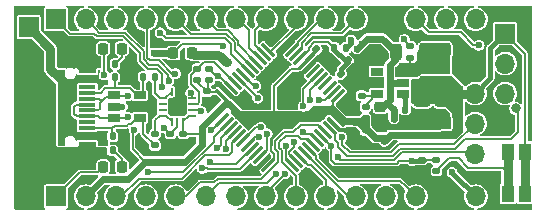
<source format=gbr>
%TF.GenerationSoftware,KiCad,Pcbnew,(5.99.0-7355-g8781ce7efb)*%
%TF.CreationDate,2021-01-22T11:19:25+01:00*%
%TF.ProjectId,FoxPill,466f7850-696c-46c2-9e6b-696361645f70,rev?*%
%TF.SameCoordinates,Original*%
%TF.FileFunction,Copper,L1,Top*%
%TF.FilePolarity,Positive*%
%FSLAX46Y46*%
G04 Gerber Fmt 4.6, Leading zero omitted, Abs format (unit mm)*
G04 Created by KiCad (PCBNEW (5.99.0-7355-g8781ce7efb)) date 2021-01-22 11:19:25*
%MOMM*%
%LPD*%
G01*
G04 APERTURE LIST*
G04 Aperture macros list*
%AMRoundRect*
0 Rectangle with rounded corners*
0 $1 Rounding radius*
0 $2 $3 $4 $5 $6 $7 $8 $9 X,Y pos of 4 corners*
0 Add a 4 corners polygon primitive as box body*
4,1,4,$2,$3,$4,$5,$6,$7,$8,$9,$2,$3,0*
0 Add four circle primitives for the rounded corners*
1,1,$1+$1,$2,$3,0*
1,1,$1+$1,$4,$5,0*
1,1,$1+$1,$6,$7,0*
1,1,$1+$1,$8,$9,0*
0 Add four rect primitives between the rounded corners*
20,1,$1+$1,$2,$3,$4,$5,0*
20,1,$1+$1,$4,$5,$6,$7,0*
20,1,$1+$1,$6,$7,$8,$9,0*
20,1,$1+$1,$8,$9,$2,$3,0*%
G04 Aperture macros list end*
%TA.AperFunction,SMDPad,CuDef*%
%ADD10RoundRect,0.218750X0.218750X0.256250X-0.218750X0.256250X-0.218750X-0.256250X0.218750X-0.256250X0*%
%TD*%
%TA.AperFunction,SMDPad,CuDef*%
%ADD11R,1.450000X0.600000*%
%TD*%
%TA.AperFunction,SMDPad,CuDef*%
%ADD12R,1.450000X0.300000*%
%TD*%
%TA.AperFunction,ComponentPad*%
%ADD13O,2.000000X1.600000*%
%TD*%
%TA.AperFunction,ComponentPad*%
%ADD14O,2.500000X1.200000*%
%TD*%
%TA.AperFunction,SMDPad,CuDef*%
%ADD15RoundRect,0.147500X0.147500X0.172500X-0.147500X0.172500X-0.147500X-0.172500X0.147500X-0.172500X0*%
%TD*%
%TA.AperFunction,SMDPad,CuDef*%
%ADD16RoundRect,0.147500X-0.147500X-0.172500X0.147500X-0.172500X0.147500X0.172500X-0.147500X0.172500X0*%
%TD*%
%TA.AperFunction,SMDPad,CuDef*%
%ADD17R,1.060000X0.650000*%
%TD*%
%TA.AperFunction,SMDPad,CuDef*%
%ADD18RoundRect,0.147500X0.172500X-0.147500X0.172500X0.147500X-0.172500X0.147500X-0.172500X-0.147500X0*%
%TD*%
%TA.AperFunction,SMDPad,CuDef*%
%ADD19RoundRect,0.062500X0.062500X-0.275000X0.062500X0.275000X-0.062500X0.275000X-0.062500X-0.275000X0*%
%TD*%
%TA.AperFunction,SMDPad,CuDef*%
%ADD20RoundRect,0.062500X0.275000X-0.062500X0.275000X0.062500X-0.275000X0.062500X-0.275000X-0.062500X0*%
%TD*%
%TA.AperFunction,SMDPad,CuDef*%
%ADD21RoundRect,0.250000X0.475000X-0.475000X0.475000X0.475000X-0.475000X0.475000X-0.475000X-0.475000X0*%
%TD*%
%TA.AperFunction,SMDPad,CuDef*%
%ADD22RoundRect,0.147500X-0.172500X0.147500X-0.172500X-0.147500X0.172500X-0.147500X0.172500X0.147500X0*%
%TD*%
%TA.AperFunction,SMDPad,CuDef*%
%ADD23RoundRect,0.243750X-0.456250X0.243750X-0.456250X-0.243750X0.456250X-0.243750X0.456250X0.243750X0*%
%TD*%
%TA.AperFunction,SMDPad,CuDef*%
%ADD24RoundRect,0.243750X0.243750X0.456250X-0.243750X0.456250X-0.243750X-0.456250X0.243750X-0.456250X0*%
%TD*%
%TA.AperFunction,SMDPad,CuDef*%
%ADD25RoundRect,0.075000X0.415425X0.521491X-0.521491X-0.415425X-0.415425X-0.521491X0.521491X0.415425X0*%
%TD*%
%TA.AperFunction,SMDPad,CuDef*%
%ADD26RoundRect,0.075000X-0.415425X0.521491X-0.521491X0.415425X0.415425X-0.521491X0.521491X-0.415425X0*%
%TD*%
%TA.AperFunction,SMDPad,CuDef*%
%ADD27RoundRect,0.250000X-1.075000X0.375000X-1.075000X-0.375000X1.075000X-0.375000X1.075000X0.375000X0*%
%TD*%
%TA.AperFunction,ComponentPad*%
%ADD28R,1.700000X1.700000*%
%TD*%
%TA.AperFunction,SMDPad,CuDef*%
%ADD29RoundRect,0.147500X-0.226274X-0.017678X-0.017678X-0.226274X0.226274X0.017678X0.017678X0.226274X0*%
%TD*%
%TA.AperFunction,ComponentPad*%
%ADD30O,1.700000X1.700000*%
%TD*%
%TA.AperFunction,SMDPad,CuDef*%
%ADD31RoundRect,0.218750X-0.256250X0.218750X-0.256250X-0.218750X0.256250X-0.218750X0.256250X0.218750X0*%
%TD*%
%TA.AperFunction,SMDPad,CuDef*%
%ADD32RoundRect,0.147500X0.226274X0.017678X0.017678X0.226274X-0.226274X-0.017678X-0.017678X-0.226274X0*%
%TD*%
%TA.AperFunction,SMDPad,CuDef*%
%ADD33RoundRect,0.218750X-0.218750X-0.256250X0.218750X-0.256250X0.218750X0.256250X-0.218750X0.256250X0*%
%TD*%
%TA.AperFunction,SMDPad,CuDef*%
%ADD34R,1.050000X1.400000*%
%TD*%
%TA.AperFunction,ViaPad*%
%ADD35C,0.600000*%
%TD*%
%TA.AperFunction,ViaPad*%
%ADD36C,0.800000*%
%TD*%
%TA.AperFunction,Conductor*%
%ADD37C,0.600000*%
%TD*%
%TA.AperFunction,Conductor*%
%ADD38C,0.400000*%
%TD*%
%TA.AperFunction,Conductor*%
%ADD39C,0.200000*%
%TD*%
%TA.AperFunction,Conductor*%
%ADD40C,0.157000*%
%TD*%
%TA.AperFunction,Conductor*%
%ADD41C,0.300000*%
%TD*%
%TA.AperFunction,Conductor*%
%ADD42C,0.800000*%
%TD*%
G04 APERTURE END LIST*
D10*
X29287500Y-23600000D03*
X27712500Y-23600000D03*
X29287500Y-33600000D03*
X27712500Y-33600000D03*
D11*
X26369999Y-25370000D03*
X26369999Y-26170000D03*
D12*
X26369999Y-27320000D03*
X26369999Y-28320000D03*
X26369999Y-28820000D03*
X26369999Y-29820000D03*
D11*
X26369999Y-31770000D03*
X26369999Y-30970000D03*
D12*
X26369999Y-30320000D03*
X26369999Y-29320000D03*
X26369999Y-27820000D03*
X26369999Y-26820000D03*
D13*
X21274999Y-32890000D03*
D14*
X25454999Y-32890000D03*
D13*
X21274999Y-24250000D03*
D14*
X25454999Y-24250000D03*
D15*
X29485000Y-31000000D03*
X28515000Y-31000000D03*
X29685000Y-26000000D03*
X28715000Y-26000000D03*
D16*
X28715000Y-24900000D03*
X29685000Y-24900000D03*
X28515000Y-32200000D03*
X29485000Y-32200000D03*
D17*
X30800000Y-29450000D03*
X30800000Y-28500000D03*
X30800000Y-27550000D03*
X28600000Y-27550000D03*
X28600000Y-28500000D03*
X28600000Y-29450000D03*
D16*
X31115000Y-26000000D03*
X32085000Y-26000000D03*
D18*
X32100000Y-31785000D03*
X32100000Y-30815000D03*
D19*
X33500000Y-29762500D03*
X34000000Y-29762500D03*
X34500000Y-29762500D03*
D20*
X35262500Y-29250000D03*
X35262500Y-28750000D03*
X35262500Y-28250000D03*
X35262500Y-27750000D03*
D19*
X34500000Y-27237500D03*
X34000000Y-27237500D03*
X33500000Y-27237500D03*
D20*
X32737500Y-27750000D03*
X32737500Y-28250000D03*
X32737500Y-28750000D03*
X32737500Y-29250000D03*
D21*
X34000000Y-28500000D03*
D22*
X48920000Y-29770000D03*
X48920000Y-30740000D03*
X36470000Y-27215000D03*
X36470000Y-28185000D03*
X34500000Y-30815000D03*
X34500000Y-31785000D03*
X33400000Y-30815000D03*
X33400000Y-31785000D03*
D18*
X35690000Y-26255001D03*
X35690000Y-25285001D03*
X36690000Y-26255001D03*
X36690000Y-25285001D03*
X49930000Y-29475000D03*
X49930000Y-28505000D03*
D22*
X53720000Y-23385000D03*
X53720000Y-24355000D03*
D17*
X50870000Y-25530000D03*
X50870000Y-26480000D03*
X50870000Y-27430000D03*
X53070000Y-27430000D03*
X53070000Y-26480000D03*
X53070000Y-25530000D03*
D22*
X54700000Y-32990000D03*
X54700000Y-33960000D03*
D18*
X49600000Y-27570000D03*
X49600000Y-26600000D03*
D23*
X56500000Y-28022500D03*
X56500000Y-29897500D03*
D24*
X52517500Y-23890000D03*
X50642500Y-23890000D03*
D25*
X47587876Y-27591161D03*
X47234322Y-27237607D03*
X46880769Y-26884054D03*
X46527215Y-26530500D03*
X46173662Y-26176947D03*
X45820109Y-25823394D03*
X45466555Y-25469840D03*
X45113002Y-25116287D03*
X44759449Y-24762734D03*
X44405895Y-24409180D03*
X44052342Y-24055627D03*
X43698788Y-23702073D03*
D26*
X41701212Y-23702073D03*
X41347658Y-24055627D03*
X40994105Y-24409180D03*
X40640551Y-24762734D03*
X40286998Y-25116287D03*
X39933445Y-25469840D03*
X39579891Y-25823394D03*
X39226338Y-26176947D03*
X38872785Y-26530500D03*
X38519231Y-26884054D03*
X38165678Y-27237607D03*
X37812124Y-27591161D03*
D25*
X37812124Y-29588737D03*
X38165678Y-29942291D03*
X38519231Y-30295844D03*
X38872785Y-30649398D03*
X39226338Y-31002951D03*
X39579891Y-31356504D03*
X39933445Y-31710058D03*
X40286998Y-32063611D03*
X40640551Y-32417164D03*
X40994105Y-32770718D03*
X41347658Y-33124271D03*
X41701212Y-33477825D03*
D26*
X43698788Y-33477825D03*
X44052342Y-33124271D03*
X44405895Y-32770718D03*
X44759449Y-32417164D03*
X45113002Y-32063611D03*
X45466555Y-31710058D03*
X45820109Y-31356504D03*
X46173662Y-31002951D03*
X46527215Y-30649398D03*
X46880769Y-30295844D03*
X47234322Y-29942291D03*
X47587876Y-29588737D03*
D27*
X55820000Y-23700000D03*
X55820000Y-26500000D03*
D28*
X21420000Y-35340000D03*
X21420000Y-21780000D03*
D29*
X45747053Y-23652053D03*
X46432947Y-24337947D03*
D18*
X55930000Y-33950000D03*
X55930000Y-32980000D03*
D22*
X49930000Y-30515000D03*
X49930000Y-31485000D03*
D16*
X52315000Y-28750000D03*
X53285000Y-28750000D03*
D23*
X54690000Y-28012500D03*
X54690000Y-29887500D03*
D28*
X61740000Y-22310000D03*
D30*
X61740000Y-24850000D03*
X61740000Y-27390000D03*
X61740000Y-29930000D03*
D31*
X51180000Y-28552500D03*
X51180000Y-30127500D03*
D32*
X47832947Y-25742947D03*
X47147053Y-25057053D03*
D15*
X48265000Y-23530000D03*
X47295000Y-23530000D03*
D29*
X48422053Y-24587053D03*
X49107947Y-25272947D03*
D33*
X33662500Y-23960000D03*
X35237500Y-23960000D03*
D34*
X61980000Y-35900000D03*
X61980000Y-32300000D03*
X63420000Y-32300000D03*
X63420000Y-35900000D03*
D28*
X59200000Y-24850000D03*
D30*
X59200000Y-27390000D03*
X59200000Y-29930000D03*
X59200000Y-32470000D03*
D28*
X23700000Y-21100000D03*
D30*
X26240000Y-21100000D03*
X28780000Y-21100000D03*
X31320000Y-21100000D03*
X33860000Y-21100000D03*
X36400000Y-21100000D03*
X38940000Y-21100000D03*
X41480000Y-21100000D03*
X44020000Y-21100000D03*
X46560000Y-21100000D03*
X49100000Y-21100000D03*
X51640000Y-21100000D03*
X54180000Y-21100000D03*
X56720000Y-21100000D03*
X59260000Y-21100000D03*
D28*
X23700000Y-36100000D03*
D30*
X26240000Y-36100000D03*
X28780000Y-36100000D03*
X31320000Y-36100000D03*
X33860000Y-36100000D03*
X36400000Y-36100000D03*
X38940000Y-36100000D03*
X41480000Y-36100000D03*
X44020000Y-36100000D03*
X46560000Y-36100000D03*
X49100000Y-36100000D03*
X51640000Y-36100000D03*
X54180000Y-36100000D03*
X56720000Y-36100000D03*
X59260000Y-36100000D03*
D35*
X62680000Y-20540000D03*
X42740000Y-20420000D03*
X53550000Y-29550000D03*
X47800000Y-20410000D03*
X57950000Y-36810000D03*
X41605000Y-26420000D03*
X30040000Y-20410000D03*
X51450000Y-23940000D03*
X32800000Y-32400000D03*
X61680000Y-20540000D03*
X52900000Y-36800000D03*
X43950000Y-25930000D03*
X43420000Y-26400000D03*
X30910000Y-22790000D03*
X52800000Y-34250000D03*
X54670000Y-28975000D03*
X57970000Y-20350000D03*
X35250000Y-31400000D03*
X40140772Y-33738328D03*
X39180000Y-28005000D03*
X31767990Y-28500000D03*
X60610000Y-36760000D03*
X48700000Y-25900000D03*
X42770000Y-36810000D03*
X27510000Y-20420000D03*
X45280000Y-20420000D03*
X49125000Y-33910000D03*
X32580000Y-36830000D03*
X55620000Y-28960000D03*
X40615000Y-34095000D03*
X42175000Y-25932010D03*
X49100000Y-28900000D03*
X30260000Y-24200000D03*
X49831337Y-33903663D03*
X25070000Y-20380000D03*
X27520000Y-36790000D03*
X37690000Y-20380000D03*
X37100000Y-28075000D03*
X25050000Y-36775510D03*
X39650000Y-27625000D03*
X56500000Y-28985000D03*
X50400000Y-34250000D03*
X34260000Y-24980000D03*
X52880000Y-20430000D03*
X35170000Y-20400000D03*
X30050000Y-36800000D03*
X49090000Y-28270000D03*
X29480000Y-31570000D03*
X48690000Y-31430000D03*
X34900000Y-24980000D03*
X50300000Y-36750000D03*
X49850000Y-25900000D03*
X47800000Y-36800000D03*
X55430000Y-20390000D03*
X49210000Y-31700000D03*
X33610000Y-24960000D03*
X52300000Y-33860000D03*
X40200000Y-20400000D03*
X51545000Y-29455000D03*
X30800000Y-31300000D03*
X55470000Y-36820000D03*
X50400000Y-20460000D03*
X34500000Y-26350000D03*
X30292456Y-25856973D03*
X34580000Y-25700000D03*
X51250000Y-24700000D03*
X42730000Y-22130000D03*
X50725000Y-29425000D03*
X49892500Y-25078074D03*
X40230000Y-36810000D03*
X32570000Y-20390000D03*
X57910000Y-23260000D03*
X45320000Y-35300000D03*
X50870000Y-25530000D03*
X53200000Y-22800000D03*
X27794282Y-25816292D03*
X29342990Y-28500000D03*
X51500030Y-31437000D03*
X30330000Y-30470000D03*
X47036779Y-31834091D03*
X53870000Y-33090000D03*
X45980000Y-27952530D03*
X43196790Y-31800901D03*
X41588375Y-30788003D03*
X36830287Y-30510287D03*
X36014007Y-28902422D03*
X33820000Y-25700000D03*
X37449835Y-25864876D03*
X35118772Y-27302757D03*
X29775000Y-29400000D03*
X36113167Y-33728021D03*
X36718588Y-33171011D03*
X29800000Y-27575000D03*
X38150000Y-24730000D03*
X49200000Y-23612500D03*
X37735000Y-24315000D03*
X57250000Y-34070000D03*
X52315000Y-29530000D03*
X49621250Y-23191250D03*
X47923352Y-31096648D03*
X45220000Y-27952530D03*
X31520000Y-34060002D03*
X41050000Y-30250000D03*
X40873240Y-31036298D03*
X59539385Y-23301845D03*
D36*
X62650000Y-28650000D03*
D35*
X32550000Y-22250000D03*
X38114536Y-32091178D03*
X33269503Y-26301268D03*
X32700000Y-26800000D03*
X37360000Y-32030000D03*
X44633911Y-30611483D03*
X43088543Y-34179306D03*
X40808662Y-27778664D03*
X42308663Y-34188663D03*
X43887842Y-31491848D03*
X40641870Y-26728583D03*
X27700000Y-30900000D03*
X32840000Y-30290000D03*
X24700000Y-27450000D03*
X32020000Y-23970000D03*
X48705000Y-22850000D03*
X24310000Y-26810000D03*
X25050000Y-26800000D03*
X24700000Y-28550000D03*
X37890000Y-23330000D03*
X24300000Y-30350000D03*
X25050000Y-30357010D03*
X32620000Y-23970000D03*
X24670000Y-29600000D03*
X47628352Y-32791648D03*
X44663656Y-28465884D03*
D37*
X50542500Y-24228074D02*
X50542500Y-23890000D01*
D38*
X59200000Y-24850000D02*
X59044498Y-24850000D01*
X25660000Y-32890000D02*
X25850000Y-32700000D01*
X25454999Y-32890000D02*
X25660000Y-32890000D01*
X26369999Y-25370000D02*
X26055000Y-25370000D01*
D39*
X34500000Y-28000000D02*
X34000000Y-28500000D01*
D40*
X24942500Y-32890000D02*
X25454999Y-32890000D01*
D39*
X34500000Y-27237500D02*
X34500000Y-28000000D01*
D38*
X26055000Y-25370000D02*
X25850000Y-25165000D01*
X25850000Y-32700000D02*
X25850000Y-31850000D01*
D39*
X34000000Y-27237500D02*
X34000000Y-28500000D01*
D38*
X25850000Y-24645001D02*
X25454999Y-24250000D01*
X25850000Y-25165000D02*
X25850000Y-24645001D01*
D39*
X53720000Y-24355000D02*
X53720000Y-25180000D01*
X50760000Y-25390685D02*
X50760000Y-25530000D01*
X50760000Y-25530000D02*
X50760000Y-25390684D01*
D40*
X53200000Y-22865000D02*
X53200000Y-22800000D01*
X53720000Y-23385000D02*
X53200000Y-22865000D01*
D39*
X27794282Y-23694282D02*
X27794282Y-25392028D01*
X37816161Y-27591161D02*
X38225000Y-28000000D01*
X42210000Y-29410000D02*
X42022885Y-29222885D01*
D37*
X51500030Y-31437000D02*
X51793515Y-31143515D01*
D39*
X47175000Y-28004037D02*
X47175000Y-28525000D01*
D37*
X36060000Y-30240000D02*
X36060000Y-31712676D01*
X38020000Y-28250000D02*
X36060000Y-30210000D01*
X39292512Y-29222885D02*
X38439627Y-28370000D01*
X29780000Y-34650000D02*
X27690000Y-34650000D01*
X49930000Y-29605000D02*
X49810000Y-29485000D01*
D38*
X60500000Y-23550000D02*
X60500000Y-26090000D01*
D40*
X36600000Y-26345001D02*
X36690000Y-26255001D01*
D41*
X44759449Y-24762734D02*
X45607053Y-23915130D01*
D37*
X46990469Y-28709531D02*
X45580469Y-28709531D01*
D39*
X43650000Y-25275000D02*
X44247183Y-25275000D01*
D37*
X38325000Y-28250000D02*
X38020000Y-28250000D01*
X50134908Y-30515000D02*
X49930000Y-30515000D01*
D40*
X36470000Y-27215000D02*
X36600000Y-27085000D01*
X31280000Y-33150000D02*
X30200000Y-32070000D01*
D39*
X27712500Y-23600000D02*
X27400000Y-23600000D01*
X41950000Y-32230000D02*
X41950000Y-31250000D01*
X36035000Y-30815000D02*
X34500000Y-30815000D01*
X41701212Y-33477825D02*
X42201159Y-32977878D01*
D40*
X30200000Y-30600000D02*
X30330000Y-30470000D01*
D37*
X47050000Y-28650000D02*
X46990469Y-28709531D01*
D39*
X47587876Y-27591161D02*
X47175000Y-28004037D01*
X34975000Y-29250000D02*
X35262500Y-29250000D01*
X42201159Y-32481159D02*
X41950000Y-32230000D01*
X27794282Y-25392028D02*
X27794282Y-25816292D01*
X34500000Y-29762500D02*
X34500000Y-29725000D01*
X42210000Y-28650000D02*
X42210000Y-26715000D01*
D37*
X49930000Y-30435000D02*
X49930000Y-29605000D01*
D39*
X34500000Y-29762500D02*
X34500000Y-30815000D01*
D37*
X33163361Y-33157001D02*
X32436639Y-33157001D01*
D39*
X63450000Y-32270000D02*
X63450000Y-24020000D01*
X63450000Y-24020000D02*
X61740000Y-22310000D01*
X44247183Y-25275000D02*
X44759449Y-24762734D01*
D37*
X49265000Y-29770000D02*
X49930000Y-30435000D01*
X38439627Y-28370000D02*
X38439627Y-28364627D01*
D39*
X45607053Y-23915130D02*
X45607053Y-23532053D01*
X38225000Y-28155373D02*
X38439627Y-28370000D01*
D37*
X30300000Y-34130000D02*
X29780000Y-34650000D01*
X31280000Y-33150000D02*
X30300000Y-34130000D01*
X32429638Y-33150000D02*
X31280000Y-33150000D01*
D39*
X41950000Y-31250000D02*
X42210000Y-30990000D01*
X38225000Y-28000000D02*
X38225000Y-28155373D01*
D40*
X36470000Y-27215000D02*
X35690000Y-26435000D01*
D37*
X49565000Y-29730000D02*
X48130000Y-29730000D01*
D42*
X63420000Y-32300000D02*
X63420000Y-35900000D01*
D37*
X49810000Y-29485000D02*
X49565000Y-29730000D01*
X33170362Y-33150000D02*
X33163361Y-33157001D01*
D38*
X61740000Y-22310000D02*
X60500000Y-23550000D01*
D40*
X36600000Y-27085000D02*
X36600000Y-26345001D01*
D42*
X59190000Y-27400000D02*
X57875000Y-27400000D01*
D39*
X42210000Y-28650000D02*
X42210000Y-29035770D01*
X36060000Y-30790000D02*
X36035000Y-30815000D01*
D37*
X48130000Y-29730000D02*
X47050000Y-28650000D01*
X34622676Y-33150000D02*
X33170362Y-33150000D01*
D39*
X63420000Y-32300000D02*
X63450000Y-32270000D01*
D37*
X56870000Y-30900000D02*
X52037030Y-30900000D01*
D39*
X37812124Y-27591161D02*
X37816161Y-27591161D01*
D40*
X30200000Y-32070000D02*
X30200000Y-30600000D01*
D37*
X36060000Y-30210000D02*
X36060000Y-30240000D01*
X48920000Y-29770000D02*
X49265000Y-29770000D01*
D39*
X34500000Y-29725000D02*
X34975000Y-29250000D01*
D38*
X60500000Y-26090000D02*
X59200000Y-27390000D01*
D37*
X38439627Y-28364627D02*
X38325000Y-28250000D01*
D39*
X42210000Y-26715000D02*
X43650000Y-25275000D01*
X27775000Y-23675000D02*
X27794282Y-23694282D01*
D37*
X32436639Y-33157001D02*
X32429638Y-33150000D01*
X42022885Y-29222885D02*
X39292512Y-29222885D01*
X51793515Y-31143515D02*
X50763423Y-31143515D01*
X45067115Y-29222885D02*
X42022885Y-29222885D01*
D39*
X42210000Y-30990000D02*
X42210000Y-29410000D01*
X47175000Y-28525000D02*
X47050000Y-28650000D01*
X37470963Y-27250000D02*
X36505000Y-27250000D01*
D37*
X36060000Y-31712676D02*
X34622676Y-33150000D01*
D39*
X42201159Y-32977878D02*
X42201159Y-32481159D01*
D37*
X45580469Y-28709531D02*
X45067115Y-29222885D01*
D42*
X59200000Y-27390000D02*
X59190000Y-27400000D01*
D39*
X42210000Y-29035770D02*
X42022885Y-29222885D01*
D37*
X52037030Y-30900000D02*
X51500030Y-31437000D01*
D39*
X37812124Y-27591161D02*
X37470963Y-27250000D01*
D37*
X27690000Y-34650000D02*
X26240000Y-36100000D01*
D40*
X35690000Y-26435000D02*
X35690000Y-26255001D01*
D37*
X50763423Y-31143515D02*
X50134908Y-30515000D01*
D39*
X36505000Y-27250000D02*
X36470000Y-27215000D01*
X29287500Y-23600000D02*
X29287500Y-24327500D01*
X29287500Y-24327500D02*
X28715000Y-24900000D01*
X29287500Y-33600000D02*
X29287500Y-32972500D01*
X29287500Y-32972500D02*
X28515000Y-32200000D01*
X50450000Y-27570000D02*
X50450000Y-27850000D01*
X50440000Y-27580000D02*
X50450000Y-27570000D01*
X50450000Y-27850000D02*
X49930000Y-28370000D01*
X49930000Y-28370000D02*
X49930000Y-28505000D01*
X49540000Y-27580000D02*
X50440000Y-27580000D01*
D40*
X52791540Y-33090000D02*
X52557041Y-33324499D01*
X53870000Y-33090000D02*
X52791540Y-33090000D01*
X47234322Y-27237607D02*
X46519399Y-27952530D01*
X52557041Y-33324499D02*
X52042959Y-33324499D01*
X46519399Y-27952530D02*
X45980000Y-27952530D01*
X52037458Y-33330000D02*
X47314162Y-33330000D01*
D39*
X54850000Y-32990000D02*
X55920000Y-32990000D01*
D40*
X52042959Y-33324499D02*
X52037458Y-33330000D01*
D39*
X55920000Y-32990000D02*
X55930000Y-32980000D01*
D40*
X47036779Y-33052617D02*
X47036779Y-32896779D01*
X46896779Y-31726068D02*
X46173662Y-31002951D01*
D38*
X53870000Y-33090000D02*
X54750000Y-33090000D01*
D40*
X47314162Y-33330000D02*
X47036779Y-33052617D01*
X46173662Y-31002951D02*
X46173662Y-31013662D01*
D38*
X54750000Y-33090000D02*
X54850000Y-32990000D01*
D40*
X46173662Y-31002951D02*
X46152951Y-31002951D01*
X47036779Y-32896779D02*
X47036779Y-31834091D01*
D39*
X58625000Y-33700000D02*
X57800000Y-32875000D01*
D42*
X61980000Y-32300000D02*
X61980000Y-33820000D01*
X61980000Y-33820000D02*
X61980000Y-35900000D01*
D39*
X57005000Y-32875000D02*
X55930000Y-33950000D01*
X61600000Y-33700000D02*
X58625000Y-33700000D01*
X57800000Y-32875000D02*
X57005000Y-32875000D01*
X61980000Y-34080000D02*
X61600000Y-33700000D01*
X61980000Y-33820000D02*
X61980000Y-34270000D01*
D40*
X43164691Y-31833000D02*
X43196790Y-31800901D01*
X43164691Y-32943728D02*
X43164691Y-31833000D01*
X43698788Y-33477825D02*
X43164691Y-32943728D01*
X41588375Y-31212267D02*
X41588375Y-30788003D01*
X41588375Y-32176448D02*
X41588375Y-31212267D01*
X40994105Y-32770718D02*
X41588375Y-32176448D01*
D39*
X31115000Y-30815000D02*
X32085000Y-31785000D01*
X30800000Y-29450000D02*
X30595000Y-29450000D01*
X28500000Y-31012500D02*
X28500000Y-30340000D01*
X30595000Y-29450000D02*
X30070000Y-29975000D01*
X30800000Y-29450000D02*
X31115000Y-29765000D01*
X31115000Y-29765000D02*
X31115000Y-30815000D01*
X29825000Y-29975000D02*
X29700000Y-30100000D01*
X28500000Y-30340000D02*
X28480000Y-30320000D01*
X30070000Y-29975000D02*
X29825000Y-29975000D01*
X28480000Y-30320000D02*
X26369999Y-30320000D01*
X32085000Y-31785000D02*
X32100000Y-31785000D01*
X28700000Y-30100000D02*
X28480000Y-30320000D01*
X29700000Y-30100000D02*
X28700000Y-30100000D01*
X31115000Y-26000000D02*
X31115000Y-27235000D01*
X28715000Y-26900000D02*
X28715000Y-26000000D01*
X27294999Y-27320000D02*
X26369999Y-27320000D01*
X30595000Y-27550000D02*
X29969999Y-26924999D01*
X30800000Y-27550000D02*
X30595000Y-27550000D01*
X31115000Y-27235000D02*
X30800000Y-27550000D01*
X27512398Y-27320000D02*
X27294999Y-27320000D01*
X29969999Y-26924999D02*
X29549363Y-26924999D01*
X28624999Y-26924999D02*
X27907399Y-26924999D01*
X27907399Y-26924999D02*
X27512398Y-27320000D01*
X29549363Y-26924999D02*
X28624999Y-26924999D01*
X32085000Y-26000000D02*
X32085000Y-27335000D01*
X33500000Y-27237500D02*
X32987500Y-27750000D01*
X32987500Y-27750000D02*
X32737500Y-27750000D01*
X32500000Y-27750000D02*
X32737500Y-27750000D01*
X32085000Y-27335000D02*
X32500000Y-27750000D01*
X32085000Y-29665000D02*
X32500000Y-29250000D01*
X32500000Y-29250000D02*
X32737500Y-29250000D01*
X33500000Y-29725000D02*
X33025000Y-29250000D01*
X33025000Y-29250000D02*
X32737500Y-29250000D01*
X33500000Y-29762500D02*
X33500000Y-29725000D01*
X32085000Y-31000000D02*
X32085000Y-29665000D01*
D40*
X36890574Y-30510287D02*
X36830287Y-30510287D01*
D39*
X35861585Y-28750000D02*
X36014007Y-28902422D01*
D40*
X31458020Y-24368020D02*
X31643444Y-24553444D01*
D39*
X35262500Y-28750000D02*
X35861585Y-28750000D01*
D40*
X31458020Y-21238020D02*
X31458020Y-24368020D01*
X33545227Y-25700000D02*
X33820000Y-25700000D01*
X31320000Y-21100000D02*
X31458020Y-21238020D01*
X37812124Y-29588737D02*
X36890574Y-30510287D01*
X31643444Y-24553444D02*
X32398671Y-24553444D01*
X32398671Y-24553444D02*
X33545227Y-25700000D01*
X37269875Y-25864876D02*
X36690000Y-25285001D01*
X37500053Y-25864876D02*
X37449835Y-25864876D01*
X35262500Y-27750000D02*
X35262500Y-27446485D01*
X38519231Y-26884054D02*
X37500053Y-25864876D01*
X35262500Y-27446485D02*
X35118772Y-27302757D01*
X37449835Y-25864876D02*
X37269875Y-25864876D01*
X35865501Y-27292160D02*
X35134490Y-26561149D01*
X35355832Y-25619169D02*
X35690000Y-25285001D01*
X37430000Y-25090000D02*
X37080000Y-24740000D01*
X38872785Y-26530500D02*
X37432285Y-25090000D01*
X35262500Y-28250000D02*
X35700000Y-28250000D01*
X35865501Y-28084499D02*
X35865501Y-27292160D01*
X35134490Y-25840511D02*
X35355832Y-25619169D01*
X35134490Y-26561149D02*
X35134490Y-25840511D01*
X36235001Y-24740000D02*
X36024168Y-24950833D01*
X37432285Y-25090000D02*
X37430000Y-25090000D01*
X36024168Y-24950833D02*
X35690000Y-25285001D01*
X35700000Y-28250000D02*
X35865501Y-28084499D01*
X37080000Y-24740000D02*
X36235001Y-24740000D01*
D39*
X26369999Y-29320000D02*
X25470000Y-29320000D01*
X28600000Y-29450000D02*
X27424999Y-29450000D01*
X25444999Y-28320000D02*
X26369999Y-28320000D01*
X28600000Y-29450000D02*
X29725000Y-29450000D01*
X25257001Y-28507998D02*
X25444999Y-28320000D01*
X40640551Y-32417164D02*
X39320704Y-33737011D01*
X39320704Y-33737011D02*
X36546421Y-33737011D01*
X36537431Y-33728021D02*
X36113167Y-33728021D01*
X27294999Y-29320000D02*
X26369999Y-29320000D01*
X29725000Y-29450000D02*
X29775000Y-29400000D01*
X36546421Y-33737011D02*
X36537431Y-33728021D01*
X25257001Y-29107001D02*
X25257001Y-28507998D01*
X25470000Y-29320000D02*
X25257001Y-29107001D01*
X27424999Y-29450000D02*
X27294999Y-29320000D01*
X36741011Y-33171011D02*
X36718588Y-33171011D01*
X40496874Y-31853736D02*
X38970610Y-33380000D01*
X28625000Y-27575000D02*
X29800000Y-27575000D01*
X28500000Y-27650000D02*
X28600000Y-27550000D01*
X26369999Y-28820000D02*
X27294999Y-28820000D01*
X27769999Y-27830001D02*
X27950000Y-27650000D01*
X27294999Y-28820000D02*
X27450000Y-28664999D01*
X27320000Y-27820000D02*
X27550000Y-28050000D01*
X36950000Y-33380000D02*
X36741011Y-33171011D01*
X26319999Y-28770000D02*
X26369999Y-28820000D01*
X27450000Y-28150000D02*
X27769999Y-27830001D01*
X26369999Y-27820000D02*
X27320000Y-27820000D01*
X27550000Y-28050000D02*
X27769999Y-27830001D01*
X28600000Y-27550000D02*
X28625000Y-27575000D01*
X27950000Y-27650000D02*
X28500000Y-27650000D01*
X27450000Y-28664999D02*
X27450000Y-28150000D01*
X38970610Y-33380000D02*
X36950000Y-33380000D01*
D37*
X51972999Y-26587001D02*
X52080000Y-26480000D01*
X51373058Y-28494544D02*
X51500001Y-28367601D01*
X51800000Y-28067602D02*
X51972999Y-27894603D01*
X51800000Y-28235000D02*
X51800000Y-28067602D01*
X50079510Y-22732990D02*
X49621250Y-23191250D01*
D38*
X57250000Y-34090000D02*
X57250000Y-34070000D01*
D37*
X51972999Y-24965417D02*
X51972999Y-26372999D01*
X52080000Y-26480000D02*
X52960000Y-26480000D01*
X52517500Y-23890000D02*
X51360490Y-22732990D01*
X51972999Y-26372999D02*
X52080000Y-26480000D01*
X51360490Y-22732990D02*
X50079510Y-22732990D01*
X52417500Y-23890000D02*
X52417500Y-24520916D01*
D42*
X37607001Y-24187001D02*
X38150000Y-24730000D01*
X35237500Y-23960000D02*
X35381990Y-24104490D01*
X38150000Y-24730000D02*
X38170000Y-24750000D01*
D37*
X52417500Y-24520916D02*
X51972999Y-24965417D01*
D38*
X59260000Y-36100000D02*
X57250000Y-34090000D01*
D37*
X51500001Y-28367601D02*
X51800000Y-28067602D01*
X51972999Y-27894603D02*
X51972999Y-26587001D01*
X52315000Y-28750000D02*
X51800000Y-28235000D01*
D42*
X37396128Y-24104490D02*
X37478639Y-24187001D01*
D37*
X49621250Y-23191250D02*
X49200000Y-23612500D01*
D42*
X35381990Y-24104490D02*
X37396128Y-24104490D01*
X37478639Y-24187001D02*
X37607001Y-24187001D01*
D37*
X52315000Y-28750000D02*
X52315000Y-29530000D01*
D38*
X53285000Y-27755000D02*
X52960000Y-27430000D01*
X53285000Y-28750000D02*
X53285000Y-27755000D01*
D40*
X57435959Y-31694041D02*
X52755959Y-31694041D01*
X46173662Y-26176947D02*
X45220000Y-27130609D01*
X47923352Y-31713352D02*
X47923352Y-31096648D01*
X45220000Y-27130609D02*
X45220000Y-27952530D01*
X59200000Y-29930000D02*
X57435959Y-31694041D01*
X52755959Y-31694041D02*
X52074010Y-32375990D01*
X52074010Y-32375990D02*
X48585990Y-32375990D01*
X48585990Y-32375990D02*
X47923352Y-31713352D01*
X25738388Y-34061612D02*
X27250888Y-34061612D01*
X27250888Y-34061612D02*
X27712500Y-33600000D01*
X37055737Y-31474263D02*
X34469998Y-34060002D01*
X37055737Y-31052231D02*
X37055737Y-31474263D01*
X23700000Y-36100000D02*
X25738388Y-34061612D01*
X31944264Y-34060002D02*
X31520000Y-34060002D01*
X38298261Y-29809707D02*
X37055737Y-31052231D01*
X34469998Y-34060002D02*
X31944264Y-34060002D01*
X40092544Y-30843852D02*
X39337781Y-31598615D01*
X39579891Y-31356504D02*
X40686395Y-30250000D01*
X40686395Y-30250000D02*
X41050000Y-30250000D01*
X39337781Y-31598615D02*
X39203875Y-31598615D01*
X39933445Y-31710058D02*
X40607205Y-31036298D01*
X40446097Y-31197405D02*
X39939864Y-31703638D01*
X39939864Y-31703638D02*
X39939864Y-31775780D01*
X40607205Y-31036298D02*
X40873240Y-31036298D01*
X58374077Y-31200000D02*
X62279181Y-31200000D01*
X52225924Y-32690000D02*
X52865923Y-32050001D01*
X48330000Y-32690000D02*
X52225924Y-32690000D01*
X62847001Y-30632180D02*
X62847001Y-28847001D01*
X46880769Y-30295844D02*
X46885844Y-30295844D01*
X62847001Y-28847001D02*
X62650000Y-28650000D01*
X47572280Y-31932280D02*
X48330000Y-32690000D01*
X47359216Y-30774291D02*
X47359216Y-31363986D01*
X46880769Y-30295844D02*
X47359216Y-30774291D01*
D39*
X54180000Y-21100000D02*
X55287001Y-22207001D01*
D40*
X47359216Y-31363986D02*
X47572280Y-31577050D01*
X57489999Y-32050001D02*
X57531949Y-32008051D01*
D39*
X59061845Y-23301845D02*
X59539385Y-23301845D01*
D40*
X62279181Y-31200000D02*
X62847001Y-30632180D01*
D39*
X57967001Y-22207001D02*
X59061845Y-23301845D01*
D40*
X57531949Y-32008051D02*
X57566026Y-32008051D01*
X57566026Y-32008051D02*
X58374077Y-31200000D01*
X52865923Y-32050001D02*
X57489999Y-32050001D01*
D39*
X55287001Y-22207001D02*
X57967001Y-22207001D01*
D40*
X47572280Y-31577050D02*
X47572280Y-31932280D01*
X44550000Y-23557969D02*
X44550000Y-23100000D01*
X47900000Y-22300000D02*
X49100000Y-21100000D01*
X44052342Y-24055627D02*
X44550000Y-23557969D01*
X45350000Y-22300000D02*
X47900000Y-22300000D01*
X44550000Y-23100000D02*
X45350000Y-22300000D01*
X45900000Y-21300000D02*
X44175000Y-23025000D01*
X44175000Y-23225861D02*
X43698788Y-23702073D01*
X46560000Y-21100000D02*
X46360000Y-21300000D01*
X46360000Y-21300000D02*
X45900000Y-21300000D01*
X44175000Y-23025000D02*
X44175000Y-23225861D01*
X44020000Y-21730000D02*
X44020000Y-21100000D01*
X41874569Y-23875431D02*
X44020000Y-21730000D01*
X40560000Y-22020000D02*
X41480000Y-21100000D01*
X40560000Y-23267968D02*
X40560000Y-22020000D01*
X41347658Y-24055626D02*
X40560000Y-23267968D01*
X41347658Y-24055627D02*
X41347658Y-24055626D01*
X40090000Y-22020000D02*
X39170000Y-21100000D01*
X40090000Y-23505075D02*
X40090000Y-22020000D01*
X40994105Y-24409180D02*
X40090000Y-23505075D01*
X39170000Y-21100000D02*
X38940000Y-21100000D01*
X39158020Y-23292183D02*
X39158020Y-22928018D01*
X40640551Y-24762734D02*
X39170000Y-23292183D01*
X38265992Y-22035990D02*
X37335990Y-22035990D01*
X39170000Y-23292183D02*
X39158020Y-23292183D01*
X37335990Y-22035990D02*
X36400000Y-21100000D01*
X39158020Y-22928018D02*
X38265992Y-22035990D01*
X38844010Y-23673299D02*
X38844010Y-23058085D01*
X35110000Y-22350000D02*
X34709999Y-21949999D01*
X40286998Y-25116287D02*
X38844010Y-23673299D01*
X38135925Y-22350000D02*
X35110000Y-22350000D01*
X34709999Y-21949999D02*
X33860000Y-21100000D01*
X38844010Y-23058085D02*
X38135925Y-22350000D01*
X38041848Y-22700000D02*
X38530000Y-23188152D01*
X38530000Y-23188152D02*
X38530000Y-24066395D01*
X38530000Y-24066395D02*
X39933445Y-25469840D01*
X32550000Y-22250000D02*
X33000000Y-22700000D01*
X33000000Y-22700000D02*
X38041848Y-22700000D01*
X33234499Y-25833348D02*
X32367141Y-24965990D01*
X33269503Y-26042045D02*
X33234499Y-26007041D01*
X32367141Y-24965990D02*
X31611913Y-24965990D01*
X33269503Y-26301268D02*
X33269503Y-26042045D01*
X29405989Y-22235989D02*
X27375989Y-22235989D01*
X31144010Y-24498087D02*
X31144010Y-23824933D01*
X31144010Y-23824933D02*
X29555067Y-22235991D01*
X27089999Y-21949999D02*
X26240000Y-21100000D01*
X38872785Y-30649398D02*
X38114536Y-31407647D01*
X33234499Y-26007041D02*
X33234499Y-25833348D01*
X31611913Y-24965990D02*
X31144010Y-24498087D01*
X38114536Y-31407647D02*
X38114536Y-31666914D01*
X38114536Y-31666914D02*
X38114536Y-32091178D01*
X27375989Y-22235989D02*
X27089999Y-21949999D01*
X29405991Y-22235991D02*
X29405989Y-22235989D01*
X29555067Y-22235991D02*
X29405991Y-22235991D01*
X38651815Y-30163261D02*
X37659999Y-31155077D01*
X32700000Y-25742926D02*
X32237074Y-25280000D01*
X24914499Y-22314499D02*
X23700000Y-21100000D01*
X37659999Y-31155077D02*
X37659999Y-31730001D01*
X31481846Y-25280000D02*
X30830000Y-24628154D01*
X30830000Y-24628154D02*
X30830000Y-23955000D01*
X37659999Y-31730001D02*
X37360000Y-32030000D01*
X32700000Y-26800000D02*
X32700000Y-25742926D01*
X29425000Y-22550000D02*
X27192542Y-22550000D01*
X27192542Y-22550000D02*
X26957041Y-22314499D01*
X32237074Y-25280000D02*
X31481846Y-25280000D01*
X30830000Y-23955000D02*
X29425000Y-22550000D01*
X26957041Y-22314499D02*
X24914499Y-22314499D01*
X53330001Y-35250001D02*
X54180000Y-36100000D01*
X45113002Y-32063611D02*
X45750000Y-32700609D01*
X47600000Y-34800000D02*
X52880000Y-34800000D01*
X45750000Y-32950000D02*
X47600000Y-34800000D01*
X52880000Y-34800000D02*
X53330001Y-35250001D01*
X45750000Y-32700609D02*
X45750000Y-32950000D01*
X48442285Y-36100000D02*
X49100000Y-36100000D01*
X44759449Y-32417164D02*
X48442285Y-36100000D01*
X46560000Y-34710000D02*
X46560000Y-36100000D01*
X45085177Y-33450000D02*
X45300000Y-33450000D01*
X45300000Y-33450000D02*
X46560000Y-34710000D01*
X44405895Y-32770718D02*
X45085177Y-33450000D01*
X45466555Y-31710058D02*
X44953481Y-31196984D01*
X44179886Y-30950000D02*
X43168562Y-30950000D01*
X42850680Y-33184408D02*
X44020000Y-34353728D01*
X42850680Y-32212118D02*
X42850680Y-33184408D01*
X44426870Y-31196984D02*
X44179886Y-30950000D01*
X44020000Y-34897919D02*
X44020000Y-36100000D01*
X44953481Y-31196984D02*
X44426870Y-31196984D01*
X43168562Y-30950000D02*
X42614011Y-31504551D01*
X42614011Y-31975449D02*
X42850680Y-32212118D01*
X44020000Y-34353728D02*
X44020000Y-34897919D01*
X42614011Y-31504551D02*
X42614011Y-31975449D01*
X45304672Y-30841067D02*
X44863495Y-30841067D01*
X45820109Y-31356504D02*
X45304672Y-30841067D01*
X41480000Y-36100000D02*
X41480000Y-35787849D01*
X44863495Y-30841067D02*
X44633911Y-30611483D01*
X41480000Y-35787849D02*
X43088543Y-34179306D01*
X39226338Y-26176947D02*
X40858662Y-27809271D01*
X39738990Y-26689600D02*
X39201070Y-26151680D01*
X43478702Y-32550631D02*
X43478702Y-32311972D01*
X43887842Y-31902832D02*
X43887842Y-31491848D01*
X44052342Y-33124271D02*
X43478702Y-32550631D01*
X43478702Y-32311972D02*
X43887842Y-31902832D01*
X41553315Y-34944011D02*
X42308663Y-34188663D01*
X37555989Y-34944011D02*
X41553315Y-34944011D01*
X36400000Y-36100000D02*
X37555989Y-34944011D01*
X43804010Y-30635990D02*
X44420000Y-30020000D01*
X34760000Y-36100000D02*
X35940000Y-34920000D01*
X42545513Y-31128973D02*
X43038495Y-30635990D01*
X37135924Y-34920000D02*
X37425922Y-34630001D01*
X42285510Y-32091025D02*
X42285510Y-31388972D01*
X43038495Y-30635990D02*
X43804010Y-30635990D01*
X45897817Y-30020000D02*
X46527215Y-30649398D01*
X42285510Y-31388972D02*
X42545509Y-31128973D01*
X35940000Y-34920000D02*
X37135924Y-34920000D01*
X33860000Y-36100000D02*
X34760000Y-36100000D01*
X44420000Y-30020000D02*
X45897817Y-30020000D01*
X37425922Y-34630001D02*
X41106670Y-34630001D01*
X42545509Y-31128973D02*
X42545513Y-31128973D01*
X42536670Y-32342185D02*
X42285510Y-32091025D01*
X42536670Y-33200001D02*
X42536670Y-32342185D01*
X41106670Y-34630001D02*
X42536670Y-33200001D01*
X40092544Y-26336046D02*
X39156498Y-25400000D01*
X39156498Y-25400000D02*
X39125000Y-25400000D01*
X39579891Y-25823394D02*
X40485080Y-26728583D01*
X40485080Y-26728583D02*
X40641870Y-26728583D01*
X38371577Y-32626679D02*
X36347399Y-32626679D01*
X38650037Y-31579252D02*
X38650037Y-32348219D01*
X30760000Y-34600000D02*
X29260000Y-36100000D01*
X29260000Y-36100000D02*
X28780000Y-36100000D01*
X39226338Y-31002951D02*
X38650037Y-31579252D01*
X34374078Y-34600000D02*
X30760000Y-34600000D01*
X36347399Y-32626679D02*
X34374078Y-34600000D01*
X38650037Y-32348219D02*
X38371577Y-32626679D01*
D39*
X47295000Y-23530000D02*
X47295000Y-23610000D01*
D38*
X47295000Y-23695000D02*
X47295000Y-23530000D01*
D39*
X45116270Y-23698805D02*
X45116270Y-23502176D01*
D38*
X48187053Y-24587053D02*
X47295000Y-23695000D01*
X48422053Y-24587053D02*
X48422053Y-24727947D01*
X48422053Y-24587053D02*
X48187053Y-24587053D01*
D39*
X46786270Y-23021270D02*
X47295000Y-23530000D01*
D38*
X48422053Y-24727947D02*
X47832947Y-25317053D01*
D39*
X44405895Y-24409180D02*
X45116270Y-23698805D01*
D38*
X47832947Y-25317053D02*
X47832947Y-25742947D01*
D39*
X45597176Y-23021270D02*
X46786270Y-23021270D01*
X45116270Y-23502176D02*
X45597176Y-23021270D01*
D42*
X21420000Y-21780000D02*
X23250000Y-23610000D01*
D39*
X33465000Y-30915000D02*
X32840000Y-30290000D01*
X33662500Y-23960000D02*
X34394510Y-23227990D01*
D37*
X25040000Y-26810000D02*
X25050000Y-26800000D01*
D39*
X34000000Y-30200000D02*
X33465000Y-30735000D01*
X34394510Y-23227990D02*
X37787990Y-23227990D01*
D37*
X32020000Y-23970000D02*
X33652500Y-23970000D01*
X24310000Y-26810000D02*
X24510000Y-26810000D01*
D38*
X48705000Y-23090000D02*
X48265000Y-23530000D01*
D37*
X24510000Y-26810000D02*
X25040000Y-26810000D01*
D39*
X34000000Y-29762500D02*
X34000000Y-30200000D01*
D42*
X23250000Y-25300000D02*
X24310000Y-26360000D01*
D37*
X24700000Y-27000000D02*
X24510000Y-26810000D01*
X24700000Y-27450000D02*
X24700000Y-27000000D01*
D42*
X24310000Y-26360000D02*
X24310000Y-26810000D01*
D39*
X37787990Y-23227990D02*
X37890000Y-23330000D01*
D38*
X48705000Y-22850000D02*
X48705000Y-23090000D01*
D42*
X23250000Y-23610000D02*
X23250000Y-25300000D01*
D37*
X33652500Y-23970000D02*
X33662500Y-23960000D01*
D39*
X33465000Y-30735000D02*
X33465000Y-30915000D01*
D40*
X52349511Y-33010489D02*
X52995990Y-32364010D01*
X51912892Y-33010489D02*
X52349511Y-33010489D01*
X59094010Y-32364010D02*
X59200000Y-32470000D01*
X52995990Y-32364010D02*
X59094010Y-32364010D01*
X47648352Y-32871648D02*
X47792694Y-33015990D01*
X45820109Y-25823394D02*
X44663656Y-26979847D01*
X47792694Y-33015990D02*
X51907391Y-33015990D01*
D39*
X59200000Y-32470000D02*
X58687010Y-31957010D01*
D40*
X44663656Y-26979847D02*
X44663656Y-28465884D01*
X51907391Y-33015990D02*
X51912892Y-33010489D01*
%TA.AperFunction,Conductor*%
G36*
X56912171Y-23702421D02*
G01*
X56951953Y-23710334D01*
X56997374Y-23729148D01*
X57020582Y-23744655D01*
X57055345Y-23779418D01*
X57070852Y-23802626D01*
X57089666Y-23848047D01*
X57097579Y-23887829D01*
X57100000Y-23912410D01*
X57100000Y-25597443D01*
X57079998Y-25665564D01*
X57026342Y-25712057D01*
X56954287Y-25721891D01*
X56931467Y-25718276D01*
X56931458Y-25718275D01*
X56926569Y-25717501D01*
X55820001Y-25717501D01*
X54718386Y-25717500D01*
X54713432Y-25717500D01*
X54617531Y-25732689D01*
X54502540Y-25791280D01*
X54411280Y-25882539D01*
X54406778Y-25891375D01*
X54406775Y-25891379D01*
X54386483Y-25931204D01*
X54337735Y-25982819D01*
X54274217Y-26000000D01*
X53650115Y-26000000D01*
X53625533Y-25997579D01*
X53624551Y-25997384D01*
X53600000Y-25992500D01*
X52556499Y-25992500D01*
X52488378Y-25972498D01*
X52441885Y-25918842D01*
X52430499Y-25866500D01*
X52430499Y-25207110D01*
X52450501Y-25138989D01*
X52467404Y-25118014D01*
X52717512Y-24867907D01*
X52728601Y-24858053D01*
X52747252Y-24843350D01*
X52747253Y-24843348D01*
X52754648Y-24837519D01*
X52754799Y-24837300D01*
X52811847Y-24803782D01*
X52842485Y-24800000D01*
X54013452Y-24800000D01*
X54300000Y-24513452D01*
X54300000Y-23912410D01*
X54302421Y-23887829D01*
X54310334Y-23848047D01*
X54329148Y-23802626D01*
X54344655Y-23779418D01*
X54379418Y-23744655D01*
X54402626Y-23729148D01*
X54448047Y-23710334D01*
X54487829Y-23702421D01*
X54512410Y-23700000D01*
X56887590Y-23700000D01*
X56912171Y-23702421D01*
G37*
%TD.AperFunction*%
%TA.AperFunction,Conductor*%
G36*
X51234539Y-35054132D02*
G01*
X51261046Y-35100042D01*
X51251840Y-35152250D01*
X51220628Y-35182181D01*
X51085592Y-35252776D01*
X51082646Y-35255145D01*
X51082644Y-35255146D01*
X51005434Y-35317225D01*
X50931591Y-35376596D01*
X50929156Y-35379498D01*
X50929155Y-35379499D01*
X50816789Y-35513413D01*
X50804573Y-35527971D01*
X50802750Y-35531287D01*
X50802748Y-35531290D01*
X50724873Y-35672943D01*
X50709375Y-35701134D01*
X50708227Y-35704752D01*
X50708226Y-35704755D01*
X50681672Y-35788466D01*
X50649626Y-35889489D01*
X50649204Y-35893251D01*
X50649203Y-35893256D01*
X50645384Y-35927303D01*
X50627599Y-36085863D01*
X50644134Y-36282776D01*
X50698601Y-36472726D01*
X50788926Y-36648480D01*
X50911668Y-36803342D01*
X50914555Y-36805799D01*
X50914557Y-36805801D01*
X50951734Y-36837441D01*
X51062153Y-36931414D01*
X51175932Y-36995003D01*
X51231338Y-37025968D01*
X51231341Y-37025969D01*
X51234647Y-37027817D01*
X51238250Y-37028988D01*
X51238253Y-37028989D01*
X51329247Y-37058555D01*
X51422580Y-37088881D01*
X51426340Y-37089329D01*
X51428517Y-37089808D01*
X51473278Y-37118213D01*
X51489308Y-37168745D01*
X51469107Y-37217758D01*
X51422126Y-37242319D01*
X51411876Y-37243000D01*
X49319092Y-37243000D01*
X49269276Y-37224868D01*
X49242769Y-37178958D01*
X49251975Y-37126750D01*
X49292585Y-37092674D01*
X49298251Y-37090855D01*
X49462489Y-37044999D01*
X49462491Y-37044998D01*
X49466145Y-37043978D01*
X49642525Y-36954882D01*
X49720383Y-36894053D01*
X49795254Y-36835557D01*
X49798240Y-36833224D01*
X49927359Y-36683638D01*
X50024965Y-36511821D01*
X50039183Y-36469081D01*
X50086144Y-36327911D01*
X50086145Y-36327909D01*
X50087339Y-36324318D01*
X50088970Y-36311413D01*
X50098191Y-36238417D01*
X50112105Y-36128271D01*
X50112500Y-36100000D01*
X50093217Y-35903338D01*
X50055961Y-35779940D01*
X50037200Y-35717798D01*
X50037198Y-35717794D01*
X50036103Y-35714166D01*
X49943333Y-35539691D01*
X49818440Y-35386558D01*
X49666183Y-35260599D01*
X49662859Y-35258802D01*
X49662855Y-35258799D01*
X49526126Y-35184871D01*
X49520211Y-35181673D01*
X49485014Y-35142030D01*
X49483534Y-35089037D01*
X49516463Y-35047491D01*
X49557072Y-35036000D01*
X51184723Y-35036000D01*
X51234539Y-35054132D01*
G37*
%TD.AperFunction*%
%TA.AperFunction,Conductor*%
G36*
X27258099Y-34315744D02*
G01*
X27284606Y-34361654D01*
X27275400Y-34413862D01*
X27263084Y-34429913D01*
X26584492Y-35108505D01*
X26536446Y-35130909D01*
X26506774Y-35127738D01*
X26447210Y-35109300D01*
X26447207Y-35109299D01*
X26443591Y-35108180D01*
X26394839Y-35103056D01*
X26250841Y-35087921D01*
X26250836Y-35087921D01*
X26247069Y-35087525D01*
X26050276Y-35105434D01*
X25961820Y-35131468D01*
X25864349Y-35160155D01*
X25864346Y-35160156D01*
X25860711Y-35161226D01*
X25685592Y-35252776D01*
X25682646Y-35255145D01*
X25682644Y-35255146D01*
X25605434Y-35317225D01*
X25531591Y-35376596D01*
X25529156Y-35379498D01*
X25529155Y-35379499D01*
X25416789Y-35513413D01*
X25404573Y-35527971D01*
X25402750Y-35531287D01*
X25402748Y-35531290D01*
X25324873Y-35672943D01*
X25309375Y-35701134D01*
X25308227Y-35704752D01*
X25308226Y-35704755D01*
X25281672Y-35788466D01*
X25249626Y-35889489D01*
X25249204Y-35893251D01*
X25249203Y-35893256D01*
X25245384Y-35927303D01*
X25227599Y-36085863D01*
X25244134Y-36282776D01*
X25298601Y-36472726D01*
X25388926Y-36648480D01*
X25511668Y-36803342D01*
X25514555Y-36805799D01*
X25514557Y-36805801D01*
X25551734Y-36837441D01*
X25662153Y-36931414D01*
X25775932Y-36995003D01*
X25831338Y-37025968D01*
X25831341Y-37025969D01*
X25834647Y-37027817D01*
X25838250Y-37028988D01*
X25838253Y-37028989D01*
X25929247Y-37058555D01*
X26022580Y-37088881D01*
X26026340Y-37089329D01*
X26028517Y-37089808D01*
X26073278Y-37118213D01*
X26089308Y-37168745D01*
X26069107Y-37217758D01*
X26022126Y-37242319D01*
X26011876Y-37243000D01*
X24652994Y-37243000D01*
X24603178Y-37224868D01*
X24576671Y-37178958D01*
X24585877Y-37126750D01*
X24613681Y-37102368D01*
X24612186Y-37100130D01*
X24658555Y-37069148D01*
X24664905Y-37064905D01*
X24673923Y-37051409D01*
X24695890Y-37018532D01*
X24695890Y-37018531D01*
X24700130Y-37012186D01*
X24712500Y-36950000D01*
X24712500Y-35453355D01*
X24730632Y-35403539D01*
X24735199Y-35398554D01*
X25813443Y-34320311D01*
X25861489Y-34297907D01*
X25868244Y-34297612D01*
X27208283Y-34297612D01*
X27258099Y-34315744D01*
G37*
%TD.AperFunction*%
%TA.AperFunction,Conductor*%
G36*
X28238120Y-35125632D02*
G01*
X28264627Y-35171542D01*
X28255421Y-35223750D01*
X28230738Y-35249851D01*
X28228953Y-35251019D01*
X28225592Y-35252776D01*
X28071591Y-35376596D01*
X28069156Y-35379498D01*
X28069155Y-35379499D01*
X27956789Y-35513413D01*
X27944573Y-35527971D01*
X27942750Y-35531287D01*
X27942748Y-35531290D01*
X27864873Y-35672943D01*
X27849375Y-35701134D01*
X27848227Y-35704752D01*
X27848226Y-35704755D01*
X27821672Y-35788466D01*
X27789626Y-35889489D01*
X27789204Y-35893251D01*
X27789203Y-35893256D01*
X27785384Y-35927303D01*
X27767599Y-36085863D01*
X27784134Y-36282776D01*
X27838601Y-36472726D01*
X27928926Y-36648480D01*
X28051668Y-36803342D01*
X28054555Y-36805799D01*
X28054557Y-36805801D01*
X28091734Y-36837441D01*
X28202153Y-36931414D01*
X28315932Y-36995003D01*
X28371338Y-37025968D01*
X28371341Y-37025969D01*
X28374647Y-37027817D01*
X28378250Y-37028988D01*
X28378253Y-37028989D01*
X28469247Y-37058555D01*
X28562580Y-37088881D01*
X28566340Y-37089329D01*
X28568517Y-37089808D01*
X28613278Y-37118213D01*
X28629308Y-37168745D01*
X28609107Y-37217758D01*
X28562126Y-37242319D01*
X28551876Y-37243000D01*
X26459092Y-37243000D01*
X26409276Y-37224868D01*
X26382769Y-37178958D01*
X26391975Y-37126750D01*
X26432585Y-37092674D01*
X26438251Y-37090855D01*
X26602489Y-37044999D01*
X26602491Y-37044998D01*
X26606145Y-37043978D01*
X26782525Y-36954882D01*
X26860383Y-36894053D01*
X26935254Y-36835557D01*
X26938240Y-36833224D01*
X27067359Y-36683638D01*
X27164965Y-36511821D01*
X27179183Y-36469081D01*
X27226144Y-36327911D01*
X27226145Y-36327909D01*
X27227339Y-36324318D01*
X27228970Y-36311413D01*
X27238191Y-36238417D01*
X27252105Y-36128271D01*
X27252500Y-36100000D01*
X27233217Y-35903338D01*
X27211941Y-35832869D01*
X27214900Y-35779940D01*
X27231332Y-35755669D01*
X27856803Y-35130199D01*
X27904849Y-35107795D01*
X27911604Y-35107500D01*
X28188304Y-35107500D01*
X28238120Y-35125632D01*
G37*
%TD.AperFunction*%
%TA.AperFunction,Conductor*%
G36*
X46578062Y-31954841D02*
G01*
X46607860Y-31996119D01*
X46612259Y-32010829D01*
X46615314Y-32021042D01*
X46618296Y-32031014D01*
X46694700Y-32145359D01*
X46768098Y-32205114D01*
X46772210Y-32208462D01*
X46799395Y-32253974D01*
X46800780Y-32268562D01*
X46800779Y-32559336D01*
X46800779Y-33049506D01*
X46800673Y-33053562D01*
X46799889Y-33068532D01*
X46798747Y-33090317D01*
X46801665Y-33097920D01*
X46801666Y-33097924D01*
X46807869Y-33114084D01*
X46811322Y-33125740D01*
X46816615Y-33150640D01*
X46821402Y-33157228D01*
X46821403Y-33157231D01*
X46821823Y-33157808D01*
X46831481Y-33175596D01*
X46834659Y-33183875D01*
X46836261Y-33185852D01*
X46853660Y-33203251D01*
X46861557Y-33212498D01*
X46875519Y-33231715D01*
X46882570Y-33235786D01*
X46882943Y-33236122D01*
X46898359Y-33247951D01*
X47145076Y-33494668D01*
X47147869Y-33497611D01*
X47172506Y-33524973D01*
X47179945Y-33528285D01*
X47195762Y-33535327D01*
X47206449Y-33541130D01*
X47214496Y-33546356D01*
X47227796Y-33554993D01*
X47235838Y-33556267D01*
X47235839Y-33556267D01*
X47236553Y-33556380D01*
X47255950Y-33562126D01*
X47258482Y-33563253D01*
X47258483Y-33563253D01*
X47264055Y-33565734D01*
X47266586Y-33566000D01*
X47291196Y-33566000D01*
X47303319Y-33566954D01*
X47318729Y-33569395D01*
X47318730Y-33569395D01*
X47326775Y-33570669D01*
X47334643Y-33568561D01*
X47335153Y-33568534D01*
X47354402Y-33566000D01*
X52034347Y-33566000D01*
X52038403Y-33566106D01*
X52067023Y-33567606D01*
X52067024Y-33567606D01*
X52075158Y-33568032D01*
X52082763Y-33565113D01*
X52090806Y-33563839D01*
X52090815Y-33563896D01*
X52109146Y-33560499D01*
X52553930Y-33560499D01*
X52557986Y-33560605D01*
X52586607Y-33562105D01*
X52586608Y-33562105D01*
X52594741Y-33562531D01*
X52602344Y-33559612D01*
X52602347Y-33559612D01*
X52618501Y-33553411D01*
X52630163Y-33549956D01*
X52647100Y-33546356D01*
X52655065Y-33544663D01*
X52662239Y-33539451D01*
X52680018Y-33529798D01*
X52682596Y-33528808D01*
X52682595Y-33528808D01*
X52688299Y-33526619D01*
X52690276Y-33525017D01*
X52707671Y-33507622D01*
X52716918Y-33499724D01*
X52729550Y-33490547D01*
X52729552Y-33490545D01*
X52736139Y-33485759D01*
X52740213Y-33478704D01*
X52740550Y-33478329D01*
X52752375Y-33462919D01*
X52866595Y-33348699D01*
X52914641Y-33326295D01*
X52921396Y-33326000D01*
X53436203Y-33326000D01*
X53486019Y-33344132D01*
X53500641Y-33360443D01*
X53524699Y-33396448D01*
X53524704Y-33396454D01*
X53527921Y-33401268D01*
X53532413Y-33404925D01*
X53612507Y-33470132D01*
X53634568Y-33488093D01*
X53639938Y-33490268D01*
X53756664Y-33537547D01*
X53756666Y-33537547D01*
X53762032Y-33539721D01*
X53767799Y-33540220D01*
X53767801Y-33540221D01*
X53850292Y-33547365D01*
X53899041Y-33551587D01*
X53904703Y-33550368D01*
X53904704Y-33550368D01*
X54027817Y-33523863D01*
X54027819Y-33523862D01*
X54033482Y-33522643D01*
X54038534Y-33519814D01*
X54038536Y-33519813D01*
X54150017Y-33457381D01*
X54187885Y-33447500D01*
X54703324Y-33447500D01*
X54719635Y-33449236D01*
X54726662Y-33450749D01*
X54726664Y-33450749D01*
X54732925Y-33452097D01*
X54767227Y-33448037D01*
X54776336Y-33447500D01*
X54780040Y-33447500D01*
X54798620Y-33444408D01*
X54802209Y-33443897D01*
X54809478Y-33443037D01*
X54818584Y-33442500D01*
X54899346Y-33442500D01*
X54984098Y-33426716D01*
X55080732Y-33367149D01*
X55085065Y-33361451D01*
X55148455Y-33278090D01*
X55193041Y-33249411D01*
X55210145Y-33247500D01*
X55430194Y-33247500D01*
X55480010Y-33265632D01*
X55496167Y-33284333D01*
X55508396Y-33304172D01*
X55527851Y-33335733D01*
X55533545Y-33340063D01*
X55533546Y-33340064D01*
X55618211Y-33404445D01*
X55616429Y-33406788D01*
X55644356Y-33436436D01*
X55647397Y-33489362D01*
X55613837Y-33533049D01*
X55549267Y-33572851D01*
X55544937Y-33578545D01*
X55544936Y-33578546D01*
X55522919Y-33607500D01*
X55480555Y-33663211D01*
X55478565Y-33670083D01*
X55454160Y-33754362D01*
X55452500Y-33760093D01*
X55452500Y-34124346D01*
X55468284Y-34209098D01*
X55527851Y-34305733D01*
X55533545Y-34310063D01*
X55533546Y-34310064D01*
X55554427Y-34325942D01*
X55618211Y-34374445D01*
X55625083Y-34376435D01*
X55709839Y-34400979D01*
X55709842Y-34400979D01*
X55715093Y-34402500D01*
X56129346Y-34402500D01*
X56214099Y-34386716D01*
X56310733Y-34327149D01*
X56319191Y-34316027D01*
X56353759Y-34270567D01*
X56379445Y-34236789D01*
X56393108Y-34189608D01*
X56405979Y-34145161D01*
X56405979Y-34145158D01*
X56407500Y-34139907D01*
X56407500Y-33868761D01*
X56425632Y-33818945D01*
X56430199Y-33813960D01*
X57088961Y-33155199D01*
X57137007Y-33132795D01*
X57143762Y-33132500D01*
X57661239Y-33132500D01*
X57711055Y-33150632D01*
X57716040Y-33155199D01*
X58068229Y-33507389D01*
X58419749Y-33858909D01*
X58429386Y-33870653D01*
X58439384Y-33885616D01*
X58454273Y-33895564D01*
X58511807Y-33934006D01*
X58524546Y-33942518D01*
X58532029Y-33944006D01*
X58532030Y-33944007D01*
X58593444Y-33956223D01*
X58599864Y-33957500D01*
X58624999Y-33962500D01*
X58632484Y-33961011D01*
X58642649Y-33958989D01*
X58657769Y-33957500D01*
X61345000Y-33957500D01*
X61394816Y-33975632D01*
X61421323Y-34021542D01*
X61422500Y-34035000D01*
X61422501Y-34988609D01*
X61404369Y-35038425D01*
X61388059Y-35053047D01*
X61340095Y-35085095D01*
X61335852Y-35091445D01*
X61313010Y-35125632D01*
X61304870Y-35137814D01*
X61292500Y-35200000D01*
X61292500Y-36600000D01*
X61304870Y-36662186D01*
X61309110Y-36668531D01*
X61309110Y-36668532D01*
X61335852Y-36708555D01*
X61340095Y-36714905D01*
X61346445Y-36719148D01*
X61357000Y-36726200D01*
X61392814Y-36750130D01*
X61455000Y-36762500D01*
X62505000Y-36762500D01*
X62567186Y-36750130D01*
X62603001Y-36726200D01*
X62613555Y-36719148D01*
X62619905Y-36714905D01*
X62635562Y-36691472D01*
X62678313Y-36660126D01*
X62731213Y-36663593D01*
X62764438Y-36691472D01*
X62780095Y-36714905D01*
X62786445Y-36719148D01*
X62797000Y-36726200D01*
X62832814Y-36750130D01*
X62895000Y-36762500D01*
X63945000Y-36762500D01*
X63948730Y-36761758D01*
X63948740Y-36761757D01*
X63950383Y-36761430D01*
X63951036Y-36761531D01*
X63952525Y-36761384D01*
X63952563Y-36761766D01*
X64002778Y-36769496D01*
X64037731Y-36809354D01*
X64043000Y-36837441D01*
X64043000Y-37033124D01*
X64040529Y-37046513D01*
X64041202Y-37046593D01*
X64040865Y-37049411D01*
X64040829Y-37049471D01*
X64040473Y-37051409D01*
X64040336Y-37053841D01*
X64040336Y-37053845D01*
X64037223Y-37109305D01*
X64031446Y-37134619D01*
X64020083Y-37162052D01*
X64003283Y-37187195D01*
X63987195Y-37203283D01*
X63962052Y-37220083D01*
X63934617Y-37231447D01*
X63909302Y-37237224D01*
X63875263Y-37239134D01*
X63875261Y-37239134D01*
X63870599Y-37239396D01*
X63866133Y-37240762D01*
X63861532Y-37241583D01*
X63861406Y-37240879D01*
X63847230Y-37243000D01*
X59479092Y-37243000D01*
X59429276Y-37224868D01*
X59402769Y-37178958D01*
X59411975Y-37126750D01*
X59452585Y-37092674D01*
X59458251Y-37090855D01*
X59622489Y-37044999D01*
X59622491Y-37044998D01*
X59626145Y-37043978D01*
X59802525Y-36954882D01*
X59880383Y-36894053D01*
X59955254Y-36835557D01*
X59958240Y-36833224D01*
X60087359Y-36683638D01*
X60184965Y-36511821D01*
X60199183Y-36469081D01*
X60246144Y-36327911D01*
X60246145Y-36327909D01*
X60247339Y-36324318D01*
X60248970Y-36311413D01*
X60258191Y-36238417D01*
X60272105Y-36128271D01*
X60272500Y-36100000D01*
X60253217Y-35903338D01*
X60215961Y-35779940D01*
X60197200Y-35717798D01*
X60197198Y-35717794D01*
X60196103Y-35714166D01*
X60103333Y-35539691D01*
X59978440Y-35386558D01*
X59826183Y-35260599D01*
X59822859Y-35258802D01*
X59822855Y-35258799D01*
X59655689Y-35168414D01*
X59652360Y-35166614D01*
X59634954Y-35161226D01*
X59467210Y-35109300D01*
X59467207Y-35109299D01*
X59463591Y-35108180D01*
X59414839Y-35103056D01*
X59270841Y-35087921D01*
X59270836Y-35087921D01*
X59267069Y-35087525D01*
X59070276Y-35105434D01*
X58934826Y-35145299D01*
X58884347Y-35160156D01*
X58883208Y-35160491D01*
X58830300Y-35157162D01*
X58806526Y-35140945D01*
X57726460Y-34060879D01*
X57704622Y-34017600D01*
X57701902Y-33999511D01*
X57692054Y-33934006D01*
X57689547Y-33928785D01*
X57689546Y-33928782D01*
X57635033Y-33815259D01*
X57632525Y-33810036D01*
X57625432Y-33802362D01*
X57575283Y-33748112D01*
X57539175Y-33709051D01*
X57504672Y-33689010D01*
X57425267Y-33642887D01*
X57425264Y-33642886D01*
X57420258Y-33639978D01*
X57414620Y-33638671D01*
X57414617Y-33638670D01*
X57291927Y-33610233D01*
X57291925Y-33610233D01*
X57286287Y-33608926D01*
X57280509Y-33609335D01*
X57154894Y-33618228D01*
X57154891Y-33618229D01*
X57149109Y-33618638D01*
X57143704Y-33620729D01*
X57143700Y-33620730D01*
X57026257Y-33666166D01*
X57020850Y-33668258D01*
X57016300Y-33671845D01*
X57016298Y-33671846D01*
X56932881Y-33737607D01*
X56912852Y-33753397D01*
X56834662Y-33866528D01*
X56832916Y-33872049D01*
X56832915Y-33872051D01*
X56815579Y-33926869D01*
X56793194Y-33997649D01*
X56792841Y-34042564D01*
X56792167Y-34128458D01*
X56792114Y-34135167D01*
X56831517Y-34266923D01*
X56907921Y-34381268D01*
X56912413Y-34384925D01*
X56991657Y-34449440D01*
X57014568Y-34468093D01*
X57019938Y-34470268D01*
X57136659Y-34517545D01*
X57136661Y-34517545D01*
X57142032Y-34519721D01*
X57149042Y-34520328D01*
X57149882Y-34520719D01*
X57153438Y-34521573D01*
X57153265Y-34522295D01*
X57197157Y-34542738D01*
X58302360Y-35647941D01*
X58324764Y-35695987D01*
X58321431Y-35726175D01*
X58301672Y-35788466D01*
X58269626Y-35889489D01*
X58269204Y-35893251D01*
X58269203Y-35893256D01*
X58265384Y-35927303D01*
X58247599Y-36085863D01*
X58264134Y-36282776D01*
X58318601Y-36472726D01*
X58408926Y-36648480D01*
X58531668Y-36803342D01*
X58534555Y-36805799D01*
X58534557Y-36805801D01*
X58571734Y-36837441D01*
X58682153Y-36931414D01*
X58795932Y-36995003D01*
X58851338Y-37025968D01*
X58851341Y-37025969D01*
X58854647Y-37027817D01*
X58858250Y-37028988D01*
X58858253Y-37028989D01*
X58949247Y-37058555D01*
X59042580Y-37088881D01*
X59046340Y-37089329D01*
X59048517Y-37089808D01*
X59093278Y-37118213D01*
X59109308Y-37168745D01*
X59089107Y-37217758D01*
X59042126Y-37242319D01*
X59031876Y-37243000D01*
X54399092Y-37243000D01*
X54349276Y-37224868D01*
X54322769Y-37178958D01*
X54331975Y-37126750D01*
X54372585Y-37092674D01*
X54378251Y-37090855D01*
X54542489Y-37044999D01*
X54542491Y-37044998D01*
X54546145Y-37043978D01*
X54722525Y-36954882D01*
X54800383Y-36894053D01*
X54875254Y-36835557D01*
X54878240Y-36833224D01*
X55007359Y-36683638D01*
X55104965Y-36511821D01*
X55119183Y-36469081D01*
X55166144Y-36327911D01*
X55166145Y-36327909D01*
X55167339Y-36324318D01*
X55168970Y-36311413D01*
X55178191Y-36238417D01*
X55192105Y-36128271D01*
X55192500Y-36100000D01*
X55173217Y-35903338D01*
X55135961Y-35779940D01*
X55117200Y-35717798D01*
X55117198Y-35717794D01*
X55116103Y-35714166D01*
X55023333Y-35539691D01*
X54898440Y-35386558D01*
X54746183Y-35260599D01*
X54742859Y-35258802D01*
X54742855Y-35258799D01*
X54575689Y-35168414D01*
X54572360Y-35166614D01*
X54554954Y-35161226D01*
X54387210Y-35109300D01*
X54387207Y-35109299D01*
X54383591Y-35108180D01*
X54334839Y-35103056D01*
X54190841Y-35087921D01*
X54190836Y-35087921D01*
X54187069Y-35087525D01*
X53990276Y-35105434D01*
X53901820Y-35131468D01*
X53804349Y-35160155D01*
X53804346Y-35160156D01*
X53800711Y-35161226D01*
X53702925Y-35212347D01*
X53650379Y-35219358D01*
X53612220Y-35198467D01*
X53530523Y-35116770D01*
X53530519Y-35116765D01*
X53049094Y-34635341D01*
X53046301Y-34632398D01*
X53028987Y-34613169D01*
X53021656Y-34605027D01*
X53014218Y-34601715D01*
X53014216Y-34601714D01*
X52998394Y-34594670D01*
X52987712Y-34588870D01*
X52966366Y-34575008D01*
X52957610Y-34573621D01*
X52938213Y-34567875D01*
X52935677Y-34566746D01*
X52930107Y-34564266D01*
X52927576Y-34564000D01*
X52902966Y-34564000D01*
X52890842Y-34563046D01*
X52875433Y-34560605D01*
X52875431Y-34560605D01*
X52867387Y-34559331D01*
X52859519Y-34561439D01*
X52859008Y-34561466D01*
X52839760Y-34564000D01*
X47729856Y-34564000D01*
X47680040Y-34545868D01*
X47675055Y-34541301D01*
X46008699Y-32874946D01*
X45986295Y-32826900D01*
X45986000Y-32820145D01*
X45986000Y-32703712D01*
X45986106Y-32699656D01*
X45987606Y-32671041D01*
X45987606Y-32671040D01*
X45988032Y-32662908D01*
X45978909Y-32639141D01*
X45975456Y-32627482D01*
X45972346Y-32612851D01*
X45970164Y-32602585D01*
X45964950Y-32595409D01*
X45955298Y-32577631D01*
X45954305Y-32575044D01*
X45954304Y-32575042D01*
X45952119Y-32569350D01*
X45950518Y-32567372D01*
X45949001Y-32565855D01*
X45945238Y-32559336D01*
X45947699Y-32557915D01*
X45932606Y-32520503D01*
X45949013Y-32470093D01*
X45973307Y-32451629D01*
X45972867Y-32450970D01*
X46025449Y-32415836D01*
X46025450Y-32415835D01*
X46028608Y-32413725D01*
X46170222Y-32272111D01*
X46182654Y-32253506D01*
X46203226Y-32222717D01*
X46207467Y-32216370D01*
X46217101Y-32167940D01*
X46244602Y-32122619D01*
X46277991Y-32107050D01*
X46326421Y-32097416D01*
X46359167Y-32075536D01*
X46379003Y-32062282D01*
X46379004Y-32062281D01*
X46382162Y-32060171D01*
X46478809Y-31963524D01*
X46526855Y-31941120D01*
X46578062Y-31954841D01*
G37*
%TD.AperFunction*%
%TA.AperFunction,Conductor*%
G36*
X52799961Y-35054132D02*
G01*
X52804945Y-35058698D01*
X52992513Y-35246267D01*
X53179763Y-35433517D01*
X53278469Y-35532224D01*
X53300873Y-35580270D01*
X53291582Y-35624360D01*
X53264873Y-35672943D01*
X53249375Y-35701134D01*
X53248227Y-35704752D01*
X53248226Y-35704755D01*
X53221672Y-35788466D01*
X53189626Y-35889489D01*
X53189204Y-35893251D01*
X53189203Y-35893256D01*
X53185384Y-35927303D01*
X53167599Y-36085863D01*
X53184134Y-36282776D01*
X53238601Y-36472726D01*
X53328926Y-36648480D01*
X53451668Y-36803342D01*
X53454555Y-36805799D01*
X53454557Y-36805801D01*
X53491734Y-36837441D01*
X53602153Y-36931414D01*
X53715932Y-36995003D01*
X53771338Y-37025968D01*
X53771341Y-37025969D01*
X53774647Y-37027817D01*
X53778250Y-37028988D01*
X53778253Y-37028989D01*
X53869247Y-37058555D01*
X53962580Y-37088881D01*
X53966340Y-37089329D01*
X53968517Y-37089808D01*
X54013278Y-37118213D01*
X54029308Y-37168745D01*
X54009107Y-37217758D01*
X53962126Y-37242319D01*
X53951876Y-37243000D01*
X51859092Y-37243000D01*
X51809276Y-37224868D01*
X51782769Y-37178958D01*
X51791975Y-37126750D01*
X51832585Y-37092674D01*
X51838251Y-37090855D01*
X52002489Y-37044999D01*
X52002491Y-37044998D01*
X52006145Y-37043978D01*
X52182525Y-36954882D01*
X52260383Y-36894053D01*
X52335254Y-36835557D01*
X52338240Y-36833224D01*
X52467359Y-36683638D01*
X52564965Y-36511821D01*
X52579183Y-36469081D01*
X52626144Y-36327911D01*
X52626145Y-36327909D01*
X52627339Y-36324318D01*
X52628970Y-36311413D01*
X52638191Y-36238417D01*
X52652105Y-36128271D01*
X52652500Y-36100000D01*
X52633217Y-35903338D01*
X52595961Y-35779940D01*
X52577200Y-35717798D01*
X52577198Y-35717794D01*
X52576103Y-35714166D01*
X52483333Y-35539691D01*
X52358440Y-35386558D01*
X52206183Y-35260599D01*
X52202859Y-35258802D01*
X52202855Y-35258799D01*
X52066126Y-35184871D01*
X52060211Y-35181673D01*
X52025014Y-35142030D01*
X52023534Y-35089037D01*
X52056463Y-35047491D01*
X52097072Y-35036000D01*
X52750145Y-35036000D01*
X52799961Y-35054132D01*
G37*
%TD.AperFunction*%
%TA.AperFunction,Conductor*%
G36*
X22796822Y-19975132D02*
G01*
X22823329Y-20021042D01*
X22814123Y-20073250D01*
X22786319Y-20097632D01*
X22787814Y-20099870D01*
X22750599Y-20124736D01*
X22735095Y-20135095D01*
X22730852Y-20141445D01*
X22722860Y-20153407D01*
X22699870Y-20187814D01*
X22687500Y-20250000D01*
X22687500Y-21950000D01*
X22699870Y-22012186D01*
X22704110Y-22018531D01*
X22704110Y-22018532D01*
X22722375Y-22045868D01*
X22735095Y-22064905D01*
X22741445Y-22069148D01*
X22780222Y-22095057D01*
X22787814Y-22100130D01*
X22850000Y-22112500D01*
X24346644Y-22112500D01*
X24396460Y-22130632D01*
X24401445Y-22135199D01*
X24745413Y-22479167D01*
X24748206Y-22482110D01*
X24772843Y-22509472D01*
X24780284Y-22512785D01*
X24796102Y-22519828D01*
X24806786Y-22525629D01*
X24821303Y-22535056D01*
X24828133Y-22539491D01*
X24836174Y-22540765D01*
X24836175Y-22540765D01*
X24836889Y-22540878D01*
X24856286Y-22546624D01*
X24864392Y-22550233D01*
X24866923Y-22550499D01*
X24891533Y-22550499D01*
X24903657Y-22551453D01*
X24919066Y-22553894D01*
X24919068Y-22553894D01*
X24927112Y-22555168D01*
X24934980Y-22553060D01*
X24935491Y-22553033D01*
X24954739Y-22550499D01*
X26827186Y-22550499D01*
X26877002Y-22568631D01*
X26881985Y-22573197D01*
X27023456Y-22714668D01*
X27026249Y-22717611D01*
X27050886Y-22744973D01*
X27058325Y-22748285D01*
X27074142Y-22755327D01*
X27084829Y-22761130D01*
X27088894Y-22763770D01*
X27106176Y-22774993D01*
X27114218Y-22776267D01*
X27114219Y-22776267D01*
X27114933Y-22776380D01*
X27134330Y-22782126D01*
X27136862Y-22783253D01*
X27136863Y-22783253D01*
X27142435Y-22785734D01*
X27144966Y-22786000D01*
X27169576Y-22786000D01*
X27181699Y-22786954D01*
X27197109Y-22789395D01*
X27197110Y-22789395D01*
X27205155Y-22790669D01*
X27213023Y-22788561D01*
X27213533Y-22788534D01*
X27232782Y-22786000D01*
X29295145Y-22786000D01*
X29344961Y-22804132D01*
X29349946Y-22808699D01*
X29376446Y-22835199D01*
X29398850Y-22883245D01*
X29385129Y-22934452D01*
X29341703Y-22964859D01*
X29321645Y-22967500D01*
X29038711Y-22967500D01*
X28945257Y-22983055D01*
X28903257Y-23005717D01*
X28840717Y-23039461D01*
X28840715Y-23039462D01*
X28835080Y-23042503D01*
X28830734Y-23047205D01*
X28830732Y-23047206D01*
X28767401Y-23115717D01*
X28750098Y-23134435D01*
X28747507Y-23140296D01*
X28713062Y-23218211D01*
X28699478Y-23248937D01*
X28698771Y-23254531D01*
X28698771Y-23254532D01*
X28697880Y-23261587D01*
X28692500Y-23304172D01*
X28692500Y-23886289D01*
X28708055Y-23979743D01*
X28721005Y-24003743D01*
X28758962Y-24074090D01*
X28767503Y-24089920D01*
X28772205Y-24094266D01*
X28772206Y-24094268D01*
X28853263Y-24169197D01*
X28859435Y-24174902D01*
X28906143Y-24195551D01*
X28944373Y-24232275D01*
X28950053Y-24284983D01*
X28929607Y-24321233D01*
X28851039Y-24399801D01*
X28802993Y-24422205D01*
X28796238Y-24422500D01*
X28540653Y-24422500D01*
X28455901Y-24438284D01*
X28359267Y-24497851D01*
X28354937Y-24503545D01*
X28354936Y-24503546D01*
X28332728Y-24532751D01*
X28290555Y-24588211D01*
X28288565Y-24595083D01*
X28267823Y-24666712D01*
X28262500Y-24685093D01*
X28262500Y-25099347D01*
X28278284Y-25184099D01*
X28337851Y-25280733D01*
X28343545Y-25285063D01*
X28343546Y-25285064D01*
X28381770Y-25314130D01*
X28428211Y-25349445D01*
X28435081Y-25351434D01*
X28435082Y-25351435D01*
X28461069Y-25358960D01*
X28522232Y-25376671D01*
X28565037Y-25407944D01*
X28577728Y-25459415D01*
X28554364Y-25507002D01*
X28514864Y-25527303D01*
X28455902Y-25538284D01*
X28359268Y-25597851D01*
X28354937Y-25603546D01*
X28354933Y-25603550D01*
X28336351Y-25627986D01*
X28291765Y-25656664D01*
X28239176Y-25649973D01*
X28204799Y-25614622D01*
X28199481Y-25603546D01*
X28176807Y-25556328D01*
X28171472Y-25550556D01*
X28108484Y-25482417D01*
X28083457Y-25455343D01*
X28080333Y-25453528D01*
X28053284Y-25409040D01*
X28051782Y-25393855D01*
X28051782Y-24264788D01*
X28069914Y-24214972D01*
X28092481Y-24196583D01*
X28159283Y-24160539D01*
X28159285Y-24160538D01*
X28164920Y-24157497D01*
X28169266Y-24152795D01*
X28169268Y-24152794D01*
X28245553Y-24070270D01*
X28245554Y-24070269D01*
X28249902Y-24065565D01*
X28269913Y-24020301D01*
X28298241Y-23956223D01*
X28298241Y-23956222D01*
X28300522Y-23951063D01*
X28302912Y-23932149D01*
X28303970Y-23923768D01*
X28307500Y-23895828D01*
X28307500Y-23313711D01*
X28291945Y-23220257D01*
X28251305Y-23144937D01*
X28235539Y-23115717D01*
X28235538Y-23115715D01*
X28232497Y-23110080D01*
X28227795Y-23105734D01*
X28227794Y-23105732D01*
X28145270Y-23029447D01*
X28145269Y-23029446D01*
X28140565Y-23025098D01*
X28080188Y-22998406D01*
X28031223Y-22976759D01*
X28031222Y-22976759D01*
X28026063Y-22974478D01*
X28020469Y-22973771D01*
X28020468Y-22973771D01*
X28003004Y-22971565D01*
X27970828Y-22967500D01*
X27463711Y-22967500D01*
X27370257Y-22983055D01*
X27328257Y-23005717D01*
X27265717Y-23039461D01*
X27265715Y-23039462D01*
X27260080Y-23042503D01*
X27255734Y-23047205D01*
X27255732Y-23047206D01*
X27192401Y-23115717D01*
X27175098Y-23134435D01*
X27172507Y-23140296D01*
X27138062Y-23218211D01*
X27124478Y-23248937D01*
X27123771Y-23254531D01*
X27123771Y-23254532D01*
X27122880Y-23261587D01*
X27117500Y-23304172D01*
X27117500Y-23886289D01*
X27133055Y-23979743D01*
X27146005Y-24003743D01*
X27183962Y-24074090D01*
X27192503Y-24089920D01*
X27197205Y-24094266D01*
X27197206Y-24094268D01*
X27278263Y-24169197D01*
X27284435Y-24174902D01*
X27290296Y-24177493D01*
X27381916Y-24217997D01*
X27398937Y-24225522D01*
X27404531Y-24226229D01*
X27404532Y-24226229D01*
X27421996Y-24228435D01*
X27454172Y-24232500D01*
X27459282Y-24232500D01*
X27509098Y-24250632D01*
X27535605Y-24296542D01*
X27536782Y-24310000D01*
X27536783Y-24750315D01*
X27536783Y-25167363D01*
X27518652Y-25217179D01*
X27472741Y-25243686D01*
X27449875Y-25243435D01*
X27449808Y-25244116D01*
X27446020Y-25243743D01*
X27442285Y-25243000D01*
X27306499Y-25243000D01*
X27246417Y-25254951D01*
X27211769Y-25269303D01*
X27209583Y-25270565D01*
X27209575Y-25270569D01*
X27190385Y-25281649D01*
X27176276Y-25289795D01*
X27126802Y-25354270D01*
X27124860Y-25358958D01*
X27124859Y-25358960D01*
X27123175Y-25363026D01*
X27112450Y-25388918D01*
X27100499Y-25449000D01*
X27100499Y-25598000D01*
X27082367Y-25647816D01*
X27036457Y-25674323D01*
X27022999Y-25675500D01*
X25700911Y-25675500D01*
X25651095Y-25657368D01*
X25624588Y-25611458D01*
X25626709Y-25576179D01*
X25627548Y-25574154D01*
X25628994Y-25566888D01*
X25638756Y-25517807D01*
X25639499Y-25514072D01*
X25639499Y-25449000D01*
X25627548Y-25388918D01*
X25613196Y-25354270D01*
X25611934Y-25352084D01*
X25611930Y-25352076D01*
X25596521Y-25325388D01*
X25592704Y-25318777D01*
X25559368Y-25293197D01*
X25532256Y-25272393D01*
X25528229Y-25269303D01*
X25523541Y-25267361D01*
X25523539Y-25267360D01*
X25507055Y-25260532D01*
X25493581Y-25254951D01*
X25433499Y-25243000D01*
X25403913Y-25243000D01*
X25386441Y-25244871D01*
X25372730Y-25246339D01*
X25372725Y-25246340D01*
X25370669Y-25246560D01*
X25361324Y-25248585D01*
X25351175Y-25250783D01*
X25351153Y-25250788D01*
X25350388Y-25250954D01*
X25337860Y-25254214D01*
X25286929Y-25285978D01*
X25286652Y-25286151D01*
X25234788Y-25297128D01*
X25203487Y-25285426D01*
X25134114Y-25240460D01*
X25134112Y-25240459D01*
X25129482Y-25237458D01*
X25124195Y-25235877D01*
X25124193Y-25235876D01*
X25002346Y-25199437D01*
X24997056Y-25197855D01*
X24991537Y-25197821D01*
X24991535Y-25197821D01*
X24926336Y-25197423D01*
X24858838Y-25197010D01*
X24853528Y-25198528D01*
X24853525Y-25198528D01*
X24731249Y-25233475D01*
X24725938Y-25234993D01*
X24679234Y-25264461D01*
X24645558Y-25285709D01*
X24593752Y-25296957D01*
X24557023Y-25281649D01*
X24555830Y-25280733D01*
X24552295Y-25278021D01*
X24544968Y-25272398D01*
X24544966Y-25272397D01*
X24540934Y-25269303D01*
X24506286Y-25254951D01*
X24446204Y-25243000D01*
X24013525Y-25243000D01*
X23963709Y-25224868D01*
X23958724Y-25220301D01*
X23830199Y-25091776D01*
X23807795Y-25043730D01*
X23807500Y-25036975D01*
X23807500Y-23618403D01*
X23807568Y-23615157D01*
X23809782Y-23562343D01*
X23809782Y-23562341D01*
X23810003Y-23557063D01*
X23799405Y-23511880D01*
X23798077Y-23504713D01*
X23792496Y-23463965D01*
X23792495Y-23463962D01*
X23791779Y-23458733D01*
X23783958Y-23440659D01*
X23779635Y-23427589D01*
X23775138Y-23408418D01*
X23752783Y-23367754D01*
X23749571Y-23361197D01*
X23734861Y-23327205D01*
X23731142Y-23318610D01*
X23727817Y-23314504D01*
X23727814Y-23314499D01*
X23718752Y-23303308D01*
X23711069Y-23291874D01*
X23703545Y-23278188D01*
X23703544Y-23278187D01*
X23701585Y-23274623D01*
X23692359Y-23263935D01*
X23666360Y-23237936D01*
X23660932Y-23231907D01*
X23638383Y-23204060D01*
X23638379Y-23204057D01*
X23635058Y-23199955D01*
X23629157Y-23195761D01*
X23617283Y-23187323D01*
X23607376Y-23178952D01*
X23054617Y-22626193D01*
X22455199Y-22026776D01*
X22432795Y-21978730D01*
X22432500Y-21971975D01*
X22432500Y-20930000D01*
X22420130Y-20867814D01*
X22384905Y-20815095D01*
X22332186Y-20779870D01*
X22270000Y-20767500D01*
X20570000Y-20767500D01*
X20507814Y-20779870D01*
X20455095Y-20815095D01*
X20419870Y-20867814D01*
X20407500Y-20930000D01*
X20407500Y-22630000D01*
X20419870Y-22692186D01*
X20424110Y-22698531D01*
X20424110Y-22698532D01*
X20432499Y-22711087D01*
X20455095Y-22744905D01*
X20461445Y-22749148D01*
X20497248Y-22773070D01*
X20507814Y-22780130D01*
X20570000Y-22792500D01*
X21611975Y-22792500D01*
X21661791Y-22810632D01*
X21666776Y-22815199D01*
X22669801Y-23818225D01*
X22692205Y-23866271D01*
X22692500Y-23873026D01*
X22692501Y-25291573D01*
X22692433Y-25294819D01*
X22690401Y-25343306D01*
X22689997Y-25352936D01*
X22699983Y-25395508D01*
X22700594Y-25398114D01*
X22701925Y-25405295D01*
X22706684Y-25440036D01*
X22708222Y-25451267D01*
X22716043Y-25469340D01*
X22720367Y-25482416D01*
X22724862Y-25501582D01*
X22733782Y-25517807D01*
X22747221Y-25542253D01*
X22750433Y-25548810D01*
X22759785Y-25570421D01*
X22768859Y-25591390D01*
X22778703Y-25603546D01*
X22781243Y-25606683D01*
X22788928Y-25618119D01*
X22798415Y-25635376D01*
X22801067Y-25638449D01*
X22801069Y-25638451D01*
X22802760Y-25640410D01*
X22807641Y-25646064D01*
X22833641Y-25672064D01*
X22839069Y-25678093D01*
X22861618Y-25705940D01*
X22861622Y-25705943D01*
X22864943Y-25710045D01*
X22869249Y-25713105D01*
X22869250Y-25713106D01*
X22882718Y-25722677D01*
X22892625Y-25731048D01*
X23720301Y-26558725D01*
X23742705Y-26606771D01*
X23743000Y-26613526D01*
X23743000Y-31751000D01*
X23754951Y-31811082D01*
X23769303Y-31845730D01*
X23770565Y-31847916D01*
X23770569Y-31847924D01*
X23781476Y-31866814D01*
X23789795Y-31881223D01*
X23795851Y-31885870D01*
X23815947Y-31901290D01*
X23854270Y-31930697D01*
X23858958Y-31932639D01*
X23858960Y-31932640D01*
X23875444Y-31939468D01*
X23888918Y-31945049D01*
X23949000Y-31957000D01*
X24475177Y-31957000D01*
X24507222Y-31951342D01*
X24525600Y-31948098D01*
X24525603Y-31948097D01*
X24528940Y-31947508D01*
X24560470Y-31936016D01*
X24562351Y-31935087D01*
X24562360Y-31935083D01*
X24584718Y-31924038D01*
X24591180Y-31920846D01*
X24605100Y-31905628D01*
X24652101Y-31881108D01*
X24705230Y-31893424D01*
X24715125Y-31900010D01*
X24847057Y-31941229D01*
X24905981Y-31942309D01*
X24979733Y-31943661D01*
X24979734Y-31943661D01*
X24985255Y-31943762D01*
X25118609Y-31907405D01*
X25145946Y-31890620D01*
X25197886Y-31880006D01*
X25233676Y-31895180D01*
X25279962Y-31930697D01*
X25284650Y-31932639D01*
X25284652Y-31932640D01*
X25301136Y-31939468D01*
X25314610Y-31945049D01*
X25374692Y-31957000D01*
X25433499Y-31957000D01*
X25493581Y-31945049D01*
X25528229Y-31930697D01*
X25530415Y-31929435D01*
X25530423Y-31929431D01*
X25557111Y-31914022D01*
X25563722Y-31910205D01*
X25594847Y-31869643D01*
X25610106Y-31849757D01*
X25613196Y-31845730D01*
X25618883Y-31832002D01*
X25622320Y-31823703D01*
X25627548Y-31811082D01*
X25639499Y-31751000D01*
X25639499Y-31629620D01*
X25639125Y-31625146D01*
X25637445Y-31605097D01*
X25637444Y-31605092D01*
X25637311Y-31603500D01*
X25636721Y-31600000D01*
X25635503Y-31592783D01*
X25635503Y-31592782D01*
X25634599Y-31587426D01*
X25632085Y-31582181D01*
X25628883Y-31575503D01*
X25623697Y-31522744D01*
X25653638Y-31478995D01*
X25698767Y-31464500D01*
X27022999Y-31464500D01*
X27072815Y-31482632D01*
X27099322Y-31528542D01*
X27100499Y-31542000D01*
X27100499Y-31751000D01*
X27112450Y-31811082D01*
X27126802Y-31845730D01*
X27128064Y-31847916D01*
X27128068Y-31847924D01*
X27138975Y-31866814D01*
X27147294Y-31881223D01*
X27153350Y-31885870D01*
X27173446Y-31901290D01*
X27211769Y-31930697D01*
X27216457Y-31932639D01*
X27216459Y-31932640D01*
X27232943Y-31939468D01*
X27246417Y-31945049D01*
X27306499Y-31957000D01*
X27985000Y-31957000D01*
X28034816Y-31975132D01*
X28061323Y-32021042D01*
X28062500Y-32034500D01*
X28062500Y-32399347D01*
X28078284Y-32484099D01*
X28137851Y-32580733D01*
X28143545Y-32585063D01*
X28143546Y-32585064D01*
X28179626Y-32612500D01*
X28228211Y-32649445D01*
X28235083Y-32651435D01*
X28319839Y-32675979D01*
X28319842Y-32675979D01*
X28325093Y-32677500D01*
X28596239Y-32677500D01*
X28646055Y-32695632D01*
X28651040Y-32700199D01*
X28864289Y-32913449D01*
X28886693Y-32961496D01*
X28872972Y-33012702D01*
X28846289Y-33036455D01*
X28840717Y-33039461D01*
X28840715Y-33039462D01*
X28835080Y-33042503D01*
X28830734Y-33047205D01*
X28830732Y-33047206D01*
X28757710Y-33126200D01*
X28750098Y-33134435D01*
X28740549Y-33156035D01*
X28705119Y-33236178D01*
X28699478Y-33248937D01*
X28692500Y-33304172D01*
X28692500Y-33886289D01*
X28708055Y-33979743D01*
X28761179Y-34078199D01*
X28768877Y-34130650D01*
X28741060Y-34175778D01*
X28692974Y-34192500D01*
X28308896Y-34192500D01*
X28259080Y-34174368D01*
X28232573Y-34128458D01*
X28244120Y-34072453D01*
X28245557Y-34070266D01*
X28249902Y-34065565D01*
X28300522Y-33951063D01*
X28301414Y-33944007D01*
X28306807Y-33901312D01*
X28307500Y-33895828D01*
X28307500Y-33313711D01*
X28291945Y-33220257D01*
X28252392Y-33146952D01*
X28235539Y-33115717D01*
X28235538Y-33115715D01*
X28232497Y-33110080D01*
X28227795Y-33105734D01*
X28227794Y-33105732D01*
X28145270Y-33029447D01*
X28145269Y-33029446D01*
X28140565Y-33025098D01*
X28068810Y-32993376D01*
X28031223Y-32976759D01*
X28031222Y-32976759D01*
X28026063Y-32974478D01*
X28020469Y-32973771D01*
X28020468Y-32973771D01*
X28003004Y-32971565D01*
X27970828Y-32967500D01*
X27463711Y-32967500D01*
X27370257Y-32983055D01*
X27331934Y-33003733D01*
X27265717Y-33039461D01*
X27265715Y-33039462D01*
X27260080Y-33042503D01*
X27255734Y-33047205D01*
X27255732Y-33047206D01*
X27182710Y-33126200D01*
X27175098Y-33134435D01*
X27165549Y-33156035D01*
X27130119Y-33236178D01*
X27124478Y-33248937D01*
X27117500Y-33304172D01*
X27117500Y-33748112D01*
X27099368Y-33797928D01*
X27053458Y-33824435D01*
X27040000Y-33825612D01*
X25741498Y-33825612D01*
X25737442Y-33825506D01*
X25708822Y-33824006D01*
X25708821Y-33824006D01*
X25700687Y-33823580D01*
X25693084Y-33826498D01*
X25693080Y-33826499D01*
X25676920Y-33832702D01*
X25665264Y-33836155D01*
X25640364Y-33841448D01*
X25633187Y-33846662D01*
X25615412Y-33856312D01*
X25607129Y-33859492D01*
X25605152Y-33861094D01*
X25587751Y-33878495D01*
X25578503Y-33886393D01*
X25559290Y-33900352D01*
X25555218Y-33907406D01*
X25554872Y-33907790D01*
X25543055Y-33923192D01*
X24401446Y-35064801D01*
X24353400Y-35087205D01*
X24346645Y-35087500D01*
X22850000Y-35087500D01*
X22787814Y-35099870D01*
X22781469Y-35104110D01*
X22781468Y-35104110D01*
X22741445Y-35130852D01*
X22735095Y-35135095D01*
X22730852Y-35141445D01*
X22704887Y-35180306D01*
X22699870Y-35187814D01*
X22698381Y-35195299D01*
X22697815Y-35198143D01*
X22687500Y-35250000D01*
X22687500Y-36950000D01*
X22699870Y-37012186D01*
X22704110Y-37018531D01*
X22704110Y-37018532D01*
X22726077Y-37051409D01*
X22735095Y-37064905D01*
X22741445Y-37069148D01*
X22787814Y-37100130D01*
X22786161Y-37102603D01*
X22815747Y-37129711D01*
X22822670Y-37182270D01*
X22794189Y-37226982D01*
X22747006Y-37243000D01*
X20366876Y-37243000D01*
X20353487Y-37240529D01*
X20353407Y-37241202D01*
X20350589Y-37240865D01*
X20350529Y-37240829D01*
X20348591Y-37240473D01*
X20346159Y-37240336D01*
X20346155Y-37240336D01*
X20290695Y-37237223D01*
X20265381Y-37231446D01*
X20237948Y-37220083D01*
X20212805Y-37203283D01*
X20196717Y-37187195D01*
X20179917Y-37162052D01*
X20168553Y-37134617D01*
X20162776Y-37109302D01*
X20160866Y-37075263D01*
X20160866Y-37075261D01*
X20160604Y-37070599D01*
X20159238Y-37066133D01*
X20158417Y-37061532D01*
X20159121Y-37061406D01*
X20157000Y-37047230D01*
X20157000Y-20166876D01*
X20159471Y-20153487D01*
X20158798Y-20153407D01*
X20159134Y-20150589D01*
X20159171Y-20150529D01*
X20159527Y-20148591D01*
X20162777Y-20090695D01*
X20168554Y-20065383D01*
X20179920Y-20037944D01*
X20196719Y-20012802D01*
X20212804Y-19996717D01*
X20237948Y-19979917D01*
X20265382Y-19968554D01*
X20290695Y-19962777D01*
X20324736Y-19960866D01*
X20324737Y-19960866D01*
X20329401Y-19960604D01*
X20333869Y-19959237D01*
X20338467Y-19958417D01*
X20338593Y-19959121D01*
X20352770Y-19957000D01*
X22747006Y-19957000D01*
X22796822Y-19975132D01*
G37*
%TD.AperFunction*%
%TA.AperFunction,Conductor*%
G36*
X41805045Y-32456655D02*
G01*
X41828631Y-32472790D01*
X41920961Y-32565120D01*
X41943365Y-32613166D01*
X41943660Y-32619922D01*
X41943659Y-32768406D01*
X41925527Y-32818221D01*
X41920960Y-32823206D01*
X40997545Y-33746621D01*
X40995435Y-33749779D01*
X40995434Y-33749780D01*
X40974472Y-33781152D01*
X40960300Y-33802362D01*
X40950296Y-33852656D01*
X40943740Y-33885616D01*
X40942221Y-33893250D01*
X40960300Y-33984137D01*
X40964541Y-33990484D01*
X40994286Y-34035000D01*
X40997545Y-34039878D01*
X41125491Y-34167824D01*
X41147895Y-34215870D01*
X41134174Y-34267077D01*
X41125491Y-34277425D01*
X41031616Y-34371301D01*
X40983570Y-34393706D01*
X40976815Y-34394001D01*
X37429031Y-34394001D01*
X37424976Y-34393895D01*
X37396356Y-34392395D01*
X37396354Y-34392395D01*
X37388220Y-34391969D01*
X37364447Y-34401095D01*
X37352803Y-34404544D01*
X37327898Y-34409837D01*
X37320721Y-34415051D01*
X37302946Y-34424701D01*
X37294663Y-34427881D01*
X37292685Y-34429483D01*
X37275285Y-34446883D01*
X37266038Y-34454780D01*
X37253416Y-34463950D01*
X37253412Y-34463955D01*
X37246824Y-34468741D01*
X37242752Y-34475794D01*
X37242407Y-34476177D01*
X37230589Y-34491578D01*
X37060869Y-34661300D01*
X37012823Y-34683705D01*
X37006068Y-34684000D01*
X35943110Y-34684000D01*
X35939054Y-34683894D01*
X35910434Y-34682394D01*
X35910433Y-34682394D01*
X35902299Y-34681968D01*
X35894696Y-34684886D01*
X35894692Y-34684887D01*
X35878532Y-34691090D01*
X35866876Y-34694543D01*
X35841976Y-34699836D01*
X35834799Y-34705050D01*
X35817024Y-34714700D01*
X35808741Y-34717880D01*
X35806764Y-34719482D01*
X35789363Y-34736883D01*
X35780115Y-34744781D01*
X35760902Y-34758740D01*
X35756827Y-34765799D01*
X35756485Y-34766178D01*
X35744668Y-34781578D01*
X35276247Y-35250000D01*
X34875708Y-35650539D01*
X34827662Y-35672943D01*
X34776455Y-35659222D01*
X34752482Y-35632126D01*
X34703333Y-35539691D01*
X34578440Y-35386558D01*
X34426183Y-35260599D01*
X34422859Y-35258802D01*
X34422855Y-35258799D01*
X34255689Y-35168414D01*
X34252360Y-35166614D01*
X34234954Y-35161226D01*
X34067210Y-35109300D01*
X34067207Y-35109299D01*
X34063591Y-35108180D01*
X34014839Y-35103056D01*
X33870841Y-35087921D01*
X33870836Y-35087921D01*
X33867069Y-35087525D01*
X33670276Y-35105434D01*
X33581820Y-35131468D01*
X33484349Y-35160155D01*
X33484346Y-35160156D01*
X33480711Y-35161226D01*
X33305592Y-35252776D01*
X33302646Y-35255145D01*
X33302644Y-35255146D01*
X33225434Y-35317225D01*
X33151591Y-35376596D01*
X33149156Y-35379498D01*
X33149155Y-35379499D01*
X33036789Y-35513413D01*
X33024573Y-35527971D01*
X33022750Y-35531287D01*
X33022748Y-35531290D01*
X32944873Y-35672943D01*
X32929375Y-35701134D01*
X32928227Y-35704752D01*
X32928226Y-35704755D01*
X32901672Y-35788466D01*
X32869626Y-35889489D01*
X32869204Y-35893251D01*
X32869203Y-35893256D01*
X32865384Y-35927303D01*
X32847599Y-36085863D01*
X32864134Y-36282776D01*
X32918601Y-36472726D01*
X33008926Y-36648480D01*
X33131668Y-36803342D01*
X33134555Y-36805799D01*
X33134557Y-36805801D01*
X33171734Y-36837441D01*
X33282153Y-36931414D01*
X33395932Y-36995003D01*
X33451338Y-37025968D01*
X33451341Y-37025969D01*
X33454647Y-37027817D01*
X33458250Y-37028988D01*
X33458253Y-37028989D01*
X33549247Y-37058555D01*
X33642580Y-37088881D01*
X33646340Y-37089329D01*
X33648517Y-37089808D01*
X33693278Y-37118213D01*
X33709308Y-37168745D01*
X33689107Y-37217758D01*
X33642126Y-37242319D01*
X33631876Y-37243000D01*
X31539092Y-37243000D01*
X31489276Y-37224868D01*
X31462769Y-37178958D01*
X31471975Y-37126750D01*
X31512585Y-37092674D01*
X31518251Y-37090855D01*
X31682489Y-37044999D01*
X31682491Y-37044998D01*
X31686145Y-37043978D01*
X31862525Y-36954882D01*
X31940383Y-36894053D01*
X32015254Y-36835557D01*
X32018240Y-36833224D01*
X32147359Y-36683638D01*
X32244965Y-36511821D01*
X32259183Y-36469081D01*
X32306144Y-36327911D01*
X32306145Y-36327909D01*
X32307339Y-36324318D01*
X32308970Y-36311413D01*
X32318191Y-36238417D01*
X32332105Y-36128271D01*
X32332500Y-36100000D01*
X32313217Y-35903338D01*
X32275961Y-35779940D01*
X32257200Y-35717798D01*
X32257198Y-35717794D01*
X32256103Y-35714166D01*
X32163333Y-35539691D01*
X32038440Y-35386558D01*
X31886183Y-35260599D01*
X31882859Y-35258802D01*
X31882855Y-35258799D01*
X31715689Y-35168414D01*
X31712360Y-35166614D01*
X31694954Y-35161226D01*
X31527210Y-35109300D01*
X31527207Y-35109299D01*
X31523591Y-35108180D01*
X31474839Y-35103056D01*
X31330841Y-35087921D01*
X31330836Y-35087921D01*
X31327069Y-35087525D01*
X31130276Y-35105434D01*
X31041820Y-35131468D01*
X30944349Y-35160155D01*
X30944346Y-35160156D01*
X30940711Y-35161226D01*
X30765592Y-35252776D01*
X30762646Y-35255145D01*
X30762644Y-35255146D01*
X30685434Y-35317225D01*
X30611591Y-35376596D01*
X30609156Y-35379498D01*
X30609155Y-35379499D01*
X30496789Y-35513413D01*
X30484573Y-35527971D01*
X30482750Y-35531287D01*
X30482748Y-35531290D01*
X30404873Y-35672943D01*
X30389375Y-35701134D01*
X30388227Y-35704752D01*
X30388226Y-35704755D01*
X30361672Y-35788466D01*
X30329626Y-35889489D01*
X30329204Y-35893251D01*
X30329203Y-35893256D01*
X30325384Y-35927303D01*
X30307599Y-36085863D01*
X30324134Y-36282776D01*
X30378601Y-36472726D01*
X30468926Y-36648480D01*
X30591668Y-36803342D01*
X30594555Y-36805799D01*
X30594557Y-36805801D01*
X30631734Y-36837441D01*
X30742153Y-36931414D01*
X30855932Y-36995003D01*
X30911338Y-37025968D01*
X30911341Y-37025969D01*
X30914647Y-37027817D01*
X30918250Y-37028988D01*
X30918253Y-37028989D01*
X31009247Y-37058555D01*
X31102580Y-37088881D01*
X31106340Y-37089329D01*
X31108517Y-37089808D01*
X31153278Y-37118213D01*
X31169308Y-37168745D01*
X31149107Y-37217758D01*
X31102126Y-37242319D01*
X31091876Y-37243000D01*
X28999092Y-37243000D01*
X28949276Y-37224868D01*
X28922769Y-37178958D01*
X28931975Y-37126750D01*
X28972585Y-37092674D01*
X28978251Y-37090855D01*
X29142489Y-37044999D01*
X29142491Y-37044998D01*
X29146145Y-37043978D01*
X29322525Y-36954882D01*
X29400383Y-36894053D01*
X29475254Y-36835557D01*
X29478240Y-36833224D01*
X29607359Y-36683638D01*
X29704965Y-36511821D01*
X29719183Y-36469081D01*
X29766144Y-36327911D01*
X29766145Y-36327909D01*
X29767339Y-36324318D01*
X29768970Y-36311413D01*
X29778191Y-36238417D01*
X29792105Y-36128271D01*
X29792500Y-36100000D01*
X29778328Y-35955461D01*
X29791512Y-35904113D01*
X29800657Y-35893097D01*
X30317159Y-35376596D01*
X30835056Y-34858699D01*
X30883102Y-34836295D01*
X30889857Y-34836000D01*
X34370967Y-34836000D01*
X34375023Y-34836106D01*
X34403644Y-34837606D01*
X34403645Y-34837606D01*
X34411778Y-34838032D01*
X34419381Y-34835113D01*
X34419384Y-34835113D01*
X34435538Y-34828912D01*
X34447200Y-34825457D01*
X34464137Y-34821857D01*
X34472102Y-34820164D01*
X34479276Y-34814952D01*
X34497055Y-34805299D01*
X34499633Y-34804309D01*
X34499632Y-34804309D01*
X34505336Y-34802120D01*
X34507313Y-34800518D01*
X34524708Y-34783123D01*
X34533955Y-34775225D01*
X34546587Y-34766048D01*
X34546589Y-34766046D01*
X34553176Y-34761260D01*
X34557249Y-34754206D01*
X34557588Y-34753829D01*
X34569414Y-34738417D01*
X35531066Y-33776766D01*
X35579112Y-33754362D01*
X35630319Y-33768083D01*
X35660118Y-33809362D01*
X35687330Y-33900352D01*
X35694684Y-33924944D01*
X35771088Y-34039289D01*
X35877735Y-34126114D01*
X35883105Y-34128289D01*
X35999831Y-34175568D01*
X35999833Y-34175568D01*
X36005199Y-34177742D01*
X36010966Y-34178241D01*
X36010968Y-34178242D01*
X36093459Y-34185386D01*
X36142208Y-34189608D01*
X36147870Y-34188389D01*
X36147871Y-34188389D01*
X36270984Y-34161884D01*
X36270986Y-34161883D01*
X36276649Y-34160664D01*
X36281701Y-34157835D01*
X36281703Y-34157834D01*
X36391582Y-34096299D01*
X36396637Y-34093468D01*
X36466452Y-34020283D01*
X36513956Y-33996753D01*
X36537647Y-33997766D01*
X36538934Y-33998022D01*
X36538936Y-33998022D01*
X36546421Y-33999511D01*
X36553906Y-33998022D01*
X36564071Y-33996000D01*
X36579191Y-33994511D01*
X39287934Y-33994511D01*
X39303054Y-33996000D01*
X39308137Y-33997011D01*
X39320704Y-33999511D01*
X39345839Y-33994511D01*
X39345840Y-33994511D01*
X39397993Y-33984137D01*
X39413674Y-33981018D01*
X39413675Y-33981017D01*
X39421158Y-33979529D01*
X39430300Y-33973421D01*
X39499971Y-33926869D01*
X39506320Y-33922627D01*
X39516320Y-33907661D01*
X39525957Y-33895917D01*
X40143019Y-33278855D01*
X40191065Y-33256451D01*
X40242272Y-33270172D01*
X40262258Y-33290599D01*
X40288322Y-33329606D01*
X40288329Y-33329614D01*
X40290438Y-33332771D01*
X40432052Y-33474385D01*
X40435210Y-33476495D01*
X40435211Y-33476496D01*
X40456240Y-33490547D01*
X40487793Y-33511630D01*
X40528931Y-33519813D01*
X40570496Y-33528081D01*
X40578680Y-33529709D01*
X40586865Y-33528081D01*
X40608069Y-33523863D01*
X40669568Y-33511630D01*
X40701121Y-33490547D01*
X40722150Y-33476496D01*
X40722151Y-33476495D01*
X40725309Y-33474385D01*
X41697772Y-32501922D01*
X41709392Y-32484532D01*
X41752145Y-32453187D01*
X41805045Y-32456655D01*
G37*
%TD.AperFunction*%
%TA.AperFunction,Conductor*%
G36*
X47605503Y-35596972D02*
G01*
X48066922Y-36058391D01*
X48089349Y-36106707D01*
X48104134Y-36282776D01*
X48158601Y-36472726D01*
X48248926Y-36648480D01*
X48371668Y-36803342D01*
X48374555Y-36805799D01*
X48374557Y-36805801D01*
X48411734Y-36837441D01*
X48522153Y-36931414D01*
X48635932Y-36995003D01*
X48691338Y-37025968D01*
X48691341Y-37025969D01*
X48694647Y-37027817D01*
X48698250Y-37028988D01*
X48698253Y-37028989D01*
X48789247Y-37058555D01*
X48882580Y-37088881D01*
X48886340Y-37089329D01*
X48888517Y-37089808D01*
X48933278Y-37118213D01*
X48949308Y-37168745D01*
X48929107Y-37217758D01*
X48882126Y-37242319D01*
X48871876Y-37243000D01*
X46779092Y-37243000D01*
X46729276Y-37224868D01*
X46702769Y-37178958D01*
X46711975Y-37126750D01*
X46752585Y-37092674D01*
X46758251Y-37090855D01*
X46922489Y-37044999D01*
X46922491Y-37044998D01*
X46926145Y-37043978D01*
X47102525Y-36954882D01*
X47180383Y-36894053D01*
X47255254Y-36835557D01*
X47258240Y-36833224D01*
X47387359Y-36683638D01*
X47484965Y-36511821D01*
X47499183Y-36469081D01*
X47546144Y-36327911D01*
X47546145Y-36327909D01*
X47547339Y-36324318D01*
X47548970Y-36311413D01*
X47558191Y-36238417D01*
X47572105Y-36128271D01*
X47572500Y-36100000D01*
X47553217Y-35903338D01*
X47515961Y-35779940D01*
X47497200Y-35717798D01*
X47497198Y-35717794D01*
X47496103Y-35714166D01*
X47482273Y-35688155D01*
X47474896Y-35635659D01*
X47502989Y-35590702D01*
X47553407Y-35574320D01*
X47605503Y-35596972D01*
G37*
%TD.AperFunction*%
%TA.AperFunction,Conductor*%
G36*
X44914769Y-33613346D02*
G01*
X44916091Y-33614668D01*
X44918884Y-33617611D01*
X44943521Y-33644973D01*
X44950960Y-33648285D01*
X44966777Y-33655327D01*
X44977464Y-33661130D01*
X44985219Y-33666166D01*
X44998811Y-33674993D01*
X45006853Y-33676267D01*
X45006854Y-33676267D01*
X45007568Y-33676380D01*
X45026965Y-33682126D01*
X45029497Y-33683253D01*
X45029498Y-33683253D01*
X45035070Y-33685734D01*
X45037601Y-33686000D01*
X45062211Y-33686000D01*
X45074334Y-33686954D01*
X45089744Y-33689395D01*
X45089745Y-33689395D01*
X45097790Y-33690669D01*
X45105658Y-33688561D01*
X45106168Y-33688534D01*
X45125417Y-33686000D01*
X45170145Y-33686000D01*
X45219961Y-33704132D01*
X45224946Y-33708699D01*
X46301301Y-34785055D01*
X46323705Y-34833101D01*
X46324000Y-34839856D01*
X46324000Y-35061076D01*
X46305868Y-35110892D01*
X46268382Y-35135423D01*
X46219993Y-35149665D01*
X46180711Y-35161226D01*
X46005592Y-35252776D01*
X46002646Y-35255145D01*
X46002644Y-35255146D01*
X45925434Y-35317225D01*
X45851591Y-35376596D01*
X45849156Y-35379498D01*
X45849155Y-35379499D01*
X45736789Y-35513413D01*
X45724573Y-35527971D01*
X45722750Y-35531287D01*
X45722748Y-35531290D01*
X45644873Y-35672943D01*
X45629375Y-35701134D01*
X45628227Y-35704752D01*
X45628226Y-35704755D01*
X45601672Y-35788466D01*
X45569626Y-35889489D01*
X45569204Y-35893251D01*
X45569203Y-35893256D01*
X45565384Y-35927303D01*
X45547599Y-36085863D01*
X45564134Y-36282776D01*
X45618601Y-36472726D01*
X45708926Y-36648480D01*
X45831668Y-36803342D01*
X45834555Y-36805799D01*
X45834557Y-36805801D01*
X45871734Y-36837441D01*
X45982153Y-36931414D01*
X46095932Y-36995003D01*
X46151338Y-37025968D01*
X46151341Y-37025969D01*
X46154647Y-37027817D01*
X46158250Y-37028988D01*
X46158253Y-37028989D01*
X46249247Y-37058555D01*
X46342580Y-37088881D01*
X46346340Y-37089329D01*
X46348517Y-37089808D01*
X46393278Y-37118213D01*
X46409308Y-37168745D01*
X46389107Y-37217758D01*
X46342126Y-37242319D01*
X46331876Y-37243000D01*
X44239092Y-37243000D01*
X44189276Y-37224868D01*
X44162769Y-37178958D01*
X44171975Y-37126750D01*
X44212585Y-37092674D01*
X44218251Y-37090855D01*
X44382489Y-37044999D01*
X44382491Y-37044998D01*
X44386145Y-37043978D01*
X44562525Y-36954882D01*
X44640383Y-36894053D01*
X44715254Y-36835557D01*
X44718240Y-36833224D01*
X44847359Y-36683638D01*
X44944965Y-36511821D01*
X44959183Y-36469081D01*
X45006144Y-36327911D01*
X45006145Y-36327909D01*
X45007339Y-36324318D01*
X45008970Y-36311413D01*
X45018191Y-36238417D01*
X45032105Y-36128271D01*
X45032500Y-36100000D01*
X45013217Y-35903338D01*
X44975961Y-35779940D01*
X44957200Y-35717798D01*
X44957198Y-35717794D01*
X44956103Y-35714166D01*
X44863333Y-35539691D01*
X44738440Y-35386558D01*
X44586183Y-35260599D01*
X44582859Y-35258802D01*
X44582855Y-35258799D01*
X44446126Y-35184871D01*
X44412360Y-35166614D01*
X44314778Y-35136407D01*
X44310582Y-35135108D01*
X44268356Y-35103056D01*
X44256000Y-35061074D01*
X44256000Y-34356831D01*
X44256106Y-34352775D01*
X44257606Y-34324160D01*
X44257606Y-34324159D01*
X44258032Y-34316027D01*
X44250345Y-34296002D01*
X44248909Y-34292260D01*
X44245456Y-34280601D01*
X44241530Y-34262130D01*
X44240164Y-34255705D01*
X44243068Y-34255088D01*
X44240312Y-34215607D01*
X44261986Y-34182637D01*
X44260841Y-34181492D01*
X44402455Y-34039878D01*
X44405715Y-34035000D01*
X44435459Y-33990484D01*
X44439700Y-33984137D01*
X44449334Y-33935707D01*
X44476835Y-33890386D01*
X44510224Y-33874817D01*
X44558654Y-33865183D01*
X44601343Y-33836659D01*
X44611236Y-33830049D01*
X44611237Y-33830048D01*
X44614395Y-33827938D01*
X44756009Y-33686324D01*
X44762654Y-33676380D01*
X44793254Y-33630583D01*
X44794717Y-33631561D01*
X44824180Y-33599405D01*
X44876739Y-33592483D01*
X44914769Y-33613346D01*
G37*
%TD.AperFunction*%
%TA.AperFunction,Conductor*%
G36*
X40845836Y-35198143D02*
G01*
X40872343Y-35244053D01*
X40863137Y-35296261D01*
X40844583Y-35317909D01*
X40771591Y-35376596D01*
X40769156Y-35379498D01*
X40769155Y-35379499D01*
X40656789Y-35513413D01*
X40644573Y-35527971D01*
X40642750Y-35531287D01*
X40642748Y-35531290D01*
X40564873Y-35672943D01*
X40549375Y-35701134D01*
X40548227Y-35704752D01*
X40548226Y-35704755D01*
X40521672Y-35788466D01*
X40489626Y-35889489D01*
X40489204Y-35893251D01*
X40489203Y-35893256D01*
X40485384Y-35927303D01*
X40467599Y-36085863D01*
X40484134Y-36282776D01*
X40538601Y-36472726D01*
X40628926Y-36648480D01*
X40751668Y-36803342D01*
X40754555Y-36805799D01*
X40754557Y-36805801D01*
X40791734Y-36837441D01*
X40902153Y-36931414D01*
X41015932Y-36995003D01*
X41071338Y-37025968D01*
X41071341Y-37025969D01*
X41074647Y-37027817D01*
X41078250Y-37028988D01*
X41078253Y-37028989D01*
X41169247Y-37058555D01*
X41262580Y-37088881D01*
X41266340Y-37089329D01*
X41268517Y-37089808D01*
X41313278Y-37118213D01*
X41329308Y-37168745D01*
X41309107Y-37217758D01*
X41262126Y-37242319D01*
X41251876Y-37243000D01*
X39159092Y-37243000D01*
X39109276Y-37224868D01*
X39082769Y-37178958D01*
X39091975Y-37126750D01*
X39132585Y-37092674D01*
X39138251Y-37090855D01*
X39302489Y-37044999D01*
X39302491Y-37044998D01*
X39306145Y-37043978D01*
X39482525Y-36954882D01*
X39560383Y-36894053D01*
X39635254Y-36835557D01*
X39638240Y-36833224D01*
X39767359Y-36683638D01*
X39864965Y-36511821D01*
X39879183Y-36469081D01*
X39926144Y-36327911D01*
X39926145Y-36327909D01*
X39927339Y-36324318D01*
X39928970Y-36311413D01*
X39938191Y-36238417D01*
X39952105Y-36128271D01*
X39952500Y-36100000D01*
X39933217Y-35903338D01*
X39895961Y-35779940D01*
X39877200Y-35717798D01*
X39877198Y-35717794D01*
X39876103Y-35714166D01*
X39783333Y-35539691D01*
X39658440Y-35386558D01*
X39655522Y-35384144D01*
X39655516Y-35384138D01*
X39574633Y-35317225D01*
X39547807Y-35271501D01*
X39556648Y-35219230D01*
X39597020Y-35184871D01*
X39624034Y-35180011D01*
X40796020Y-35180011D01*
X40845836Y-35198143D01*
G37*
%TD.AperFunction*%
%TA.AperFunction,Conductor*%
G36*
X43646554Y-34314037D02*
G01*
X43761301Y-34428784D01*
X43783705Y-34476830D01*
X43784000Y-34483585D01*
X43784001Y-34681968D01*
X43784001Y-34850336D01*
X43784000Y-34850344D01*
X43784000Y-35061076D01*
X43765868Y-35110892D01*
X43728382Y-35135423D01*
X43679993Y-35149665D01*
X43640711Y-35161226D01*
X43465592Y-35252776D01*
X43462646Y-35255145D01*
X43462644Y-35255146D01*
X43385434Y-35317225D01*
X43311591Y-35376596D01*
X43309156Y-35379498D01*
X43309155Y-35379499D01*
X43196789Y-35513413D01*
X43184573Y-35527971D01*
X43182750Y-35531287D01*
X43182748Y-35531290D01*
X43104873Y-35672943D01*
X43089375Y-35701134D01*
X43088227Y-35704752D01*
X43088226Y-35704755D01*
X43061672Y-35788466D01*
X43029626Y-35889489D01*
X43029204Y-35893251D01*
X43029203Y-35893256D01*
X43025384Y-35927303D01*
X43007599Y-36085863D01*
X43024134Y-36282776D01*
X43078601Y-36472726D01*
X43168926Y-36648480D01*
X43291668Y-36803342D01*
X43294555Y-36805799D01*
X43294557Y-36805801D01*
X43331734Y-36837441D01*
X43442153Y-36931414D01*
X43555932Y-36995003D01*
X43611338Y-37025968D01*
X43611341Y-37025969D01*
X43614647Y-37027817D01*
X43618250Y-37028988D01*
X43618253Y-37028989D01*
X43709247Y-37058555D01*
X43802580Y-37088881D01*
X43806340Y-37089329D01*
X43808517Y-37089808D01*
X43853278Y-37118213D01*
X43869308Y-37168745D01*
X43849107Y-37217758D01*
X43802126Y-37242319D01*
X43791876Y-37243000D01*
X41699092Y-37243000D01*
X41649276Y-37224868D01*
X41622769Y-37178958D01*
X41631975Y-37126750D01*
X41672585Y-37092674D01*
X41678251Y-37090855D01*
X41842489Y-37044999D01*
X41842491Y-37044998D01*
X41846145Y-37043978D01*
X42022525Y-36954882D01*
X42100383Y-36894053D01*
X42175254Y-36835557D01*
X42178240Y-36833224D01*
X42307359Y-36683638D01*
X42404965Y-36511821D01*
X42419183Y-36469081D01*
X42466144Y-36327911D01*
X42466145Y-36327909D01*
X42467339Y-36324318D01*
X42468970Y-36311413D01*
X42478191Y-36238417D01*
X42492105Y-36128271D01*
X42492500Y-36100000D01*
X42473217Y-35903338D01*
X42435961Y-35779940D01*
X42417200Y-35717798D01*
X42417198Y-35717794D01*
X42416103Y-35714166D01*
X42323333Y-35539691D01*
X42320940Y-35536756D01*
X42320936Y-35536751D01*
X42250159Y-35449970D01*
X42232725Y-35399906D01*
X42251550Y-35350348D01*
X42255416Y-35346187D01*
X42947689Y-34653914D01*
X42995735Y-34631510D01*
X43009175Y-34631504D01*
X43117584Y-34640893D01*
X43123246Y-34639674D01*
X43123247Y-34639674D01*
X43246360Y-34613169D01*
X43246362Y-34613168D01*
X43252025Y-34611949D01*
X43257077Y-34609120D01*
X43257079Y-34609119D01*
X43366958Y-34547584D01*
X43372013Y-34544753D01*
X43466937Y-34445246D01*
X43469528Y-34440061D01*
X43522426Y-34334197D01*
X43560912Y-34297739D01*
X43613830Y-34294549D01*
X43646554Y-34314037D01*
G37*
%TD.AperFunction*%
%TA.AperFunction,Conductor*%
G36*
X29832773Y-30354577D02*
G01*
X29867727Y-30394434D01*
X29872994Y-30423131D01*
X29872908Y-30434096D01*
X29872165Y-30528701D01*
X29872114Y-30535167D01*
X29878315Y-30555902D01*
X29905672Y-30647377D01*
X29911517Y-30666923D01*
X29946618Y-30719454D01*
X29950940Y-30725923D01*
X29964001Y-30768980D01*
X29964000Y-31418376D01*
X29964000Y-32066889D01*
X29963894Y-32070945D01*
X29961968Y-32107700D01*
X29964886Y-32115303D01*
X29964887Y-32115307D01*
X29971090Y-32131467D01*
X29974543Y-32143123D01*
X29979836Y-32168023D01*
X29984623Y-32174611D01*
X29984624Y-32174614D01*
X29985044Y-32175191D01*
X29994702Y-32192979D01*
X29997880Y-32201258D01*
X29999482Y-32203235D01*
X30016881Y-32220634D01*
X30024778Y-32229881D01*
X30038740Y-32249098D01*
X30045790Y-32253169D01*
X30046165Y-32253506D01*
X30061583Y-32265336D01*
X30734821Y-32938575D01*
X30757225Y-32986621D01*
X30743504Y-33037828D01*
X30734821Y-33048177D01*
X30014801Y-33768197D01*
X29966755Y-33790601D01*
X29915548Y-33776880D01*
X29885141Y-33733454D01*
X29882500Y-33713396D01*
X29882500Y-33313711D01*
X29866945Y-33220257D01*
X29827392Y-33146952D01*
X29810539Y-33115717D01*
X29810538Y-33115715D01*
X29807497Y-33110080D01*
X29802795Y-33105734D01*
X29802794Y-33105732D01*
X29720270Y-33029447D01*
X29720269Y-33029446D01*
X29715565Y-33025098D01*
X29601063Y-32974478D01*
X29595461Y-32973770D01*
X29593570Y-32973245D01*
X29550425Y-32942441D01*
X29538302Y-32913692D01*
X29531507Y-32879530D01*
X29531506Y-32879528D01*
X29530018Y-32872046D01*
X29524833Y-32864285D01*
X29499033Y-32825672D01*
X29473116Y-32786884D01*
X29458153Y-32776886D01*
X29446409Y-32767249D01*
X29224818Y-32545658D01*
X28990199Y-32311040D01*
X28967795Y-32262994D01*
X28967500Y-32256239D01*
X28967500Y-32000653D01*
X28951716Y-31915901D01*
X28892149Y-31819267D01*
X28886011Y-31814599D01*
X28829897Y-31771929D01*
X28801789Y-31750555D01*
X28790172Y-31747191D01*
X28710161Y-31724021D01*
X28710158Y-31724021D01*
X28704907Y-31722500D01*
X28340653Y-31722500D01*
X28340653Y-31722485D01*
X28290352Y-31709264D01*
X28259738Y-31665984D01*
X28257000Y-31645568D01*
X28257000Y-31555000D01*
X28275132Y-31505184D01*
X28321042Y-31478677D01*
X28334500Y-31477500D01*
X28689346Y-31477500D01*
X28774098Y-31461716D01*
X28870732Y-31402149D01*
X28884244Y-31384380D01*
X28935113Y-31317485D01*
X28935114Y-31317484D01*
X28939444Y-31311789D01*
X28944358Y-31294822D01*
X28956518Y-31252830D01*
X28967500Y-31214907D01*
X28967500Y-30800654D01*
X28951716Y-30715902D01*
X28892149Y-30619268D01*
X28886454Y-30614937D01*
X28807485Y-30554887D01*
X28807484Y-30554886D01*
X28801789Y-30550556D01*
X28798723Y-30549668D01*
X28763821Y-30512632D01*
X28757500Y-30481976D01*
X28757500Y-30438760D01*
X28775632Y-30388944D01*
X28780207Y-30383952D01*
X28783968Y-30380192D01*
X28832017Y-30357794D01*
X28838761Y-30357500D01*
X29667230Y-30357500D01*
X29682350Y-30358989D01*
X29700000Y-30362500D01*
X29725135Y-30357500D01*
X29725136Y-30357500D01*
X29765209Y-30349529D01*
X29780376Y-30346512D01*
X29832773Y-30354577D01*
G37*
%TD.AperFunction*%
%TA.AperFunction,Conductor*%
G36*
X30844664Y-30723299D02*
G01*
X30857501Y-30766018D01*
X30857501Y-30782225D01*
X30856012Y-30797345D01*
X30852500Y-30815000D01*
X30870389Y-30904927D01*
X30872483Y-30915454D01*
X30876723Y-30921800D01*
X30876724Y-30921802D01*
X30905561Y-30964960D01*
X30929385Y-31000616D01*
X30935729Y-31004855D01*
X30935730Y-31004856D01*
X30944349Y-31010615D01*
X30956092Y-31020252D01*
X31599801Y-31663961D01*
X31622205Y-31712007D01*
X31622500Y-31718762D01*
X31622500Y-31959346D01*
X31638284Y-32044098D01*
X31697851Y-32140733D01*
X31703545Y-32145063D01*
X31703546Y-32145064D01*
X31726014Y-32162149D01*
X31788211Y-32209445D01*
X31795083Y-32211435D01*
X31879839Y-32235979D01*
X31879842Y-32235979D01*
X31885093Y-32237500D01*
X32299346Y-32237500D01*
X32384099Y-32221716D01*
X32480733Y-32162149D01*
X32549445Y-32071789D01*
X32553587Y-32057485D01*
X32575979Y-31980161D01*
X32575979Y-31980158D01*
X32577500Y-31974907D01*
X32577500Y-31610654D01*
X32561716Y-31525902D01*
X32502149Y-31429267D01*
X32491991Y-31421542D01*
X32411789Y-31360555D01*
X32413571Y-31358212D01*
X32385644Y-31328564D01*
X32382603Y-31275638D01*
X32416163Y-31231951D01*
X32443813Y-31214907D01*
X32480733Y-31192149D01*
X32549445Y-31101789D01*
X32557719Y-31073217D01*
X32575979Y-31010161D01*
X32575979Y-31010158D01*
X32577500Y-31004907D01*
X32577500Y-30792136D01*
X32595632Y-30742320D01*
X32641542Y-30715813D01*
X32684093Y-30720304D01*
X32732032Y-30739721D01*
X32737799Y-30740220D01*
X32737801Y-30740221D01*
X32826837Y-30747932D01*
X32851688Y-30750084D01*
X32899754Y-30772446D01*
X32922200Y-30820473D01*
X32922501Y-30827287D01*
X32922500Y-30989346D01*
X32938284Y-31074098D01*
X32997851Y-31170732D01*
X33003545Y-31175062D01*
X33003546Y-31175063D01*
X33043031Y-31205088D01*
X33088211Y-31239444D01*
X33095083Y-31241434D01*
X33179839Y-31265978D01*
X33179842Y-31265978D01*
X33185093Y-31267499D01*
X33435715Y-31267500D01*
X33599346Y-31267500D01*
X33607519Y-31265978D01*
X33614179Y-31264737D01*
X33684098Y-31251716D01*
X33780732Y-31192149D01*
X33849444Y-31101789D01*
X33857778Y-31073008D01*
X33876671Y-31007767D01*
X33907944Y-30964960D01*
X33959416Y-30952270D01*
X34007003Y-30975634D01*
X34027303Y-31015135D01*
X34038284Y-31074098D01*
X34097851Y-31170732D01*
X34103545Y-31175062D01*
X34103546Y-31175063D01*
X34143031Y-31205088D01*
X34188211Y-31239444D01*
X34195083Y-31241434D01*
X34279839Y-31265978D01*
X34279842Y-31265978D01*
X34285093Y-31267499D01*
X34535715Y-31267500D01*
X34699346Y-31267500D01*
X34707519Y-31265978D01*
X34714179Y-31264737D01*
X34784098Y-31251716D01*
X34880732Y-31192149D01*
X34912783Y-31150000D01*
X34948455Y-31103090D01*
X34993041Y-31074411D01*
X35010145Y-31072500D01*
X35525001Y-31072500D01*
X35574817Y-31090632D01*
X35601324Y-31136542D01*
X35602501Y-31150000D01*
X35602501Y-31491071D01*
X35584369Y-31540887D01*
X35579802Y-31545872D01*
X34455873Y-32669801D01*
X34407827Y-32692205D01*
X34401072Y-32692500D01*
X33200719Y-32692500D01*
X33191610Y-32691963D01*
X33161589Y-32688410D01*
X33155835Y-32687729D01*
X33098900Y-32698127D01*
X33098281Y-32698240D01*
X33084358Y-32699501D01*
X32538998Y-32699501D01*
X32524471Y-32698127D01*
X32521763Y-32697610D01*
X32516301Y-32695692D01*
X32510833Y-32695477D01*
X32509976Y-32695261D01*
X32506199Y-32694525D01*
X32501989Y-32693194D01*
X32495545Y-32692687D01*
X32494685Y-32692619D01*
X32494681Y-32692619D01*
X32493171Y-32692500D01*
X32436575Y-32692500D01*
X32433532Y-32692440D01*
X32384675Y-32690520D01*
X32384672Y-32690520D01*
X32378887Y-32690293D01*
X32373291Y-32691777D01*
X32370979Y-32692032D01*
X32362477Y-32692500D01*
X31310354Y-32692500D01*
X31301245Y-32691963D01*
X31271226Y-32688410D01*
X31265472Y-32687729D01*
X31209068Y-32698030D01*
X31156807Y-32689143D01*
X31140345Y-32676592D01*
X30458699Y-31994946D01*
X30436295Y-31946900D01*
X30436000Y-31940145D01*
X30436000Y-30977006D01*
X30454132Y-30927190D01*
X30486109Y-30904508D01*
X30487817Y-30903863D01*
X30493482Y-30902643D01*
X30613470Y-30835447D01*
X30648754Y-30798460D01*
X30699303Y-30745470D01*
X30708394Y-30735940D01*
X30710985Y-30730755D01*
X30714314Y-30726018D01*
X30715472Y-30726832D01*
X30749160Y-30694919D01*
X30802077Y-30691729D01*
X30844664Y-30723299D01*
G37*
%TD.AperFunction*%
%TA.AperFunction,Conductor*%
G36*
X46835045Y-29346588D02*
G01*
X46849984Y-29349559D01*
X46854916Y-29350709D01*
X46858405Y-29351644D01*
X46863103Y-29353590D01*
X46875050Y-29355163D01*
X46875157Y-29355177D01*
X46885418Y-29357631D01*
X46885487Y-29357362D01*
X46913578Y-29364574D01*
X46949107Y-29384839D01*
X47856672Y-30292404D01*
X47859830Y-30294514D01*
X47859831Y-30294515D01*
X47893402Y-30316946D01*
X47912413Y-30329649D01*
X47973605Y-30341821D01*
X47995117Y-30346100D01*
X48003301Y-30347728D01*
X48011486Y-30346100D01*
X48032997Y-30341821D01*
X48094188Y-30329649D01*
X48113199Y-30316946D01*
X48146770Y-30294515D01*
X48146771Y-30294514D01*
X48149929Y-30292404D01*
X48232134Y-30210199D01*
X48280180Y-30187795D01*
X48286935Y-30187500D01*
X48578927Y-30187500D01*
X48608210Y-30194449D01*
X48608211Y-30194444D01*
X48615078Y-30196433D01*
X48615079Y-30196433D01*
X48699839Y-30220978D01*
X48699842Y-30220978D01*
X48705093Y-30222499D01*
X48822069Y-30222499D01*
X48839008Y-30225114D01*
X48839102Y-30224629D01*
X48843437Y-30225474D01*
X48847649Y-30226806D01*
X48852048Y-30227152D01*
X48852052Y-30227153D01*
X48854953Y-30227381D01*
X48854957Y-30227381D01*
X48856467Y-30227500D01*
X49043397Y-30227500D01*
X49093213Y-30245632D01*
X49098197Y-30250198D01*
X49182004Y-30334006D01*
X49429801Y-30581804D01*
X49452205Y-30629851D01*
X49452500Y-30636605D01*
X49452500Y-30689346D01*
X49468284Y-30774098D01*
X49527851Y-30870732D01*
X49533545Y-30875062D01*
X49533546Y-30875063D01*
X49566094Y-30899813D01*
X49618211Y-30939444D01*
X49625083Y-30941434D01*
X49709839Y-30965978D01*
X49709842Y-30965978D01*
X49715093Y-30967499D01*
X49832069Y-30967499D01*
X49849008Y-30970114D01*
X49849102Y-30969629D01*
X49853437Y-30970474D01*
X49857649Y-30971806D01*
X49862048Y-30972152D01*
X49862052Y-30972153D01*
X49864953Y-30972381D01*
X49864957Y-30972381D01*
X49866467Y-30972500D01*
X49913304Y-30972500D01*
X49963120Y-30990632D01*
X49968104Y-30995198D01*
X50204856Y-31231951D01*
X50418456Y-31445551D01*
X50424517Y-31452371D01*
X50446820Y-31480663D01*
X50467510Y-31494963D01*
X50496460Y-31514972D01*
X50498438Y-31516386D01*
X50542341Y-31548812D01*
X50542345Y-31548814D01*
X50547005Y-31552256D01*
X50552168Y-31554069D01*
X50552273Y-31554133D01*
X50552767Y-31554375D01*
X50554927Y-31555476D01*
X50555346Y-31555698D01*
X50555448Y-31555741D01*
X50559951Y-31558853D01*
X50612110Y-31575349D01*
X50617514Y-31577058D01*
X50619823Y-31577829D01*
X50671292Y-31595904D01*
X50671295Y-31595905D01*
X50676758Y-31597823D01*
X50682228Y-31598038D01*
X50683083Y-31598254D01*
X50686864Y-31598990D01*
X50691072Y-31600321D01*
X50697516Y-31600828D01*
X50698376Y-31600896D01*
X50698380Y-31600896D01*
X50699890Y-31601015D01*
X50756501Y-31601015D01*
X50759543Y-31601075D01*
X50808386Y-31602994D01*
X50808388Y-31602994D01*
X50814174Y-31603221D01*
X50819770Y-31601737D01*
X50822073Y-31601483D01*
X50830575Y-31601015D01*
X51018134Y-31601015D01*
X51067950Y-31619147D01*
X51082572Y-31635457D01*
X51115088Y-31684119D01*
X51116410Y-31686166D01*
X51145279Y-31732457D01*
X51145281Y-31732460D01*
X51148343Y-31737369D01*
X51152477Y-31740957D01*
X51152555Y-31741060D01*
X51152888Y-31741426D01*
X51154498Y-31743252D01*
X51154823Y-31743632D01*
X51154909Y-31743716D01*
X51157951Y-31748268D01*
X51174499Y-31761740D01*
X51204773Y-31786387D01*
X51206637Y-31787954D01*
X51233391Y-31811170D01*
X51252210Y-31827501D01*
X51257215Y-31829714D01*
X51257314Y-31829785D01*
X51257766Y-31830052D01*
X51259849Y-31831329D01*
X51260253Y-31831585D01*
X51260351Y-31831635D01*
X51264598Y-31835093D01*
X51296277Y-31847924D01*
X51320557Y-31857758D01*
X51322791Y-31858704D01*
X51377990Y-31883108D01*
X51383427Y-31883751D01*
X51383524Y-31883784D01*
X51384028Y-31883905D01*
X51386385Y-31884511D01*
X51386883Y-31884647D01*
X51386990Y-31884666D01*
X51392062Y-31886721D01*
X51397830Y-31887221D01*
X51397832Y-31887221D01*
X51452195Y-31891929D01*
X51454617Y-31892177D01*
X51508801Y-31898590D01*
X51508803Y-31898590D01*
X51514557Y-31899271D01*
X51519939Y-31898288D01*
X51520056Y-31898291D01*
X51520591Y-31898257D01*
X51523028Y-31898142D01*
X51523517Y-31898127D01*
X51523619Y-31898115D01*
X51529071Y-31898587D01*
X51588140Y-31885870D01*
X51590460Y-31885409D01*
X51649841Y-31874564D01*
X51654696Y-31872042D01*
X51654814Y-31872009D01*
X51655322Y-31871817D01*
X51657605Y-31870995D01*
X51658068Y-31870836D01*
X51658160Y-31870795D01*
X51663512Y-31869643D01*
X51716226Y-31840122D01*
X51718363Y-31838970D01*
X51771880Y-31811170D01*
X51778606Y-31805425D01*
X51778611Y-31805431D01*
X51779467Y-31804706D01*
X51783500Y-31802447D01*
X51797326Y-31787954D01*
X51822540Y-31761522D01*
X51823816Y-31760215D01*
X52112100Y-31471932D01*
X52114294Y-31469823D01*
X52141916Y-31444289D01*
X52154464Y-31432690D01*
X52157376Y-31427677D01*
X52158822Y-31425872D01*
X52164505Y-31419527D01*
X52203833Y-31380199D01*
X52251879Y-31357795D01*
X52258634Y-31357500D01*
X52572056Y-31357500D01*
X52621872Y-31375632D01*
X52648379Y-31421542D01*
X52639173Y-31473750D01*
X52623997Y-31492491D01*
X52622723Y-31493523D01*
X52605322Y-31510924D01*
X52596074Y-31518822D01*
X52576861Y-31532781D01*
X52572786Y-31539840D01*
X52572444Y-31540219D01*
X52560627Y-31555619D01*
X52272859Y-31843388D01*
X51998956Y-32117291D01*
X51950910Y-32139695D01*
X51944155Y-32139990D01*
X48715846Y-32139990D01*
X48666030Y-32121858D01*
X48661045Y-32117291D01*
X48182051Y-31638298D01*
X48159647Y-31590252D01*
X48159352Y-31583497D01*
X48159352Y-31534103D01*
X48177484Y-31484287D01*
X48198987Y-31466483D01*
X48201766Y-31464927D01*
X48201769Y-31464925D01*
X48206822Y-31462095D01*
X48229244Y-31438591D01*
X48256693Y-31409816D01*
X48301746Y-31362588D01*
X48306505Y-31353065D01*
X48349259Y-31267500D01*
X48363216Y-31239568D01*
X48385795Y-31103913D01*
X48385852Y-31096648D01*
X48385225Y-31092474D01*
X48372059Y-31004907D01*
X48365406Y-30960654D01*
X48362899Y-30955433D01*
X48362898Y-30955430D01*
X48308385Y-30841907D01*
X48305877Y-30836684D01*
X48285833Y-30815000D01*
X48235933Y-30761019D01*
X48212527Y-30735699D01*
X48191179Y-30723299D01*
X48098619Y-30669535D01*
X48098616Y-30669534D01*
X48093610Y-30666626D01*
X48087972Y-30665319D01*
X48087969Y-30665318D01*
X47965279Y-30636881D01*
X47965277Y-30636881D01*
X47959639Y-30635574D01*
X47953861Y-30635983D01*
X47828246Y-30644876D01*
X47828243Y-30644877D01*
X47822461Y-30645286D01*
X47726613Y-30682367D01*
X47673612Y-30683430D01*
X47632326Y-30650176D01*
X47626364Y-30634806D01*
X47626091Y-30634919D01*
X47623170Y-30627868D01*
X47621681Y-30620381D01*
X47595905Y-30581804D01*
X47586547Y-30567799D01*
X47586546Y-30567798D01*
X47584436Y-30564640D01*
X46644699Y-29624903D01*
X46622295Y-29576857D01*
X46627270Y-29542012D01*
X46636536Y-29518186D01*
X46636538Y-29518178D01*
X46637761Y-29515034D01*
X46638420Y-29511720D01*
X46639367Y-29508470D01*
X46640503Y-29508801D01*
X46659318Y-29473607D01*
X46765127Y-29367798D01*
X46813173Y-29345394D01*
X46835045Y-29346588D01*
G37*
%TD.AperFunction*%
%TA.AperFunction,Conductor*%
G36*
X54006615Y-19975132D02*
G01*
X54033122Y-20021042D01*
X54023916Y-20073250D01*
X53978680Y-20108847D01*
X53804349Y-20160155D01*
X53804346Y-20160156D01*
X53800711Y-20161226D01*
X53797351Y-20162983D01*
X53797350Y-20162983D01*
X53786962Y-20168414D01*
X53625592Y-20252776D01*
X53471591Y-20376596D01*
X53469156Y-20379498D01*
X53469155Y-20379499D01*
X53465258Y-20384144D01*
X53344573Y-20527971D01*
X53342750Y-20531287D01*
X53342748Y-20531290D01*
X53336285Y-20543046D01*
X53249375Y-20701134D01*
X53248227Y-20704752D01*
X53248226Y-20704755D01*
X53198515Y-20861468D01*
X53189626Y-20889489D01*
X53189204Y-20893251D01*
X53189203Y-20893256D01*
X53185082Y-20930000D01*
X53167599Y-21085863D01*
X53184134Y-21282776D01*
X53238601Y-21472726D01*
X53328926Y-21648480D01*
X53451668Y-21803342D01*
X53454555Y-21805799D01*
X53454557Y-21805801D01*
X53546137Y-21883741D01*
X53602153Y-21931414D01*
X53709280Y-21991285D01*
X53771338Y-22025968D01*
X53771341Y-22025969D01*
X53774647Y-22027817D01*
X53778250Y-22028988D01*
X53778253Y-22028989D01*
X53958978Y-22087711D01*
X53958982Y-22087712D01*
X53962580Y-22088881D01*
X53966336Y-22089329D01*
X53966341Y-22089330D01*
X54056918Y-22100130D01*
X54158796Y-22112278D01*
X54257307Y-22104698D01*
X54352043Y-22097409D01*
X54352048Y-22097408D01*
X54355819Y-22097118D01*
X54359469Y-22096099D01*
X54542489Y-22044999D01*
X54542491Y-22044998D01*
X54546145Y-22043978D01*
X54611432Y-22010999D01*
X54638033Y-21997562D01*
X54690673Y-21991285D01*
X54727777Y-22011936D01*
X54905461Y-22189621D01*
X55081750Y-22365910D01*
X55091387Y-22377654D01*
X55101385Y-22392617D01*
X55113023Y-22400393D01*
X55174248Y-22441301D01*
X55186547Y-22449519D01*
X55194030Y-22451007D01*
X55194031Y-22451008D01*
X55208214Y-22453829D01*
X55261865Y-22464501D01*
X55261866Y-22464501D01*
X55287001Y-22469501D01*
X55294486Y-22468012D01*
X55304651Y-22465990D01*
X55319771Y-22464501D01*
X57828240Y-22464501D01*
X57878056Y-22482633D01*
X57883041Y-22487200D01*
X58370318Y-22974478D01*
X58856594Y-23460754D01*
X58866231Y-23472498D01*
X58876229Y-23487461D01*
X58913413Y-23512306D01*
X58943981Y-23532730D01*
X58961391Y-23544363D01*
X58968874Y-23545851D01*
X58968875Y-23545852D01*
X59017218Y-23555468D01*
X59036709Y-23559345D01*
X59061844Y-23564345D01*
X59069329Y-23562856D01*
X59079494Y-23560834D01*
X59094614Y-23559345D01*
X59119954Y-23559345D01*
X59169770Y-23577477D01*
X59184392Y-23593787D01*
X59184752Y-23594325D01*
X59197306Y-23613113D01*
X59303953Y-23699938D01*
X59309323Y-23702113D01*
X59426049Y-23749392D01*
X59426051Y-23749392D01*
X59431417Y-23751566D01*
X59437184Y-23752065D01*
X59437186Y-23752066D01*
X59517945Y-23759060D01*
X59568426Y-23763432D01*
X59574088Y-23762213D01*
X59574089Y-23762213D01*
X59697202Y-23735708D01*
X59697204Y-23735707D01*
X59702867Y-23734488D01*
X59707919Y-23731659D01*
X59707921Y-23731658D01*
X59817800Y-23670123D01*
X59822855Y-23667292D01*
X59839810Y-23649519D01*
X59869492Y-23618403D01*
X59917779Y-23567785D01*
X59923320Y-23556697D01*
X59971260Y-23460754D01*
X59979249Y-23444765D01*
X60001828Y-23309110D01*
X60001885Y-23301845D01*
X60000169Y-23290427D01*
X59990569Y-23226579D01*
X59981439Y-23165851D01*
X59978932Y-23160630D01*
X59978931Y-23160627D01*
X59924418Y-23047104D01*
X59921910Y-23041881D01*
X59915281Y-23034709D01*
X59862327Y-22977425D01*
X59828560Y-22940896D01*
X59803326Y-22926239D01*
X59714652Y-22874732D01*
X59714649Y-22874731D01*
X59709643Y-22871823D01*
X59704005Y-22870516D01*
X59704002Y-22870515D01*
X59581312Y-22842078D01*
X59581310Y-22842078D01*
X59575672Y-22840771D01*
X59569894Y-22841180D01*
X59444279Y-22850073D01*
X59444276Y-22850074D01*
X59438494Y-22850483D01*
X59433089Y-22852574D01*
X59433085Y-22852575D01*
X59334320Y-22890785D01*
X59310235Y-22900103D01*
X59268900Y-22932689D01*
X59204409Y-22983529D01*
X59154062Y-23000131D01*
X59101628Y-22977468D01*
X58172254Y-22048095D01*
X58162616Y-22036350D01*
X58157157Y-22028180D01*
X58152617Y-22021385D01*
X58086623Y-21977290D01*
X58073801Y-21968723D01*
X58073800Y-21968723D01*
X58067455Y-21964483D01*
X58059972Y-21962995D01*
X58059971Y-21962994D01*
X58027785Y-21956592D01*
X57992137Y-21949501D01*
X57992136Y-21949501D01*
X57967001Y-21944501D01*
X57959516Y-21945990D01*
X57949351Y-21948012D01*
X57934231Y-21949501D01*
X57487147Y-21949501D01*
X57437331Y-21931369D01*
X57410824Y-21885459D01*
X57420030Y-21833251D01*
X57428480Y-21821361D01*
X57544882Y-21686508D01*
X57544883Y-21686506D01*
X57547359Y-21683638D01*
X57644965Y-21511821D01*
X57662322Y-21459644D01*
X57706144Y-21327911D01*
X57706145Y-21327909D01*
X57707339Y-21324318D01*
X57709165Y-21309870D01*
X57718188Y-21238439D01*
X57732105Y-21128271D01*
X57732500Y-21100000D01*
X57713217Y-20903338D01*
X57672430Y-20768243D01*
X57657200Y-20717798D01*
X57657198Y-20717794D01*
X57656103Y-20714166D01*
X57563333Y-20539691D01*
X57438440Y-20386558D01*
X57286183Y-20260599D01*
X57282859Y-20258802D01*
X57282855Y-20258799D01*
X57115689Y-20168414D01*
X57112360Y-20166614D01*
X56924734Y-20108534D01*
X56882508Y-20076482D01*
X56870763Y-20024787D01*
X56894995Y-19977636D01*
X56947652Y-19957000D01*
X59036799Y-19957000D01*
X59086615Y-19975132D01*
X59113122Y-20021042D01*
X59103916Y-20073250D01*
X59058680Y-20108847D01*
X58884349Y-20160155D01*
X58884346Y-20160156D01*
X58880711Y-20161226D01*
X58877351Y-20162983D01*
X58877350Y-20162983D01*
X58866962Y-20168414D01*
X58705592Y-20252776D01*
X58551591Y-20376596D01*
X58549156Y-20379498D01*
X58549155Y-20379499D01*
X58545258Y-20384144D01*
X58424573Y-20527971D01*
X58422750Y-20531287D01*
X58422748Y-20531290D01*
X58416285Y-20543046D01*
X58329375Y-20701134D01*
X58328227Y-20704752D01*
X58328226Y-20704755D01*
X58278515Y-20861468D01*
X58269626Y-20889489D01*
X58269204Y-20893251D01*
X58269203Y-20893256D01*
X58265082Y-20930000D01*
X58247599Y-21085863D01*
X58264134Y-21282776D01*
X58318601Y-21472726D01*
X58408926Y-21648480D01*
X58531668Y-21803342D01*
X58534555Y-21805799D01*
X58534557Y-21805801D01*
X58626137Y-21883741D01*
X58682153Y-21931414D01*
X58789280Y-21991285D01*
X58851338Y-22025968D01*
X58851341Y-22025969D01*
X58854647Y-22027817D01*
X58858250Y-22028988D01*
X58858253Y-22028989D01*
X59038978Y-22087711D01*
X59038982Y-22087712D01*
X59042580Y-22088881D01*
X59046336Y-22089329D01*
X59046341Y-22089330D01*
X59136918Y-22100130D01*
X59238796Y-22112278D01*
X59337307Y-22104698D01*
X59432043Y-22097409D01*
X59432048Y-22097408D01*
X59435819Y-22097118D01*
X59439469Y-22096099D01*
X59622489Y-22044999D01*
X59622491Y-22044998D01*
X59626145Y-22043978D01*
X59735464Y-21988757D01*
X59799140Y-21956592D01*
X59799141Y-21956591D01*
X59802525Y-21954882D01*
X59958240Y-21833224D01*
X60087359Y-21683638D01*
X60184965Y-21511821D01*
X60202322Y-21459644D01*
X60246144Y-21327911D01*
X60246145Y-21327909D01*
X60247339Y-21324318D01*
X60249165Y-21309870D01*
X60258188Y-21238439D01*
X60272105Y-21128271D01*
X60272500Y-21100000D01*
X60253217Y-20903338D01*
X60212430Y-20768243D01*
X60197200Y-20717798D01*
X60197198Y-20717794D01*
X60196103Y-20714166D01*
X60103333Y-20539691D01*
X59978440Y-20386558D01*
X59826183Y-20260599D01*
X59822859Y-20258802D01*
X59822855Y-20258799D01*
X59655689Y-20168414D01*
X59652360Y-20166614D01*
X59464734Y-20108534D01*
X59422508Y-20076482D01*
X59410763Y-20024787D01*
X59434995Y-19977636D01*
X59487652Y-19957000D01*
X63833124Y-19957000D01*
X63846513Y-19959471D01*
X63846593Y-19958798D01*
X63849411Y-19959134D01*
X63849471Y-19959171D01*
X63851409Y-19959527D01*
X63853843Y-19959664D01*
X63853846Y-19959664D01*
X63865909Y-19960341D01*
X63909305Y-19962777D01*
X63934617Y-19968554D01*
X63962056Y-19979920D01*
X63987198Y-19996719D01*
X64003283Y-20012804D01*
X64020083Y-20037948D01*
X64031446Y-20065382D01*
X64037223Y-20090695D01*
X64038242Y-20108847D01*
X64039396Y-20129401D01*
X64040763Y-20133869D01*
X64041583Y-20138467D01*
X64040879Y-20138593D01*
X64043000Y-20152770D01*
X64043000Y-31362559D01*
X64024868Y-31412375D01*
X63978958Y-31438882D01*
X63952527Y-31438593D01*
X63952525Y-31438616D01*
X63952267Y-31438591D01*
X63950383Y-31438570D01*
X63948740Y-31438243D01*
X63948730Y-31438242D01*
X63945000Y-31437500D01*
X63785000Y-31437500D01*
X63735184Y-31419368D01*
X63708677Y-31373458D01*
X63707500Y-31360000D01*
X63707500Y-24052769D01*
X63708989Y-24037649D01*
X63711011Y-24027484D01*
X63712500Y-24019999D01*
X63709267Y-24003743D01*
X63705507Y-23984843D01*
X63694007Y-23927031D01*
X63692518Y-23919546D01*
X63635616Y-23834384D01*
X63620653Y-23824386D01*
X63608909Y-23814749D01*
X63193386Y-23399226D01*
X62775199Y-22981040D01*
X62752795Y-22932994D01*
X62752500Y-22926239D01*
X62752500Y-21460000D01*
X62740130Y-21397814D01*
X62704905Y-21345095D01*
X62676402Y-21326050D01*
X62658532Y-21314110D01*
X62658531Y-21314110D01*
X62652186Y-21309870D01*
X62590000Y-21297500D01*
X60890000Y-21297500D01*
X60827814Y-21309870D01*
X60821469Y-21314110D01*
X60821468Y-21314110D01*
X60803598Y-21326050D01*
X60775095Y-21345095D01*
X60739870Y-21397814D01*
X60727500Y-21460000D01*
X60727500Y-22784817D01*
X60709368Y-22834633D01*
X60704801Y-22839618D01*
X60280214Y-23264205D01*
X60267459Y-23274507D01*
X60256033Y-23281884D01*
X60240594Y-23301469D01*
X60234648Y-23309011D01*
X60228587Y-23315832D01*
X60225968Y-23318451D01*
X60215024Y-23333766D01*
X60212844Y-23336669D01*
X60188339Y-23367754D01*
X60182339Y-23375365D01*
X60180219Y-23381404D01*
X60179879Y-23382022D01*
X60179380Y-23382816D01*
X60178864Y-23383809D01*
X60178493Y-23384695D01*
X60178193Y-23385307D01*
X60174466Y-23390522D01*
X60172631Y-23396658D01*
X60172630Y-23396660D01*
X60160347Y-23437732D01*
X60159218Y-23441204D01*
X60147858Y-23473554D01*
X60142898Y-23487677D01*
X60142500Y-23492272D01*
X60142500Y-23493919D01*
X60142088Y-23498785D01*
X60140359Y-23504567D01*
X60140610Y-23510965D01*
X60140610Y-23510968D01*
X60142440Y-23557536D01*
X60142500Y-23560578D01*
X60142501Y-24750315D01*
X60142501Y-25909816D01*
X60124369Y-25959632D01*
X60119802Y-25964617D01*
X59652484Y-26431935D01*
X59604438Y-26454339D01*
X59574768Y-26451168D01*
X59403591Y-26398180D01*
X59356456Y-26393226D01*
X59210841Y-26377921D01*
X59210836Y-26377921D01*
X59207069Y-26377525D01*
X59010276Y-26395434D01*
X58907339Y-26425730D01*
X58824349Y-26450155D01*
X58824346Y-26450156D01*
X58820711Y-26451226D01*
X58817351Y-26452983D01*
X58817350Y-26452983D01*
X58803077Y-26460445D01*
X58645592Y-26542776D01*
X58642646Y-26545145D01*
X58642644Y-26545146D01*
X58597359Y-26581556D01*
X58491591Y-26666596D01*
X58489156Y-26669498D01*
X58489155Y-26669499D01*
X58485027Y-26674419D01*
X58427901Y-26742500D01*
X58423826Y-26747356D01*
X58377915Y-26773863D01*
X58325707Y-26764657D01*
X58293111Y-26727806D01*
X58289914Y-26720269D01*
X58289909Y-26720259D01*
X58289152Y-26718474D01*
X58274039Y-26690906D01*
X58271156Y-26686707D01*
X58251166Y-26657599D01*
X58250605Y-26656782D01*
X58242437Y-26646079D01*
X58241643Y-26645038D01*
X58241635Y-26645027D01*
X58241058Y-26644272D01*
X58237289Y-26639815D01*
X58225395Y-26625753D01*
X58225394Y-26625752D01*
X58224764Y-26625007D01*
X58214008Y-26613513D01*
X58212546Y-26612099D01*
X57566015Y-25987119D01*
X57426647Y-25852396D01*
X57426628Y-25852379D01*
X57425983Y-25851755D01*
X57414651Y-25841807D01*
X57395748Y-25826758D01*
X57383521Y-25817949D01*
X57382751Y-25817448D01*
X57382740Y-25817441D01*
X57351766Y-25797310D01*
X57350211Y-25796299D01*
X57348567Y-25795443D01*
X57348561Y-25795439D01*
X57325149Y-25783242D01*
X57325140Y-25783238D01*
X57323501Y-25782384D01*
X57317494Y-25779955D01*
X57295377Y-25771013D01*
X57286532Y-25767437D01*
X57247145Y-25731954D01*
X57239780Y-25679455D01*
X57241221Y-25673753D01*
X57249862Y-25644325D01*
X57249862Y-25644324D01*
X57250640Y-25641675D01*
X57256122Y-25603550D01*
X57256607Y-25600177D01*
X57256607Y-25600175D01*
X57257000Y-25597443D01*
X57257000Y-24280565D01*
X57265447Y-24245381D01*
X57276728Y-24223241D01*
X57287311Y-24202470D01*
X57302500Y-24106569D01*
X57302500Y-23293432D01*
X57287311Y-23197531D01*
X57228720Y-23082540D01*
X57137461Y-22991281D01*
X57126061Y-22985472D01*
X57046926Y-22945151D01*
X57022470Y-22932690D01*
X56926569Y-22917501D01*
X55820001Y-22917501D01*
X54716475Y-22917500D01*
X54713432Y-22917500D01*
X54617531Y-22932689D01*
X54502540Y-22991280D01*
X54411280Y-23082539D01*
X54408512Y-23087972D01*
X54408511Y-23087973D01*
X54397247Y-23110080D01*
X54352689Y-23197530D01*
X54351655Y-23204060D01*
X54350494Y-23211389D01*
X54324791Y-23257755D01*
X54275299Y-23276752D01*
X54225175Y-23259492D01*
X54197872Y-23214050D01*
X54197500Y-23211449D01*
X54197500Y-23210654D01*
X54181716Y-23125902D01*
X54122149Y-23029268D01*
X54115573Y-23024267D01*
X54059993Y-22982003D01*
X54031789Y-22960556D01*
X54004985Y-22952794D01*
X53940161Y-22934022D01*
X53940158Y-22934022D01*
X53934907Y-22932501D01*
X53918353Y-22932501D01*
X53733064Y-22932500D01*
X53683248Y-22914368D01*
X53656741Y-22868457D01*
X53656616Y-22842276D01*
X53661942Y-22810277D01*
X53661942Y-22810273D01*
X53662443Y-22807265D01*
X53662500Y-22800000D01*
X53661487Y-22793258D01*
X53650792Y-22722126D01*
X53642054Y-22664006D01*
X53639547Y-22658785D01*
X53639546Y-22658782D01*
X53585033Y-22545259D01*
X53582525Y-22540036D01*
X53577975Y-22535113D01*
X53529462Y-22482633D01*
X53489175Y-22439051D01*
X53429838Y-22404585D01*
X53375267Y-22372887D01*
X53375264Y-22372886D01*
X53370258Y-22369978D01*
X53364620Y-22368671D01*
X53364617Y-22368670D01*
X53241927Y-22340233D01*
X53241925Y-22340233D01*
X53236287Y-22338926D01*
X53230509Y-22339335D01*
X53104894Y-22348228D01*
X53104891Y-22348229D01*
X53099109Y-22348638D01*
X53093704Y-22350729D01*
X53093700Y-22350730D01*
X52976257Y-22396166D01*
X52970850Y-22398258D01*
X52966300Y-22401845D01*
X52966298Y-22401846D01*
X52884859Y-22466048D01*
X52862852Y-22483397D01*
X52784662Y-22596528D01*
X52782916Y-22602049D01*
X52782915Y-22602051D01*
X52770356Y-22641764D01*
X52743194Y-22727649D01*
X52742801Y-22777649D01*
X52742165Y-22858699D01*
X52742114Y-22865167D01*
X52743773Y-22870714D01*
X52743773Y-22870715D01*
X52745920Y-22877894D01*
X52762308Y-22932690D01*
X52762339Y-22932794D01*
X52759241Y-22985717D01*
X52722850Y-23024267D01*
X52688088Y-23032500D01*
X52339104Y-23032500D01*
X52289288Y-23014368D01*
X52284303Y-23009801D01*
X51705460Y-22430958D01*
X51699399Y-22424137D01*
X51680681Y-22400393D01*
X51680680Y-22400392D01*
X51677093Y-22395842D01*
X51627427Y-22361516D01*
X51625445Y-22360100D01*
X51581569Y-22327692D01*
X51581567Y-22327691D01*
X51576907Y-22324249D01*
X51571743Y-22322436D01*
X51571638Y-22322372D01*
X51571151Y-22322133D01*
X51568984Y-22321029D01*
X51568558Y-22320803D01*
X51568464Y-22320764D01*
X51563962Y-22317652D01*
X51558443Y-22315907D01*
X51558442Y-22315906D01*
X51506365Y-22299436D01*
X51504057Y-22298665D01*
X51452621Y-22280602D01*
X51452620Y-22280602D01*
X51447153Y-22278682D01*
X51441683Y-22278467D01*
X51440825Y-22278250D01*
X51437049Y-22277515D01*
X51432841Y-22276184D01*
X51426397Y-22275677D01*
X51425537Y-22275609D01*
X51425533Y-22275609D01*
X51424023Y-22275490D01*
X51367427Y-22275490D01*
X51364384Y-22275430D01*
X51315527Y-22273510D01*
X51315524Y-22273510D01*
X51309739Y-22273283D01*
X51304143Y-22274767D01*
X51301831Y-22275022D01*
X51293329Y-22275490D01*
X50109872Y-22275490D01*
X50100763Y-22274953D01*
X50070736Y-22271399D01*
X50064982Y-22270718D01*
X50059282Y-22271759D01*
X50005596Y-22281564D01*
X50003194Y-22281964D01*
X49949243Y-22290075D01*
X49943516Y-22290936D01*
X49938587Y-22293303D01*
X49938464Y-22293333D01*
X49937939Y-22293513D01*
X49935651Y-22294257D01*
X49935184Y-22294401D01*
X49935086Y-22294441D01*
X49929698Y-22295425D01*
X49876107Y-22323263D01*
X49873974Y-22324329D01*
X49824768Y-22347957D01*
X49824766Y-22347958D01*
X49819546Y-22350465D01*
X49815525Y-22354182D01*
X49814792Y-22354619D01*
X49811582Y-22356782D01*
X49807659Y-22358820D01*
X49800933Y-22364564D01*
X49760912Y-22404585D01*
X49758718Y-22406694D01*
X49722813Y-22439884D01*
X49722812Y-22439886D01*
X49718561Y-22443815D01*
X49715653Y-22448822D01*
X49714205Y-22450629D01*
X49708523Y-22456974D01*
X49342678Y-22822820D01*
X49342672Y-22822825D01*
X49319213Y-22846284D01*
X49312394Y-22852343D01*
X49301592Y-22860859D01*
X49287949Y-22871614D01*
X49237602Y-22888215D01*
X49188363Y-22868570D01*
X49163331Y-22822273D01*
X49162268Y-22815199D01*
X49147054Y-22714006D01*
X49144547Y-22708785D01*
X49144546Y-22708782D01*
X49090033Y-22595259D01*
X49087525Y-22590036D01*
X49067739Y-22568631D01*
X49029001Y-22526725D01*
X48994175Y-22489051D01*
X48970372Y-22475225D01*
X48880267Y-22422887D01*
X48880264Y-22422886D01*
X48875258Y-22419978D01*
X48869620Y-22418671D01*
X48869617Y-22418670D01*
X48746927Y-22390233D01*
X48746925Y-22390233D01*
X48741287Y-22388926D01*
X48735509Y-22389335D01*
X48609894Y-22398228D01*
X48609891Y-22398229D01*
X48604109Y-22398638D01*
X48598704Y-22400729D01*
X48598700Y-22400730D01*
X48481257Y-22446166D01*
X48475850Y-22448258D01*
X48471300Y-22451845D01*
X48471298Y-22451846D01*
X48385064Y-22519828D01*
X48367852Y-22533397D01*
X48289662Y-22646528D01*
X48287916Y-22652049D01*
X48287915Y-22652051D01*
X48275222Y-22692186D01*
X48248194Y-22777649D01*
X48247720Y-22837960D01*
X48247172Y-22907808D01*
X48247114Y-22915167D01*
X48255908Y-22944571D01*
X48258367Y-22952794D01*
X48255269Y-23005717D01*
X48218878Y-23044267D01*
X48184116Y-23052500D01*
X48090654Y-23052500D01*
X48087143Y-23053154D01*
X48087142Y-23053154D01*
X48075821Y-23055263D01*
X48005902Y-23068284D01*
X47909268Y-23127851D01*
X47904938Y-23133545D01*
X47904937Y-23133546D01*
X47845744Y-23211389D01*
X47840556Y-23218211D01*
X47838209Y-23216426D01*
X47808595Y-23244345D01*
X47755671Y-23247408D01*
X47711952Y-23213839D01*
X47679151Y-23160627D01*
X47672149Y-23149268D01*
X47664142Y-23143179D01*
X47587485Y-23084887D01*
X47587484Y-23084886D01*
X47581789Y-23080556D01*
X47484907Y-23052500D01*
X47213761Y-23052500D01*
X47163945Y-23034368D01*
X47158960Y-23029801D01*
X46991526Y-22862367D01*
X46981888Y-22850622D01*
X46976128Y-22842001D01*
X46976124Y-22841997D01*
X46971886Y-22835654D01*
X46906188Y-22791757D01*
X46893070Y-22782992D01*
X46893069Y-22782992D01*
X46886724Y-22778752D01*
X46879241Y-22777264D01*
X46879240Y-22777263D01*
X46845531Y-22770558D01*
X46811406Y-22763770D01*
X46811405Y-22763770D01*
X46786270Y-22758770D01*
X46778785Y-22760259D01*
X46768620Y-22762281D01*
X46753500Y-22763770D01*
X45629946Y-22763770D01*
X45614826Y-22762281D01*
X45604661Y-22760259D01*
X45597176Y-22758770D01*
X45572041Y-22763770D01*
X45572040Y-22763770D01*
X45537915Y-22770558D01*
X45504206Y-22777263D01*
X45504205Y-22777264D01*
X45496722Y-22778752D01*
X45490377Y-22782992D01*
X45490376Y-22782992D01*
X45477258Y-22791757D01*
X45411560Y-22835654D01*
X45401926Y-22850073D01*
X45401563Y-22850616D01*
X45391925Y-22862361D01*
X44957365Y-23296922D01*
X44945620Y-23306560D01*
X44937002Y-23312318D01*
X44936998Y-23312322D01*
X44930655Y-23316560D01*
X44926415Y-23322905D01*
X44921018Y-23328303D01*
X44919516Y-23326801D01*
X44885189Y-23351972D01*
X44832289Y-23348506D01*
X44793993Y-23311848D01*
X44786000Y-23277569D01*
X44786000Y-23229855D01*
X44804132Y-23180039D01*
X44808699Y-23175054D01*
X45425055Y-22558699D01*
X45473101Y-22536295D01*
X45479856Y-22536000D01*
X47896889Y-22536000D01*
X47900945Y-22536106D01*
X47929566Y-22537606D01*
X47929567Y-22537606D01*
X47937700Y-22538032D01*
X47945303Y-22535113D01*
X47945306Y-22535113D01*
X47961460Y-22528912D01*
X47973122Y-22525457D01*
X47990059Y-22521857D01*
X47998024Y-22520164D01*
X48005198Y-22514952D01*
X48022977Y-22505299D01*
X48025555Y-22504309D01*
X48025554Y-22504309D01*
X48031258Y-22502120D01*
X48033235Y-22500518D01*
X48050630Y-22483123D01*
X48059877Y-22475225D01*
X48072509Y-22466048D01*
X48072511Y-22466046D01*
X48079098Y-22461260D01*
X48083171Y-22454206D01*
X48083510Y-22453829D01*
X48095336Y-22438417D01*
X48532146Y-22001608D01*
X48580193Y-21979204D01*
X48624756Y-21988757D01*
X48691338Y-22025968D01*
X48691341Y-22025969D01*
X48694647Y-22027817D01*
X48698250Y-22028988D01*
X48698253Y-22028989D01*
X48878978Y-22087711D01*
X48878982Y-22087712D01*
X48882580Y-22088881D01*
X48886336Y-22089329D01*
X48886341Y-22089330D01*
X48976918Y-22100130D01*
X49078796Y-22112278D01*
X49177307Y-22104698D01*
X49272043Y-22097409D01*
X49272048Y-22097408D01*
X49275819Y-22097118D01*
X49279469Y-22096099D01*
X49462489Y-22044999D01*
X49462491Y-22044998D01*
X49466145Y-22043978D01*
X49575464Y-21988757D01*
X49639140Y-21956592D01*
X49639141Y-21956591D01*
X49642525Y-21954882D01*
X49798240Y-21833224D01*
X49927359Y-21683638D01*
X50024965Y-21511821D01*
X50042322Y-21459644D01*
X50086144Y-21327911D01*
X50086145Y-21327909D01*
X50087339Y-21324318D01*
X50089165Y-21309870D01*
X50098188Y-21238439D01*
X50112105Y-21128271D01*
X50112500Y-21100000D01*
X50093217Y-20903338D01*
X50052430Y-20768243D01*
X50037200Y-20717798D01*
X50037198Y-20717794D01*
X50036103Y-20714166D01*
X49943333Y-20539691D01*
X49818440Y-20386558D01*
X49666183Y-20260599D01*
X49662859Y-20258802D01*
X49662855Y-20258799D01*
X49495689Y-20168414D01*
X49492360Y-20166614D01*
X49304734Y-20108534D01*
X49262508Y-20076482D01*
X49250763Y-20024787D01*
X49274995Y-19977636D01*
X49327652Y-19957000D01*
X53956799Y-19957000D01*
X54006615Y-19975132D01*
G37*
%TD.AperFunction*%
%TA.AperFunction,Conductor*%
G36*
X62406055Y-23340632D02*
G01*
X62411040Y-23345199D01*
X63169802Y-24103962D01*
X63192206Y-24152008D01*
X63192501Y-24158763D01*
X63192500Y-28215527D01*
X63174368Y-28265343D01*
X63128458Y-28291850D01*
X63076250Y-28282644D01*
X63054771Y-28264299D01*
X63046086Y-28253573D01*
X63035058Y-28239955D01*
X63026537Y-28233899D01*
X62954326Y-28182582D01*
X62910604Y-28151510D01*
X62766950Y-28099792D01*
X62761681Y-28099405D01*
X62628763Y-28089644D01*
X62580409Y-28067913D01*
X62557336Y-28020184D01*
X62569281Y-27974730D01*
X62567359Y-27973638D01*
X62590141Y-27933534D01*
X62664965Y-27801821D01*
X62682916Y-27747858D01*
X62726144Y-27617911D01*
X62726145Y-27617909D01*
X62727339Y-27614318D01*
X62729666Y-27595904D01*
X62739748Y-27516085D01*
X62752105Y-27418271D01*
X62752417Y-27395954D01*
X62752470Y-27392168D01*
X62752470Y-27392163D01*
X62752500Y-27390000D01*
X62751014Y-27374839D01*
X62737220Y-27234167D01*
X62733217Y-27193338D01*
X62700631Y-27085406D01*
X62677200Y-27007798D01*
X62677198Y-27007794D01*
X62676103Y-27004166D01*
X62608321Y-26876686D01*
X62585117Y-26833046D01*
X62585116Y-26833045D01*
X62583333Y-26829691D01*
X62458440Y-26676558D01*
X62306183Y-26550599D01*
X62302859Y-26548802D01*
X62302855Y-26548799D01*
X62135689Y-26458414D01*
X62132360Y-26456614D01*
X62111517Y-26450162D01*
X61947210Y-26399300D01*
X61947207Y-26399299D01*
X61943591Y-26398180D01*
X61896456Y-26393226D01*
X61750841Y-26377921D01*
X61750836Y-26377921D01*
X61747069Y-26377525D01*
X61550276Y-26395434D01*
X61447339Y-26425730D01*
X61364349Y-26450155D01*
X61364346Y-26450156D01*
X61360711Y-26451226D01*
X61357351Y-26452983D01*
X61357350Y-26452983D01*
X61343077Y-26460445D01*
X61185592Y-26542776D01*
X61182646Y-26545145D01*
X61182644Y-26545146D01*
X61137359Y-26581556D01*
X61031591Y-26666596D01*
X61029156Y-26669498D01*
X61029155Y-26669499D01*
X60910630Y-26810753D01*
X60904573Y-26817971D01*
X60902750Y-26821287D01*
X60902748Y-26821290D01*
X60830130Y-26953381D01*
X60809375Y-26991134D01*
X60808227Y-26994752D01*
X60808226Y-26994755D01*
X60750773Y-27175873D01*
X60749626Y-27179489D01*
X60749204Y-27183251D01*
X60749203Y-27183256D01*
X60728021Y-27372100D01*
X60727599Y-27375863D01*
X60744134Y-27572776D01*
X60798601Y-27762726D01*
X60888926Y-27938480D01*
X61011668Y-28093342D01*
X61014555Y-28095799D01*
X61014557Y-28095801D01*
X61133851Y-28197327D01*
X61162153Y-28221414D01*
X61253561Y-28272500D01*
X61331338Y-28315968D01*
X61331341Y-28315969D01*
X61334647Y-28317817D01*
X61338250Y-28318988D01*
X61338253Y-28318989D01*
X61518978Y-28377711D01*
X61518982Y-28377712D01*
X61522580Y-28378881D01*
X61526336Y-28379329D01*
X61526341Y-28379330D01*
X61625204Y-28391118D01*
X61718796Y-28402278D01*
X61817308Y-28394698D01*
X61912043Y-28387409D01*
X61912048Y-28387408D01*
X61915819Y-28387118D01*
X62032249Y-28354610D01*
X62085104Y-28358677D01*
X62122981Y-28395768D01*
X62127512Y-28450877D01*
X62098524Y-28550653D01*
X62093534Y-28567828D01*
X62093104Y-28608882D01*
X62092108Y-28704013D01*
X62091935Y-28720500D01*
X62093303Y-28725605D01*
X62093303Y-28725606D01*
X62129511Y-28860733D01*
X62131452Y-28867978D01*
X62134136Y-28872517D01*
X62134138Y-28872521D01*
X62192732Y-28971598D01*
X62209172Y-28999396D01*
X62319371Y-29105072D01*
X62324022Y-29107566D01*
X62324025Y-29107568D01*
X62414172Y-29155904D01*
X62453928Y-29177221D01*
X62459080Y-29178373D01*
X62459081Y-29178373D01*
X62550408Y-29198787D01*
X62595069Y-29227349D01*
X62611002Y-29274421D01*
X62611001Y-29889809D01*
X62611001Y-30502324D01*
X62592869Y-30552140D01*
X62588302Y-30557125D01*
X62204127Y-30941301D01*
X62156081Y-30963705D01*
X62149326Y-30964000D01*
X59713242Y-30964000D01*
X59663426Y-30945868D01*
X59636919Y-30899958D01*
X59646125Y-30847750D01*
X59678299Y-30817325D01*
X59739140Y-30786592D01*
X59739141Y-30786591D01*
X59742525Y-30784882D01*
X59869377Y-30685774D01*
X59895254Y-30665557D01*
X59898240Y-30663224D01*
X59968520Y-30581804D01*
X60024882Y-30516508D01*
X60024883Y-30516506D01*
X60027359Y-30513638D01*
X60124965Y-30341821D01*
X60133240Y-30316946D01*
X60186144Y-30157911D01*
X60186145Y-30157909D01*
X60187339Y-30154318D01*
X60188786Y-30142869D01*
X60204899Y-30015314D01*
X60212105Y-29958271D01*
X60212395Y-29937500D01*
X60212470Y-29932168D01*
X60212470Y-29932163D01*
X60212500Y-29930000D01*
X60212023Y-29925130D01*
X60195554Y-29757175D01*
X60193217Y-29733338D01*
X60151008Y-29593533D01*
X60137200Y-29547798D01*
X60137198Y-29547794D01*
X60136103Y-29544166D01*
X60043333Y-29369691D01*
X59918440Y-29216558D01*
X59766183Y-29090599D01*
X59762859Y-29088802D01*
X59762855Y-29088799D01*
X59595689Y-28998414D01*
X59592360Y-28996614D01*
X59573271Y-28990705D01*
X59407210Y-28939300D01*
X59407207Y-28939299D01*
X59403591Y-28938180D01*
X59350909Y-28932643D01*
X59210841Y-28917921D01*
X59210836Y-28917921D01*
X59207069Y-28917525D01*
X59010276Y-28935434D01*
X58935302Y-28957500D01*
X58824349Y-28990155D01*
X58824346Y-28990156D01*
X58820711Y-28991226D01*
X58645592Y-29082776D01*
X58642646Y-29085145D01*
X58642644Y-29085146D01*
X58559309Y-29152149D01*
X58491591Y-29206596D01*
X58489155Y-29209499D01*
X58489149Y-29209505D01*
X58468868Y-29233675D01*
X58422958Y-29260182D01*
X58370750Y-29250976D01*
X58336674Y-29210366D01*
X58332000Y-29183859D01*
X58332000Y-28139674D01*
X58350132Y-28089858D01*
X58396042Y-28063351D01*
X58448250Y-28072557D01*
X58466231Y-28088078D01*
X58466680Y-28087644D01*
X58469312Y-28090370D01*
X58471668Y-28093342D01*
X58474555Y-28095799D01*
X58474557Y-28095801D01*
X58593851Y-28197327D01*
X58622153Y-28221414D01*
X58713561Y-28272500D01*
X58791338Y-28315968D01*
X58791341Y-28315969D01*
X58794647Y-28317817D01*
X58798250Y-28318988D01*
X58798253Y-28318989D01*
X58978978Y-28377711D01*
X58978982Y-28377712D01*
X58982580Y-28378881D01*
X58986336Y-28379329D01*
X58986341Y-28379330D01*
X59085204Y-28391118D01*
X59178796Y-28402278D01*
X59277308Y-28394698D01*
X59372043Y-28387409D01*
X59372048Y-28387408D01*
X59375819Y-28387118D01*
X59380232Y-28385886D01*
X59562489Y-28334999D01*
X59562491Y-28334998D01*
X59566145Y-28333978D01*
X59685542Y-28273666D01*
X59739140Y-28246592D01*
X59739141Y-28246591D01*
X59742525Y-28244882D01*
X59898240Y-28123224D01*
X59985183Y-28022500D01*
X60024882Y-27976508D01*
X60024883Y-27976506D01*
X60027359Y-27973638D01*
X60124965Y-27801821D01*
X60142916Y-27747858D01*
X60186144Y-27617911D01*
X60186145Y-27617909D01*
X60187339Y-27614318D01*
X60189666Y-27595904D01*
X60199748Y-27516085D01*
X60212105Y-27418271D01*
X60212417Y-27395954D01*
X60212470Y-27392168D01*
X60212470Y-27392163D01*
X60212500Y-27390000D01*
X60211014Y-27374839D01*
X60197220Y-27234167D01*
X60193217Y-27193338D01*
X60139146Y-27014245D01*
X60142105Y-26961314D01*
X60158537Y-26937044D01*
X60719786Y-26375795D01*
X60732541Y-26365493D01*
X60743967Y-26358116D01*
X60765354Y-26330987D01*
X60771414Y-26324167D01*
X60774032Y-26321549D01*
X60775886Y-26318955D01*
X60775890Y-26318950D01*
X60784973Y-26306240D01*
X60787163Y-26303323D01*
X60813695Y-26269667D01*
X60817661Y-26264636D01*
X60819783Y-26258592D01*
X60820122Y-26257976D01*
X60820627Y-26257173D01*
X60821135Y-26256197D01*
X60821504Y-26255315D01*
X60821810Y-26254691D01*
X60825535Y-26249478D01*
X60839653Y-26202271D01*
X60840780Y-26198804D01*
X60855485Y-26156930D01*
X60855486Y-26156926D01*
X60857102Y-26152324D01*
X60857500Y-26147729D01*
X60857500Y-26146082D01*
X60857912Y-26141216D01*
X60859641Y-26135433D01*
X60857560Y-26082465D01*
X60857500Y-26079423D01*
X60857500Y-25581380D01*
X60875632Y-25531564D01*
X60921542Y-25505057D01*
X60973750Y-25514263D01*
X60995736Y-25533241D01*
X60997932Y-25536011D01*
X61011668Y-25553342D01*
X61014555Y-25555799D01*
X61014557Y-25555801D01*
X61152106Y-25672863D01*
X61162153Y-25681414D01*
X61267720Y-25740413D01*
X61331338Y-25775968D01*
X61331341Y-25775969D01*
X61334647Y-25777817D01*
X61338250Y-25778988D01*
X61338253Y-25778989D01*
X61518978Y-25837711D01*
X61518982Y-25837712D01*
X61522580Y-25838881D01*
X61526336Y-25839329D01*
X61526341Y-25839330D01*
X61625464Y-25851149D01*
X61718796Y-25862278D01*
X61817308Y-25854698D01*
X61912043Y-25847409D01*
X61912048Y-25847408D01*
X61915819Y-25847118D01*
X61919469Y-25846099D01*
X62102489Y-25794999D01*
X62102491Y-25794998D01*
X62106145Y-25793978D01*
X62212186Y-25740413D01*
X62279140Y-25706592D01*
X62279141Y-25706591D01*
X62282525Y-25704882D01*
X62392107Y-25619267D01*
X62435254Y-25585557D01*
X62438240Y-25583224D01*
X62528868Y-25478230D01*
X62564882Y-25436508D01*
X62564883Y-25436506D01*
X62567359Y-25433638D01*
X62664965Y-25261821D01*
X62666766Y-25256408D01*
X62726144Y-25077911D01*
X62726145Y-25077909D01*
X62727339Y-25074318D01*
X62728279Y-25066883D01*
X62741844Y-24959496D01*
X62752105Y-24878271D01*
X62752500Y-24850000D01*
X62752204Y-24846975D01*
X62733587Y-24657113D01*
X62733217Y-24653338D01*
X62693123Y-24520539D01*
X62677200Y-24467798D01*
X62677198Y-24467794D01*
X62676103Y-24464166D01*
X62600104Y-24321233D01*
X62585117Y-24293046D01*
X62585116Y-24293045D01*
X62583333Y-24289691D01*
X62458440Y-24136558D01*
X62306183Y-24010599D01*
X62302859Y-24008802D01*
X62302855Y-24008799D01*
X62135689Y-23918414D01*
X62132360Y-23916614D01*
X62114954Y-23911226D01*
X61947210Y-23859300D01*
X61947207Y-23859299D01*
X61943591Y-23858180D01*
X61889910Y-23852538D01*
X61750841Y-23837921D01*
X61750836Y-23837921D01*
X61747069Y-23837525D01*
X61550276Y-23855434D01*
X61467919Y-23879673D01*
X61364349Y-23910155D01*
X61364346Y-23910156D01*
X61360711Y-23911226D01*
X61185592Y-24002776D01*
X61182646Y-24005145D01*
X61182644Y-24005146D01*
X61077207Y-24089920D01*
X61031591Y-24126596D01*
X61029156Y-24129498D01*
X61029155Y-24129499D01*
X61023232Y-24136558D01*
X60999289Y-24165093D01*
X60994369Y-24170956D01*
X60948458Y-24197463D01*
X60896250Y-24188257D01*
X60862174Y-24147647D01*
X60857500Y-24121140D01*
X60857500Y-23730183D01*
X60875632Y-23680367D01*
X60880199Y-23675382D01*
X61210382Y-23345199D01*
X61258428Y-23322795D01*
X61265183Y-23322500D01*
X62356239Y-23322500D01*
X62406055Y-23340632D01*
G37*
%TD.AperFunction*%
%TA.AperFunction,Conductor*%
G36*
X31668049Y-26316163D02*
G01*
X31707851Y-26380733D01*
X31713549Y-26385066D01*
X31796910Y-26448456D01*
X31825589Y-26493042D01*
X31827500Y-26510146D01*
X31827501Y-27302225D01*
X31826012Y-27317345D01*
X31822500Y-27335000D01*
X31841345Y-27429733D01*
X31842483Y-27435454D01*
X31846723Y-27441800D01*
X31846724Y-27441802D01*
X31861813Y-27464384D01*
X31899385Y-27520616D01*
X31905728Y-27524854D01*
X31905732Y-27524858D01*
X31914350Y-27530616D01*
X31926095Y-27540254D01*
X32230600Y-27844759D01*
X32251810Y-27884438D01*
X32254627Y-27898603D01*
X32258865Y-27904946D01*
X32258866Y-27904948D01*
X32293608Y-27956942D01*
X32306208Y-28008436D01*
X32293608Y-28043055D01*
X32258868Y-28095047D01*
X32258866Y-28095052D01*
X32254627Y-28101396D01*
X32242500Y-28162363D01*
X32242500Y-28337636D01*
X32254627Y-28398603D01*
X32258867Y-28404948D01*
X32258867Y-28404949D01*
X32293608Y-28456942D01*
X32306208Y-28508436D01*
X32293608Y-28543055D01*
X32258868Y-28595047D01*
X32258866Y-28595052D01*
X32254627Y-28601396D01*
X32242500Y-28662363D01*
X32242500Y-28837636D01*
X32254627Y-28898603D01*
X32258866Y-28904947D01*
X32258868Y-28904952D01*
X32293608Y-28956944D01*
X32306208Y-29008438D01*
X32293608Y-29043057D01*
X32281092Y-29061789D01*
X32254627Y-29101396D01*
X32253138Y-29108882D01*
X32253137Y-29108884D01*
X32251810Y-29115557D01*
X32230600Y-29155240D01*
X31926095Y-29459746D01*
X31914350Y-29469384D01*
X31905732Y-29475142D01*
X31905728Y-29475146D01*
X31899385Y-29479384D01*
X31891228Y-29491592D01*
X31860711Y-29537265D01*
X31851780Y-29550632D01*
X31842483Y-29564546D01*
X31822500Y-29665000D01*
X31825000Y-29677570D01*
X31826012Y-29682655D01*
X31827501Y-29697775D01*
X31827500Y-30327866D01*
X31809368Y-30377682D01*
X31790668Y-30393838D01*
X31719267Y-30437851D01*
X31714937Y-30443545D01*
X31714936Y-30443546D01*
X31698542Y-30465105D01*
X31650555Y-30528211D01*
X31648565Y-30535083D01*
X31624187Y-30619268D01*
X31622500Y-30625093D01*
X31622500Y-30771239D01*
X31604368Y-30821055D01*
X31558458Y-30847562D01*
X31506250Y-30838356D01*
X31490199Y-30826040D01*
X31395199Y-30731040D01*
X31372795Y-30682994D01*
X31372500Y-30676239D01*
X31372500Y-29979708D01*
X31390632Y-29929892D01*
X31406944Y-29915269D01*
X31406994Y-29915236D01*
X31444905Y-29889905D01*
X31459363Y-29868267D01*
X31475890Y-29843532D01*
X31475890Y-29843531D01*
X31480130Y-29837186D01*
X31482621Y-29824666D01*
X31486779Y-29803761D01*
X31492500Y-29775000D01*
X31492500Y-29125000D01*
X31480130Y-29062814D01*
X31474854Y-29054917D01*
X31449148Y-29016445D01*
X31444905Y-29010095D01*
X31437160Y-29004920D01*
X31398532Y-28979110D01*
X31398531Y-28979110D01*
X31392186Y-28974870D01*
X31330000Y-28962500D01*
X30270000Y-28962500D01*
X30207814Y-28974870D01*
X30201469Y-28979110D01*
X30201468Y-28979110D01*
X30162840Y-29004920D01*
X30155095Y-29010095D01*
X30150852Y-29016445D01*
X30146869Y-29020428D01*
X30098823Y-29042832D01*
X30053142Y-29032642D01*
X29950267Y-28972887D01*
X29950264Y-28972886D01*
X29945258Y-28969978D01*
X29939620Y-28968671D01*
X29939617Y-28968670D01*
X29816927Y-28940233D01*
X29816925Y-28940233D01*
X29811287Y-28938926D01*
X29737721Y-28944134D01*
X29686751Y-28929566D01*
X29657068Y-28885642D01*
X29662564Y-28832914D01*
X29676173Y-28813334D01*
X29717383Y-28770134D01*
X29721384Y-28765940D01*
X29782854Y-28642920D01*
X29805433Y-28507265D01*
X29805490Y-28500000D01*
X29804707Y-28494788D01*
X29792712Y-28415008D01*
X29785044Y-28364006D01*
X29782537Y-28358785D01*
X29782536Y-28358782D01*
X29728023Y-28245259D01*
X29725515Y-28240036D01*
X29669031Y-28178932D01*
X29648053Y-28156238D01*
X29627552Y-28107349D01*
X29643273Y-28056721D01*
X29687859Y-28028042D01*
X29711650Y-28026420D01*
X29829041Y-28036587D01*
X29834703Y-28035368D01*
X29834704Y-28035368D01*
X29957817Y-28008863D01*
X29957819Y-28008862D01*
X29963482Y-28007643D01*
X29968534Y-28004814D01*
X29968536Y-28004813D01*
X30049038Y-27959730D01*
X30101362Y-27951209D01*
X30146922Y-27978315D01*
X30150650Y-27983353D01*
X30150852Y-27983555D01*
X30155095Y-27989905D01*
X30161445Y-27994148D01*
X30200412Y-28020184D01*
X30207814Y-28025130D01*
X30270000Y-28037500D01*
X31330000Y-28037500D01*
X31392186Y-28025130D01*
X31399589Y-28020184D01*
X31438555Y-27994148D01*
X31444905Y-27989905D01*
X31453810Y-27976578D01*
X31475890Y-27943532D01*
X31475890Y-27943531D01*
X31480130Y-27937186D01*
X31492500Y-27875000D01*
X31492500Y-27225000D01*
X31480130Y-27162814D01*
X31467269Y-27143565D01*
X31449148Y-27116445D01*
X31444905Y-27110095D01*
X31406944Y-27084731D01*
X31375596Y-27041980D01*
X31372500Y-27020292D01*
X31372500Y-26505970D01*
X31390632Y-26456154D01*
X31409333Y-26439997D01*
X31409335Y-26439996D01*
X31470733Y-26402149D01*
X31475840Y-26395434D01*
X31539445Y-26311789D01*
X31541788Y-26313571D01*
X31571436Y-26285644D01*
X31624362Y-26282603D01*
X31668049Y-26316163D01*
G37*
%TD.AperFunction*%
%TA.AperFunction,Conductor*%
G36*
X53840275Y-28414688D02*
G01*
X53842545Y-28415901D01*
X53844306Y-28416631D01*
X53846026Y-28417444D01*
X53845766Y-28417994D01*
X53883689Y-28453042D01*
X53893553Y-28472400D01*
X53905087Y-28495037D01*
X53994962Y-28584912D01*
X54000397Y-28587681D01*
X54000398Y-28587682D01*
X54051587Y-28613764D01*
X54108212Y-28642616D01*
X54202181Y-28657499D01*
X54690000Y-28657500D01*
X55177818Y-28657500D01*
X55271787Y-28642617D01*
X55328412Y-28613765D01*
X55379601Y-28587683D01*
X55379602Y-28587682D01*
X55385037Y-28584913D01*
X55474912Y-28495038D01*
X55477681Y-28489603D01*
X55478157Y-28488948D01*
X55522107Y-28459302D01*
X55540857Y-28457000D01*
X55643119Y-28457000D01*
X55692935Y-28475132D01*
X55708570Y-28494788D01*
X55708734Y-28494669D01*
X55711458Y-28498418D01*
X55712172Y-28499316D01*
X55715087Y-28505037D01*
X55804962Y-28594912D01*
X55810397Y-28597681D01*
X55810398Y-28597682D01*
X55861587Y-28623764D01*
X55918212Y-28652616D01*
X56012181Y-28667499D01*
X56072509Y-28667499D01*
X56640017Y-28667500D01*
X56692386Y-28687871D01*
X57092613Y-29054745D01*
X57092869Y-29054980D01*
X57117339Y-29102007D01*
X57118000Y-29112109D01*
X57118000Y-29365257D01*
X57118269Y-29367526D01*
X57121061Y-29391115D01*
X57122338Y-29401907D01*
X57122868Y-29404115D01*
X57122869Y-29404120D01*
X57127813Y-29424711D01*
X57136071Y-29459110D01*
X57136861Y-29461252D01*
X57136863Y-29461258D01*
X57139861Y-29469384D01*
X57148845Y-29493737D01*
X57185868Y-29566399D01*
X57193360Y-29589457D01*
X57199546Y-29628515D01*
X57200500Y-29640638D01*
X57200500Y-30154360D01*
X57199546Y-30166485D01*
X57193359Y-30205545D01*
X57185867Y-30228601D01*
X57157799Y-30283687D01*
X57150766Y-30294675D01*
X57150887Y-30294763D01*
X57150114Y-30295826D01*
X57150105Y-30295839D01*
X57149449Y-30296742D01*
X57139480Y-30312313D01*
X57138021Y-30314918D01*
X57136772Y-30319703D01*
X57136769Y-30319711D01*
X57132761Y-30335070D01*
X57102638Y-30378693D01*
X57057773Y-30393000D01*
X56462410Y-30393000D01*
X56461483Y-30393046D01*
X56461464Y-30393046D01*
X56447972Y-30393709D01*
X56447961Y-30393710D01*
X56447021Y-30393756D01*
X56436682Y-30394774D01*
X56423391Y-30396083D01*
X56423378Y-30396085D01*
X56422440Y-30396177D01*
X56413596Y-30397489D01*
X56408142Y-30398298D01*
X56408132Y-30398300D01*
X56407200Y-30398438D01*
X56367418Y-30406351D01*
X56337966Y-30415285D01*
X56336224Y-30416007D01*
X56336220Y-30416008D01*
X56310804Y-30426536D01*
X56292545Y-30434099D01*
X56290872Y-30434993D01*
X56290733Y-30435059D01*
X56257597Y-30442500D01*
X52067386Y-30442500D01*
X52058277Y-30441963D01*
X52028256Y-30438410D01*
X52022502Y-30437729D01*
X52016802Y-30438770D01*
X51963147Y-30448569D01*
X51960745Y-30448969D01*
X51906762Y-30457085D01*
X51906761Y-30457085D01*
X51901036Y-30457946D01*
X51896104Y-30460314D01*
X51895986Y-30460343D01*
X51895493Y-30460512D01*
X51893189Y-30461261D01*
X51892708Y-30461409D01*
X51892601Y-30461453D01*
X51887218Y-30462436D01*
X51858671Y-30477265D01*
X51833673Y-30490250D01*
X51831496Y-30491338D01*
X51782288Y-30514967D01*
X51782286Y-30514968D01*
X51777066Y-30517475D01*
X51773045Y-30521192D01*
X51772312Y-30521629D01*
X51769102Y-30523792D01*
X51765179Y-30525830D01*
X51758453Y-30531574D01*
X51718432Y-30571595D01*
X51716238Y-30573704D01*
X51680333Y-30606894D01*
X51680332Y-30606896D01*
X51676081Y-30610825D01*
X51673173Y-30615832D01*
X51671725Y-30617639D01*
X51666043Y-30623984D01*
X51626711Y-30663316D01*
X51578665Y-30685720D01*
X51571910Y-30686015D01*
X50985028Y-30686015D01*
X50935212Y-30667883D01*
X50930227Y-30663316D01*
X50479878Y-30212968D01*
X50473817Y-30206147D01*
X50455099Y-30182403D01*
X50455098Y-30182402D01*
X50451511Y-30177852D01*
X50420935Y-30156720D01*
X50390265Y-30113481D01*
X50387500Y-30092966D01*
X50387500Y-29744970D01*
X50390558Y-29723413D01*
X50405979Y-29670161D01*
X50405979Y-29670158D01*
X50407500Y-29664907D01*
X50407500Y-29300654D01*
X50391716Y-29215902D01*
X50332149Y-29119267D01*
X50324225Y-29113241D01*
X50241789Y-29050555D01*
X50243571Y-29048212D01*
X50215644Y-29018564D01*
X50212603Y-28965638D01*
X50246163Y-28921951D01*
X50253343Y-28917525D01*
X50310733Y-28882149D01*
X50318055Y-28872521D01*
X50347478Y-28833827D01*
X50379445Y-28791789D01*
X50395558Y-28736146D01*
X50426831Y-28693339D01*
X50478303Y-28680649D01*
X50525889Y-28704013D01*
X50547500Y-28757703D01*
X50547500Y-28801289D01*
X50563055Y-28894743D01*
X50585011Y-28935434D01*
X50618993Y-28998414D01*
X50622503Y-29004920D01*
X50627204Y-29009266D01*
X50627206Y-29009268D01*
X50703023Y-29079352D01*
X50714435Y-29089901D01*
X50828937Y-29140521D01*
X50884172Y-29147500D01*
X51466289Y-29147500D01*
X51559743Y-29131945D01*
X51635448Y-29091097D01*
X51664283Y-29075539D01*
X51664285Y-29075538D01*
X51669920Y-29072497D01*
X51674266Y-29067796D01*
X51674268Y-29067794D01*
X51723090Y-29014978D01*
X51770220Y-28990705D01*
X51821926Y-29002404D01*
X51854014Y-29044603D01*
X51857500Y-29067585D01*
X51857501Y-29545538D01*
X51857499Y-29546147D01*
X51857175Y-29587447D01*
X51857114Y-29595167D01*
X51858774Y-29600717D01*
X51858774Y-29600718D01*
X51865968Y-29624774D01*
X51868356Y-29635457D01*
X51872947Y-29665994D01*
X51878761Y-29678101D01*
X51884486Y-29690023D01*
X51888874Y-29701365D01*
X51896517Y-29726923D01*
X51899735Y-29731739D01*
X51913682Y-29752612D01*
X51919106Y-29762121D01*
X51932476Y-29789964D01*
X51936408Y-29794218D01*
X51936409Y-29794219D01*
X51950575Y-29809543D01*
X51958105Y-29819095D01*
X51969701Y-29836450D01*
X51969704Y-29836453D01*
X51972921Y-29841268D01*
X51996885Y-29860778D01*
X52004853Y-29868260D01*
X52025826Y-29890949D01*
X52030836Y-29893859D01*
X52048882Y-29904341D01*
X52058886Y-29911255D01*
X52079568Y-29928093D01*
X52084932Y-29930266D01*
X52084936Y-29930268D01*
X52108203Y-29939692D01*
X52118032Y-29944507D01*
X52123264Y-29947546D01*
X52144743Y-29960022D01*
X52150387Y-29961330D01*
X52150389Y-29961331D01*
X52170719Y-29966043D01*
X52182313Y-29969709D01*
X52201664Y-29977547D01*
X52201665Y-29977547D01*
X52207032Y-29979721D01*
X52212803Y-29980221D01*
X52212804Y-29980221D01*
X52219430Y-29980795D01*
X52237808Y-29982387D01*
X52248619Y-29984099D01*
X52273069Y-29989766D01*
X52273072Y-29989766D01*
X52278714Y-29991074D01*
X52284486Y-29990665D01*
X52284494Y-29990666D01*
X52305316Y-29989191D01*
X52317472Y-29989286D01*
X52344041Y-29991587D01*
X52349702Y-29990368D01*
X52349705Y-29990368D01*
X52374234Y-29985087D01*
X52385072Y-29983545D01*
X52410106Y-29981773D01*
X52410116Y-29981771D01*
X52415891Y-29981362D01*
X52421295Y-29979272D01*
X52421297Y-29979271D01*
X52440767Y-29971739D01*
X52452416Y-29968255D01*
X52454316Y-29967846D01*
X52478482Y-29962643D01*
X52488359Y-29957112D01*
X52505440Y-29947546D01*
X52515345Y-29942886D01*
X52538743Y-29933834D01*
X52538744Y-29933834D01*
X52544150Y-29931742D01*
X52548703Y-29928153D01*
X52548706Y-29928151D01*
X52565089Y-29915236D01*
X52575199Y-29908480D01*
X52593417Y-29898277D01*
X52593418Y-29898276D01*
X52598470Y-29895447D01*
X52619794Y-29873094D01*
X52627889Y-29865728D01*
X52647595Y-29850192D01*
X52652148Y-29846603D01*
X52664083Y-29829335D01*
X52667310Y-29824666D01*
X52674987Y-29815236D01*
X52689394Y-29800133D01*
X52693394Y-29795940D01*
X52707205Y-29768298D01*
X52712767Y-29758895D01*
X52730338Y-29733472D01*
X52738379Y-29708047D01*
X52742944Y-29696775D01*
X52752275Y-29678101D01*
X52754864Y-29672920D01*
X52759936Y-29642450D01*
X52762491Y-29631807D01*
X52770473Y-29606566D01*
X52771806Y-29602351D01*
X52772372Y-29595167D01*
X52772381Y-29595047D01*
X52772381Y-29595043D01*
X52772500Y-29593533D01*
X52772500Y-29573366D01*
X52773552Y-29560642D01*
X52776942Y-29540275D01*
X52777443Y-29537265D01*
X52777500Y-29530000D01*
X52776277Y-29521862D01*
X52773361Y-29502470D01*
X52772500Y-29490948D01*
X52772500Y-29180358D01*
X52790632Y-29130542D01*
X52836542Y-29104035D01*
X52888750Y-29113241D01*
X52905300Y-29126595D01*
X52907851Y-29130733D01*
X52998211Y-29199445D01*
X53005083Y-29201435D01*
X53089839Y-29225979D01*
X53089842Y-29225979D01*
X53095093Y-29227500D01*
X53459347Y-29227500D01*
X53544099Y-29211716D01*
X53640733Y-29152149D01*
X53649576Y-29140521D01*
X53679327Y-29101396D01*
X53709445Y-29061789D01*
X53714935Y-29042832D01*
X53735979Y-28970161D01*
X53735979Y-28970158D01*
X53737500Y-28964907D01*
X53737500Y-28550653D01*
X53735790Y-28541473D01*
X53727550Y-28497224D01*
X53736255Y-28444930D01*
X53776537Y-28410466D01*
X53829547Y-28409958D01*
X53840275Y-28414688D01*
G37*
%TD.AperFunction*%
%TA.AperFunction,Conductor*%
G36*
X34634871Y-23503622D02*
G01*
X34661378Y-23549532D01*
X34655938Y-23594324D01*
X34649478Y-23608937D01*
X34642500Y-23664172D01*
X34642500Y-24246290D01*
X34658055Y-24339744D01*
X34661098Y-24345383D01*
X34713761Y-24442985D01*
X34717503Y-24449921D01*
X34722204Y-24454267D01*
X34722206Y-24454269D01*
X34804730Y-24530553D01*
X34809435Y-24534902D01*
X34815296Y-24537493D01*
X34906916Y-24577997D01*
X34923937Y-24585522D01*
X34929531Y-24586229D01*
X34929532Y-24586229D01*
X34945222Y-24588211D01*
X34979172Y-24592500D01*
X35085903Y-24592500D01*
X35114429Y-24597941D01*
X35124161Y-24601794D01*
X35136468Y-24607984D01*
X35146329Y-24614098D01*
X35153201Y-24618359D01*
X35158271Y-24619832D01*
X35197775Y-24631309D01*
X35204682Y-24633674D01*
X35247815Y-24650752D01*
X35253072Y-24651305D01*
X35253074Y-24651305D01*
X35267387Y-24652809D01*
X35280908Y-24655462D01*
X35299818Y-24660956D01*
X35303869Y-24661253D01*
X35303872Y-24661254D01*
X35309444Y-24661663D01*
X35313899Y-24661990D01*
X35350675Y-24661990D01*
X35358777Y-24662415D01*
X35399658Y-24666712D01*
X35404867Y-24665831D01*
X35404868Y-24665831D01*
X35421162Y-24663075D01*
X35434086Y-24661990D01*
X35792155Y-24661990D01*
X35841971Y-24680122D01*
X35868478Y-24726032D01*
X35859272Y-24778240D01*
X35846956Y-24794291D01*
X35831445Y-24809802D01*
X35783399Y-24832206D01*
X35776644Y-24832501D01*
X35490654Y-24832501D01*
X35487143Y-24833155D01*
X35487142Y-24833155D01*
X35476577Y-24835123D01*
X35405901Y-24848285D01*
X35309267Y-24907852D01*
X35240555Y-24998212D01*
X35238565Y-25005084D01*
X35214524Y-25088106D01*
X35212500Y-25095094D01*
X35212500Y-25396645D01*
X35194368Y-25446461D01*
X35189801Y-25451446D01*
X34969822Y-25671426D01*
X34966879Y-25674219D01*
X34966085Y-25674934D01*
X34939518Y-25698855D01*
X34929159Y-25722121D01*
X34923362Y-25732796D01*
X34919570Y-25738636D01*
X34909498Y-25754145D01*
X34908224Y-25762189D01*
X34908111Y-25762903D01*
X34902365Y-25782301D01*
X34898757Y-25790404D01*
X34898491Y-25792935D01*
X34898491Y-25817539D01*
X34897537Y-25829663D01*
X34895282Y-25843901D01*
X34893821Y-25853124D01*
X34895930Y-25860996D01*
X34895957Y-25861505D01*
X34898491Y-25880755D01*
X34898490Y-26220162D01*
X34898490Y-26558038D01*
X34898384Y-26562093D01*
X34897444Y-26580040D01*
X34896458Y-26598849D01*
X34899376Y-26606452D01*
X34899377Y-26606456D01*
X34905580Y-26622616D01*
X34909033Y-26634272D01*
X34914326Y-26659172D01*
X34919113Y-26665760D01*
X34919114Y-26665763D01*
X34919534Y-26666340D01*
X34929192Y-26684128D01*
X34932370Y-26692407D01*
X34933972Y-26694384D01*
X34951371Y-26711783D01*
X34959268Y-26721030D01*
X34973230Y-26740247D01*
X34980287Y-26744321D01*
X34981055Y-26745013D01*
X35005943Y-26791821D01*
X34994921Y-26843676D01*
X34957160Y-26874886D01*
X34909096Y-26893481D01*
X34889622Y-26901015D01*
X34885072Y-26904602D01*
X34885070Y-26904603D01*
X34796574Y-26974368D01*
X34781624Y-26986154D01*
X34703434Y-27099285D01*
X34701688Y-27104806D01*
X34701687Y-27104808D01*
X34689430Y-27143565D01*
X34661966Y-27230406D01*
X34661505Y-27289057D01*
X34661015Y-27351551D01*
X34660886Y-27367924D01*
X34675777Y-27417715D01*
X34697830Y-27491456D01*
X34700289Y-27499680D01*
X34703505Y-27504493D01*
X34759183Y-27587820D01*
X34771783Y-27639314D01*
X34770755Y-27645994D01*
X34768243Y-27658623D01*
X34768242Y-27658632D01*
X34767500Y-27662363D01*
X34767500Y-27837636D01*
X34779627Y-27898603D01*
X34783867Y-27904948D01*
X34783867Y-27904949D01*
X34818608Y-27956942D01*
X34831208Y-28008436D01*
X34818608Y-28043055D01*
X34783868Y-28095047D01*
X34783866Y-28095052D01*
X34779627Y-28101396D01*
X34767500Y-28162363D01*
X34767500Y-28337636D01*
X34779627Y-28398603D01*
X34783867Y-28404948D01*
X34783867Y-28404949D01*
X34818608Y-28456942D01*
X34831208Y-28508436D01*
X34818608Y-28543055D01*
X34783868Y-28595047D01*
X34783866Y-28595052D01*
X34779627Y-28601396D01*
X34767500Y-28662363D01*
X34767500Y-28837636D01*
X34779627Y-28898603D01*
X34783867Y-28904948D01*
X34783867Y-28904949D01*
X34784997Y-28906640D01*
X34813784Y-28949721D01*
X34816163Y-28953282D01*
X34828763Y-29004776D01*
X34805317Y-29052322D01*
X34796383Y-29059492D01*
X34795733Y-29060142D01*
X34789384Y-29064384D01*
X34785142Y-29070733D01*
X34779387Y-29079346D01*
X34769749Y-29091091D01*
X34616039Y-29244801D01*
X34567993Y-29267205D01*
X34561238Y-29267500D01*
X34412364Y-29267500D01*
X34351397Y-29279627D01*
X34345053Y-29283866D01*
X34345048Y-29283868D01*
X34293056Y-29318608D01*
X34241562Y-29331208D01*
X34206943Y-29318608D01*
X34154950Y-29283867D01*
X34154949Y-29283867D01*
X34148604Y-29279627D01*
X34087637Y-29267500D01*
X33912364Y-29267500D01*
X33851397Y-29279627D01*
X33845053Y-29283866D01*
X33845048Y-29283868D01*
X33793056Y-29318608D01*
X33741562Y-29331208D01*
X33706943Y-29318608D01*
X33654950Y-29283867D01*
X33654949Y-29283867D01*
X33648604Y-29279627D01*
X33587637Y-29267500D01*
X33438762Y-29267500D01*
X33388946Y-29249368D01*
X33383961Y-29244801D01*
X33230256Y-29091097D01*
X33220618Y-29079352D01*
X33214859Y-29070733D01*
X33214856Y-29070730D01*
X33210616Y-29064384D01*
X33204270Y-29060144D01*
X33198871Y-29054745D01*
X33199982Y-29053634D01*
X33173873Y-29018024D01*
X33177341Y-28965125D01*
X33183838Y-28953282D01*
X33186218Y-28949721D01*
X33207466Y-28917921D01*
X33216133Y-28904950D01*
X33216133Y-28904949D01*
X33220373Y-28898604D01*
X33232500Y-28837637D01*
X33232500Y-28662364D01*
X33220373Y-28601397D01*
X33201474Y-28573112D01*
X33181392Y-28543058D01*
X33168792Y-28491564D01*
X33181392Y-28456945D01*
X33216132Y-28404953D01*
X33216134Y-28404948D01*
X33220373Y-28398604D01*
X33232500Y-28337637D01*
X33232500Y-28162364D01*
X33220373Y-28101397D01*
X33214614Y-28092777D01*
X33181392Y-28043058D01*
X33168792Y-27991564D01*
X33181392Y-27956945D01*
X33216132Y-27904953D01*
X33216134Y-27904948D01*
X33220373Y-27898604D01*
X33221862Y-27891119D01*
X33223967Y-27886036D01*
X33240767Y-27860892D01*
X33347455Y-27754204D01*
X33395501Y-27731800D01*
X33409219Y-27731875D01*
X33412363Y-27732500D01*
X33587636Y-27732500D01*
X33648603Y-27720373D01*
X33660979Y-27712104D01*
X33677915Y-27700787D01*
X33721598Y-27671599D01*
X33725837Y-27665255D01*
X33725839Y-27665253D01*
X33752758Y-27624966D01*
X33770373Y-27598604D01*
X33771862Y-27591119D01*
X33771863Y-27591116D01*
X33781757Y-27541372D01*
X33782500Y-27537637D01*
X33782500Y-26937363D01*
X33770373Y-26876396D01*
X33764110Y-26867022D01*
X33725840Y-26809748D01*
X33721599Y-26803401D01*
X33706557Y-26793350D01*
X33654950Y-26758867D01*
X33654949Y-26758867D01*
X33648604Y-26754627D01*
X33636000Y-26752120D01*
X33590678Y-26724618D01*
X33573637Y-26674419D01*
X33595042Y-26622615D01*
X33643896Y-26571402D01*
X33647897Y-26567208D01*
X33654992Y-26553010D01*
X33694550Y-26473842D01*
X33709367Y-26444188D01*
X33731946Y-26308533D01*
X33732003Y-26301268D01*
X33723797Y-26246689D01*
X33734321Y-26194733D01*
X33775780Y-26161695D01*
X33807122Y-26157957D01*
X33834966Y-26160368D01*
X33849041Y-26161587D01*
X33854703Y-26160368D01*
X33854704Y-26160368D01*
X33977817Y-26133863D01*
X33977819Y-26133862D01*
X33983482Y-26132643D01*
X33988534Y-26129814D01*
X33988536Y-26129813D01*
X34098415Y-26068278D01*
X34103470Y-26065447D01*
X34198394Y-25965940D01*
X34206878Y-25948962D01*
X34242446Y-25877779D01*
X34259864Y-25842920D01*
X34282443Y-25707265D01*
X34282500Y-25700000D01*
X34281509Y-25693405D01*
X34270362Y-25619267D01*
X34262054Y-25564006D01*
X34259547Y-25558785D01*
X34259546Y-25558782D01*
X34205033Y-25445259D01*
X34202525Y-25440036D01*
X34197450Y-25434545D01*
X34138366Y-25370630D01*
X34109175Y-25339051D01*
X34066271Y-25314130D01*
X33995267Y-25272887D01*
X33995264Y-25272886D01*
X33990258Y-25269978D01*
X33984620Y-25268671D01*
X33984617Y-25268670D01*
X33861927Y-25240233D01*
X33861925Y-25240233D01*
X33856287Y-25238926D01*
X33850509Y-25239335D01*
X33724894Y-25248228D01*
X33724891Y-25248229D01*
X33719109Y-25248638D01*
X33713704Y-25250729D01*
X33713700Y-25250730D01*
X33596257Y-25296166D01*
X33590850Y-25298258D01*
X33586300Y-25301845D01*
X33586298Y-25301846D01*
X33581405Y-25305704D01*
X33531059Y-25322306D01*
X33478624Y-25299643D01*
X33110175Y-24931194D01*
X32738781Y-24559801D01*
X32716377Y-24511755D01*
X32730098Y-24460548D01*
X32773523Y-24430141D01*
X32793582Y-24427500D01*
X33088476Y-24427500D01*
X33138292Y-24445632D01*
X33142462Y-24449965D01*
X33142503Y-24449921D01*
X33228425Y-24529346D01*
X33234435Y-24534902D01*
X33240296Y-24537493D01*
X33331916Y-24577997D01*
X33348937Y-24585522D01*
X33354531Y-24586229D01*
X33354532Y-24586229D01*
X33370222Y-24588211D01*
X33404172Y-24592500D01*
X33911290Y-24592500D01*
X34004744Y-24576945D01*
X34082664Y-24534902D01*
X34109284Y-24520539D01*
X34109286Y-24520538D01*
X34114921Y-24517497D01*
X34119267Y-24512796D01*
X34119269Y-24512794D01*
X34195553Y-24430270D01*
X34195554Y-24430269D01*
X34199902Y-24425565D01*
X34235350Y-24345383D01*
X34248241Y-24316223D01*
X34248241Y-24316222D01*
X34250522Y-24311063D01*
X34252357Y-24296542D01*
X34256368Y-24264788D01*
X34257500Y-24255828D01*
X34257500Y-23761262D01*
X34275632Y-23711446D01*
X34280199Y-23706461D01*
X34478471Y-23508189D01*
X34526517Y-23485785D01*
X34533272Y-23485490D01*
X34585055Y-23485490D01*
X34634871Y-23503622D01*
G37*
%TD.AperFunction*%
%TA.AperFunction,Conductor*%
G36*
X51188703Y-23208622D02*
G01*
X51193687Y-23213188D01*
X51361916Y-23381418D01*
X51849801Y-23869304D01*
X51872205Y-23917351D01*
X51872500Y-23924105D01*
X51872500Y-24377818D01*
X51872879Y-24380213D01*
X51858749Y-24431162D01*
X51850457Y-24440957D01*
X51670967Y-24620447D01*
X51664147Y-24626507D01*
X51635851Y-24648814D01*
X51623481Y-24666712D01*
X51601530Y-24698473D01*
X51600114Y-24700454D01*
X51567703Y-24744335D01*
X51567701Y-24744338D01*
X51564258Y-24749000D01*
X51562445Y-24754163D01*
X51562380Y-24754270D01*
X51562138Y-24754764D01*
X51561037Y-24756925D01*
X51560814Y-24757346D01*
X51560774Y-24757442D01*
X51557661Y-24761946D01*
X51555915Y-24767467D01*
X51539455Y-24819513D01*
X51538684Y-24821823D01*
X51527162Y-24854632D01*
X51518691Y-24878754D01*
X51518476Y-24884226D01*
X51518258Y-24885090D01*
X51517524Y-24888857D01*
X51516193Y-24893067D01*
X51515499Y-24901885D01*
X51515499Y-24958479D01*
X51515439Y-24961523D01*
X51514949Y-24973987D01*
X51494875Y-25023053D01*
X51447958Y-25047735D01*
X51422392Y-25046954D01*
X51400000Y-25042500D01*
X50340000Y-25042500D01*
X50277814Y-25054870D01*
X50271469Y-25059110D01*
X50271468Y-25059110D01*
X50259835Y-25066883D01*
X50225095Y-25090095D01*
X50220852Y-25096445D01*
X50211688Y-25110161D01*
X50189870Y-25142814D01*
X50188381Y-25150299D01*
X50188269Y-25150862D01*
X50177500Y-25205000D01*
X50177500Y-25855000D01*
X50189870Y-25917186D01*
X50194110Y-25923531D01*
X50194110Y-25923532D01*
X50215274Y-25955207D01*
X50225095Y-25969905D01*
X50231445Y-25974148D01*
X50264005Y-25995903D01*
X50277814Y-26005130D01*
X50340000Y-26017500D01*
X51400000Y-26017500D01*
X51405091Y-26016487D01*
X51422881Y-26012949D01*
X51475277Y-26021014D01*
X51510231Y-26060871D01*
X51515500Y-26088960D01*
X51515500Y-26342634D01*
X51514963Y-26351743D01*
X51510728Y-26387526D01*
X51511769Y-26393226D01*
X51521573Y-26446908D01*
X51521973Y-26449310D01*
X51523499Y-26459460D01*
X51520708Y-26488992D01*
X51521696Y-26489180D01*
X51520610Y-26494874D01*
X51518691Y-26500338D01*
X51518476Y-26505808D01*
X51518267Y-26506636D01*
X51517526Y-26510437D01*
X51516194Y-26514650D01*
X51515500Y-26523468D01*
X51515500Y-26580040D01*
X51515440Y-26583083D01*
X51513292Y-26637752D01*
X51514778Y-26643354D01*
X51515032Y-26645660D01*
X51515500Y-26654165D01*
X51515500Y-26871040D01*
X51497368Y-26920856D01*
X51451458Y-26947363D01*
X51422881Y-26947051D01*
X51403735Y-26943243D01*
X51400000Y-26942500D01*
X50340000Y-26942500D01*
X50277814Y-26954870D01*
X50271469Y-26959110D01*
X50271468Y-26959110D01*
X50233599Y-26984413D01*
X50225095Y-26990095D01*
X50220852Y-26996445D01*
X50200823Y-27026422D01*
X50189870Y-27042814D01*
X50177500Y-27105000D01*
X50177500Y-27225315D01*
X50159368Y-27275131D01*
X50113458Y-27301638D01*
X50061250Y-27292432D01*
X50034027Y-27265982D01*
X50005904Y-27220359D01*
X50002149Y-27214267D01*
X49990835Y-27205663D01*
X49937948Y-27165447D01*
X49911789Y-27145555D01*
X49904917Y-27143565D01*
X49820161Y-27119021D01*
X49820158Y-27119021D01*
X49814907Y-27117500D01*
X49400654Y-27117500D01*
X49315901Y-27133284D01*
X49219267Y-27192851D01*
X49214937Y-27198545D01*
X49214936Y-27198546D01*
X49191925Y-27228807D01*
X49150555Y-27283211D01*
X49148565Y-27290083D01*
X49124417Y-27373474D01*
X49122500Y-27380093D01*
X49122500Y-27744346D01*
X49138284Y-27829098D01*
X49197851Y-27925733D01*
X49203545Y-27930063D01*
X49203546Y-27930064D01*
X49238896Y-27956945D01*
X49288211Y-27994445D01*
X49295083Y-27996435D01*
X49379839Y-28020979D01*
X49379842Y-28020979D01*
X49385093Y-28022500D01*
X49473083Y-28022500D01*
X49522899Y-28040632D01*
X49549406Y-28086542D01*
X49540200Y-28138750D01*
X49534773Y-28146910D01*
X49484887Y-28212513D01*
X49484885Y-28212517D01*
X49480555Y-28218211D01*
X49478565Y-28225083D01*
X49455456Y-28304886D01*
X49452500Y-28315093D01*
X49452500Y-28679346D01*
X49468284Y-28764098D01*
X49527851Y-28860733D01*
X49533545Y-28865063D01*
X49533546Y-28865064D01*
X49618211Y-28929445D01*
X49616429Y-28931788D01*
X49644356Y-28961436D01*
X49647397Y-29014362D01*
X49613837Y-29058049D01*
X49549267Y-29097851D01*
X49544934Y-29103549D01*
X49541876Y-29106322D01*
X49535393Y-29113183D01*
X49532600Y-29115569D01*
X49532578Y-29115589D01*
X49531424Y-29116575D01*
X49529330Y-29118669D01*
X49515545Y-29129625D01*
X49509631Y-29133313D01*
X49505836Y-29137687D01*
X49505833Y-29137689D01*
X49478258Y-29169467D01*
X49474525Y-29173474D01*
X49398198Y-29249801D01*
X49350152Y-29272205D01*
X49343397Y-29272500D01*
X48351605Y-29272500D01*
X48301789Y-29254368D01*
X48296804Y-29249801D01*
X47455199Y-28408197D01*
X47432795Y-28360151D01*
X47432500Y-28353396D01*
X47432500Y-28213510D01*
X47450632Y-28163694D01*
X47455199Y-28158709D01*
X48291543Y-27322365D01*
X48295590Y-27316309D01*
X48324547Y-27272971D01*
X48328788Y-27266624D01*
X48344088Y-27189706D01*
X48345378Y-27183222D01*
X48346867Y-27175736D01*
X48328788Y-27084849D01*
X48313068Y-27061323D01*
X48293654Y-27032267D01*
X48293653Y-27032266D01*
X48291543Y-27029108D01*
X48149929Y-26887494D01*
X48144524Y-26883882D01*
X48100535Y-26854490D01*
X48094188Y-26850249D01*
X48045758Y-26840615D01*
X48000437Y-26813114D01*
X47984867Y-26779724D01*
X47983702Y-26773863D01*
X47975234Y-26731295D01*
X47943719Y-26684129D01*
X47940100Y-26678713D01*
X47940099Y-26678712D01*
X47937989Y-26675554D01*
X47796375Y-26533940D01*
X47789557Y-26529384D01*
X47754515Y-26505970D01*
X47740634Y-26496695D01*
X47733150Y-26495206D01*
X47733147Y-26495205D01*
X47700107Y-26488633D01*
X47692206Y-26487062D01*
X47646884Y-26459560D01*
X47631314Y-26426170D01*
X47631227Y-26425730D01*
X47626536Y-26402149D01*
X47623171Y-26385229D01*
X47623170Y-26385226D01*
X47621681Y-26377742D01*
X47617441Y-26371396D01*
X47614519Y-26364343D01*
X47616567Y-26363495D01*
X47606510Y-26322404D01*
X47629956Y-26274858D01*
X47678479Y-26253505D01*
X47701444Y-26255433D01*
X47747380Y-26266333D01*
X47800126Y-26278850D01*
X47807218Y-26277885D01*
X47807219Y-26277885D01*
X47846201Y-26272580D01*
X47912606Y-26263543D01*
X47920192Y-26259364D01*
X47996160Y-26217514D01*
X47996161Y-26217513D01*
X48000950Y-26214875D01*
X48293872Y-25921953D01*
X48296891Y-25917553D01*
X48338592Y-25856764D01*
X48342640Y-25850863D01*
X48368850Y-25740413D01*
X48367814Y-25732796D01*
X48354508Y-25635023D01*
X48353543Y-25627932D01*
X48329779Y-25584795D01*
X48307514Y-25544378D01*
X48307511Y-25544374D01*
X48304875Y-25539589D01*
X48265235Y-25499949D01*
X48242831Y-25451903D01*
X48256552Y-25400696D01*
X48265235Y-25390347D01*
X48641839Y-25013742D01*
X48654594Y-25003440D01*
X48666020Y-24996063D01*
X48687407Y-24968934D01*
X48693467Y-24962114D01*
X48696085Y-24959496D01*
X48697942Y-24956898D01*
X48697945Y-24956894D01*
X48707023Y-24944191D01*
X48709217Y-24941269D01*
X48711784Y-24938013D01*
X48717843Y-24931194D01*
X48882978Y-24766059D01*
X48885136Y-24762914D01*
X48927698Y-24700870D01*
X48931746Y-24694969D01*
X48957956Y-24584519D01*
X48956926Y-24576945D01*
X48943614Y-24479129D01*
X48942649Y-24472038D01*
X48920365Y-24431587D01*
X48896620Y-24388484D01*
X48896617Y-24388480D01*
X48893981Y-24383695D01*
X48636414Y-24126128D01*
X48633469Y-24124108D01*
X48633467Y-24124106D01*
X48604102Y-24103962D01*
X48578274Y-24086244D01*
X48547453Y-24043113D01*
X48551566Y-23990260D01*
X48581449Y-23956364D01*
X48612825Y-23937023D01*
X48620732Y-23932149D01*
X48630316Y-23919546D01*
X48684199Y-23848687D01*
X48728785Y-23820008D01*
X48781374Y-23826698D01*
X48810326Y-23852537D01*
X48815074Y-23859643D01*
X48816380Y-23861666D01*
X48845249Y-23907957D01*
X48845251Y-23907960D01*
X48848313Y-23912869D01*
X48852447Y-23916457D01*
X48852525Y-23916560D01*
X48852858Y-23916926D01*
X48854468Y-23918752D01*
X48854793Y-23919132D01*
X48854879Y-23919216D01*
X48857921Y-23923768D01*
X48888044Y-23948292D01*
X48904743Y-23961887D01*
X48906604Y-23963451D01*
X48912585Y-23968642D01*
X48937498Y-23990260D01*
X48952180Y-24003001D01*
X48957185Y-24005214D01*
X48957284Y-24005285D01*
X48957736Y-24005552D01*
X48959819Y-24006829D01*
X48960223Y-24007085D01*
X48960321Y-24007135D01*
X48964568Y-24010593D01*
X49006271Y-24027484D01*
X49020527Y-24033258D01*
X49022761Y-24034204D01*
X49077960Y-24058608D01*
X49083397Y-24059251D01*
X49083494Y-24059284D01*
X49083998Y-24059405D01*
X49086355Y-24060011D01*
X49086853Y-24060147D01*
X49086960Y-24060166D01*
X49092032Y-24062221D01*
X49097800Y-24062721D01*
X49097802Y-24062721D01*
X49152165Y-24067429D01*
X49154587Y-24067677D01*
X49208771Y-24074090D01*
X49208773Y-24074090D01*
X49214527Y-24074771D01*
X49219909Y-24073788D01*
X49220026Y-24073791D01*
X49220561Y-24073757D01*
X49222998Y-24073642D01*
X49223487Y-24073627D01*
X49223589Y-24073615D01*
X49229041Y-24074087D01*
X49288103Y-24061371D01*
X49290430Y-24060909D01*
X49349811Y-24050064D01*
X49354666Y-24047542D01*
X49354784Y-24047509D01*
X49355292Y-24047317D01*
X49357575Y-24046495D01*
X49358038Y-24046336D01*
X49358130Y-24046295D01*
X49363482Y-24045143D01*
X49416196Y-24015622D01*
X49418333Y-24014470D01*
X49421144Y-24013010D01*
X49471850Y-23986670D01*
X49478576Y-23980925D01*
X49478581Y-23980931D01*
X49479437Y-23980206D01*
X49483470Y-23977947D01*
X49492347Y-23968642D01*
X49522509Y-23937023D01*
X49523785Y-23935716D01*
X49897600Y-23561903D01*
X49901388Y-23558563D01*
X49904720Y-23556697D01*
X49918485Y-23542268D01*
X49943723Y-23515811D01*
X49944999Y-23514504D01*
X49968267Y-23491236D01*
X49968272Y-23491229D01*
X50098304Y-23361197D01*
X50246313Y-23213189D01*
X50294360Y-23190785D01*
X50301114Y-23190490D01*
X51138887Y-23190490D01*
X51188703Y-23208622D01*
G37*
%TD.AperFunction*%
%TA.AperFunction,Conductor*%
G36*
X37311306Y-27525632D02*
G01*
X37316291Y-27530199D01*
X37649663Y-27863571D01*
X37672067Y-27911617D01*
X37655336Y-27966840D01*
X37654686Y-27967651D01*
X37649013Y-27973984D01*
X36705077Y-28917921D01*
X36600094Y-29022904D01*
X36552048Y-29045308D01*
X36500841Y-29031587D01*
X36470434Y-28988162D01*
X36468845Y-28955379D01*
X36475949Y-28912697D01*
X36476450Y-28909687D01*
X36476507Y-28902422D01*
X36474808Y-28891117D01*
X36466057Y-28832914D01*
X36456061Y-28766428D01*
X36453554Y-28761207D01*
X36453553Y-28761204D01*
X36399040Y-28647681D01*
X36396532Y-28642458D01*
X36391676Y-28637204D01*
X36307115Y-28545728D01*
X36303182Y-28541473D01*
X36244289Y-28507265D01*
X36189274Y-28475309D01*
X36189271Y-28475308D01*
X36184265Y-28472400D01*
X36178627Y-28471093D01*
X36178624Y-28471092D01*
X36055934Y-28442655D01*
X36055932Y-28442655D01*
X36050294Y-28441348D01*
X36033605Y-28442530D01*
X35982635Y-28427964D01*
X35952951Y-28384040D01*
X35958445Y-28331313D01*
X35973331Y-28310423D01*
X36030181Y-28253573D01*
X36033125Y-28250780D01*
X36040588Y-28244060D01*
X36060474Y-28226155D01*
X36070829Y-28202897D01*
X36076631Y-28192212D01*
X36086059Y-28177694D01*
X36090494Y-28170865D01*
X36091881Y-28162108D01*
X36097627Y-28142711D01*
X36098754Y-28140179D01*
X36098754Y-28140178D01*
X36101235Y-28134606D01*
X36101501Y-28132075D01*
X36101501Y-28107465D01*
X36102455Y-28095342D01*
X36104896Y-28079932D01*
X36104896Y-28079931D01*
X36106170Y-28071886D01*
X36104062Y-28064018D01*
X36104035Y-28063508D01*
X36101501Y-28044259D01*
X36101501Y-27726149D01*
X36119633Y-27676333D01*
X36165543Y-27649826D01*
X36200557Y-27651707D01*
X36247337Y-27665253D01*
X36255093Y-27667499D01*
X36505715Y-27667500D01*
X36669346Y-27667500D01*
X36754098Y-27651716D01*
X36850732Y-27592149D01*
X36891841Y-27538088D01*
X36936426Y-27509411D01*
X36953530Y-27507500D01*
X37261490Y-27507500D01*
X37311306Y-27525632D01*
G37*
%TD.AperFunction*%
%TA.AperFunction,Conductor*%
G36*
X46697325Y-23296902D02*
G01*
X46702310Y-23301469D01*
X46819801Y-23418960D01*
X46842205Y-23467006D01*
X46842500Y-23473761D01*
X46842500Y-23729346D01*
X46843154Y-23732857D01*
X46843154Y-23732858D01*
X46844895Y-23742205D01*
X46858284Y-23814098D01*
X46917851Y-23910732D01*
X46923545Y-23915062D01*
X46923546Y-23915063D01*
X47002515Y-23975113D01*
X47002516Y-23975114D01*
X47008211Y-23979444D01*
X47076442Y-23999203D01*
X47081477Y-24000661D01*
X47114720Y-24020301D01*
X47814618Y-24720199D01*
X47837022Y-24768245D01*
X47823301Y-24819452D01*
X47814618Y-24829801D01*
X47613161Y-25031258D01*
X47600406Y-25041560D01*
X47588980Y-25048937D01*
X47568971Y-25074318D01*
X47567595Y-25076064D01*
X47561534Y-25082885D01*
X47558915Y-25085504D01*
X47547971Y-25100819D01*
X47545791Y-25103722D01*
X47519977Y-25136468D01*
X47515286Y-25142418D01*
X47513166Y-25148457D01*
X47512826Y-25149075D01*
X47512327Y-25149869D01*
X47511811Y-25150862D01*
X47511440Y-25151748D01*
X47511140Y-25152360D01*
X47507413Y-25157575D01*
X47505578Y-25163711D01*
X47505577Y-25163713D01*
X47493294Y-25204785D01*
X47492165Y-25208257D01*
X47478792Y-25246339D01*
X47475845Y-25254730D01*
X47475447Y-25259325D01*
X47475447Y-25260972D01*
X47475035Y-25265838D01*
X47473306Y-25271620D01*
X47473557Y-25278018D01*
X47473557Y-25278021D01*
X47475387Y-25324588D01*
X47475447Y-25327630D01*
X47475447Y-25428414D01*
X47457315Y-25478230D01*
X47452748Y-25483215D01*
X47372022Y-25563941D01*
X47370002Y-25566886D01*
X47370000Y-25566888D01*
X47334901Y-25618053D01*
X47323254Y-25635031D01*
X47297044Y-25745481D01*
X47298009Y-25752573D01*
X47298009Y-25752574D01*
X47303046Y-25789588D01*
X47311507Y-25851755D01*
X47311581Y-25852302D01*
X47300333Y-25904108D01*
X47258416Y-25936563D01*
X47205443Y-25934481D01*
X47179988Y-25917553D01*
X47089268Y-25826833D01*
X47084490Y-25823640D01*
X47039874Y-25793829D01*
X47033527Y-25789588D01*
X47026043Y-25788099D01*
X47026040Y-25788098D01*
X46993000Y-25781526D01*
X46985099Y-25779955D01*
X46939777Y-25752453D01*
X46924207Y-25719063D01*
X46916064Y-25678122D01*
X46916063Y-25678119D01*
X46914574Y-25670635D01*
X46884322Y-25625360D01*
X46879440Y-25618053D01*
X46879439Y-25618052D01*
X46877329Y-25614894D01*
X46735715Y-25473280D01*
X46729810Y-25469334D01*
X46686321Y-25440276D01*
X46679974Y-25436035D01*
X46672490Y-25434546D01*
X46672487Y-25434545D01*
X46639447Y-25427973D01*
X46631546Y-25426402D01*
X46586224Y-25398900D01*
X46570654Y-25365510D01*
X46562511Y-25324569D01*
X46562510Y-25324566D01*
X46561021Y-25317082D01*
X46542334Y-25289115D01*
X46525887Y-25264500D01*
X46525886Y-25264499D01*
X46523776Y-25261341D01*
X46382162Y-25119727D01*
X46378960Y-25117587D01*
X46337433Y-25089840D01*
X46326421Y-25082482D01*
X46277991Y-25072848D01*
X46232670Y-25045347D01*
X46217100Y-25011957D01*
X46216515Y-25009013D01*
X46207467Y-24963528D01*
X46179611Y-24921839D01*
X46172333Y-24910946D01*
X46172332Y-24910945D01*
X46170222Y-24907787D01*
X46028608Y-24766173D01*
X46021449Y-24761389D01*
X45979214Y-24733169D01*
X45972867Y-24728928D01*
X45908028Y-24716030D01*
X45889466Y-24712338D01*
X45881980Y-24710849D01*
X45874494Y-24712338D01*
X45869512Y-24713329D01*
X45791092Y-24728928D01*
X45784745Y-24733169D01*
X45742511Y-24761389D01*
X45735351Y-24766173D01*
X44762888Y-25738636D01*
X44760778Y-25741794D01*
X44760777Y-25741795D01*
X44757047Y-25747377D01*
X44725643Y-25794377D01*
X44716090Y-25842403D01*
X44709551Y-25875278D01*
X44707564Y-25885265D01*
X44725643Y-25976152D01*
X44729884Y-25982499D01*
X44757740Y-26024188D01*
X44762888Y-26031893D01*
X44904502Y-26173507D01*
X44907660Y-26175617D01*
X44907661Y-26175618D01*
X44960243Y-26210752D01*
X44959266Y-26212214D01*
X44991425Y-26241685D01*
X44998342Y-26294245D01*
X44977481Y-26332268D01*
X44498997Y-26810753D01*
X44496054Y-26813546D01*
X44468683Y-26838191D01*
X44458327Y-26861450D01*
X44452526Y-26872134D01*
X44438664Y-26893481D01*
X44437390Y-26901526D01*
X44437277Y-26902238D01*
X44431531Y-26921635D01*
X44427922Y-26929741D01*
X44427656Y-26932272D01*
X44427656Y-26956880D01*
X44426702Y-26969003D01*
X44424261Y-26984413D01*
X44424261Y-26984415D01*
X44422987Y-26992460D01*
X44425095Y-27000328D01*
X44425122Y-27000839D01*
X44427656Y-27020087D01*
X44427657Y-27538089D01*
X44427657Y-28031952D01*
X44409525Y-28081768D01*
X44398136Y-28092814D01*
X44331061Y-28145691D01*
X44331058Y-28145694D01*
X44326508Y-28149281D01*
X44248318Y-28262412D01*
X44246572Y-28267933D01*
X44246571Y-28267935D01*
X44230796Y-28317817D01*
X44206850Y-28393533D01*
X44206310Y-28462292D01*
X44205948Y-28508436D01*
X44205770Y-28531051D01*
X44207429Y-28536598D01*
X44207429Y-28536599D01*
X44208887Y-28541473D01*
X44239338Y-28643296D01*
X44236240Y-28696217D01*
X44199849Y-28734767D01*
X44165087Y-28743000D01*
X42545000Y-28743000D01*
X42495184Y-28724868D01*
X42468677Y-28678958D01*
X42467500Y-28665500D01*
X42467500Y-26853761D01*
X42485632Y-26803945D01*
X42490199Y-26798960D01*
X43733961Y-25555199D01*
X43782007Y-25532795D01*
X43788762Y-25532500D01*
X44214413Y-25532500D01*
X44229533Y-25533989D01*
X44247183Y-25537500D01*
X44272318Y-25532500D01*
X44272319Y-25532500D01*
X44326489Y-25521725D01*
X44338217Y-25520570D01*
X44344024Y-25521725D01*
X44434912Y-25503646D01*
X44465489Y-25483215D01*
X44487494Y-25468512D01*
X44487495Y-25468511D01*
X44490653Y-25466401D01*
X45463116Y-24493938D01*
X45463119Y-24493934D01*
X45759270Y-24197783D01*
X45803619Y-24175792D01*
X45819623Y-24173614D01*
X45819624Y-24173614D01*
X45826712Y-24172649D01*
X45832977Y-24169198D01*
X45832979Y-24169197D01*
X45910266Y-24126620D01*
X45910267Y-24126619D01*
X45915056Y-24123981D01*
X46207978Y-23831059D01*
X46212223Y-23824872D01*
X46252698Y-23765870D01*
X46256746Y-23759969D01*
X46282956Y-23649519D01*
X46278500Y-23616770D01*
X46268614Y-23544129D01*
X46267649Y-23537038D01*
X46243190Y-23492639D01*
X46221620Y-23453484D01*
X46221617Y-23453480D01*
X46218981Y-23448695D01*
X46181357Y-23411071D01*
X46158953Y-23363025D01*
X46172674Y-23311818D01*
X46216100Y-23281411D01*
X46236158Y-23278770D01*
X46647509Y-23278770D01*
X46697325Y-23296902D01*
G37*
%TD.AperFunction*%
%TA.AperFunction,Conductor*%
G36*
X46386615Y-19975132D02*
G01*
X46413122Y-20021042D01*
X46403916Y-20073250D01*
X46358680Y-20108847D01*
X46184349Y-20160155D01*
X46184346Y-20160156D01*
X46180711Y-20161226D01*
X46177351Y-20162983D01*
X46177350Y-20162983D01*
X46166962Y-20168414D01*
X46005592Y-20252776D01*
X45851591Y-20376596D01*
X45849156Y-20379498D01*
X45849155Y-20379499D01*
X45845258Y-20384144D01*
X45724573Y-20527971D01*
X45722750Y-20531287D01*
X45722748Y-20531290D01*
X45716285Y-20543046D01*
X45629375Y-20701134D01*
X45628227Y-20704752D01*
X45628226Y-20704755D01*
X45578515Y-20861468D01*
X45569626Y-20889489D01*
X45569204Y-20893251D01*
X45569203Y-20893256D01*
X45565082Y-20930000D01*
X45547599Y-21085863D01*
X45547916Y-21089637D01*
X45562622Y-21264764D01*
X45548723Y-21315922D01*
X45540195Y-21326050D01*
X44010341Y-22855906D01*
X44007398Y-22858699D01*
X43980027Y-22883344D01*
X43976714Y-22890785D01*
X43969671Y-22906603D01*
X43963870Y-22917287D01*
X43959537Y-22923960D01*
X43950008Y-22938634D01*
X43948734Y-22946679D01*
X43948621Y-22947391D01*
X43942875Y-22966788D01*
X43939266Y-22974894D01*
X43939000Y-22977425D01*
X43939000Y-22994888D01*
X43920868Y-23044704D01*
X43916301Y-23049689D01*
X42995121Y-23970869D01*
X42993011Y-23974027D01*
X42993010Y-23974028D01*
X42971671Y-24005964D01*
X42957876Y-24026610D01*
X42946404Y-24084283D01*
X42942490Y-24103962D01*
X42939797Y-24117498D01*
X42941286Y-24124984D01*
X42941620Y-24126661D01*
X42957876Y-24208385D01*
X42962117Y-24214732D01*
X42986105Y-24250632D01*
X42995121Y-24264126D01*
X43136735Y-24405740D01*
X43139893Y-24407850D01*
X43139894Y-24407851D01*
X43173254Y-24430141D01*
X43192476Y-24442985D01*
X43240906Y-24452619D01*
X43286227Y-24480120D01*
X43301796Y-24513509D01*
X43311430Y-24561939D01*
X43315671Y-24568286D01*
X43346282Y-24614098D01*
X43348675Y-24617680D01*
X43490289Y-24759294D01*
X43493447Y-24761404D01*
X43493448Y-24761405D01*
X43503685Y-24768245D01*
X43546030Y-24796539D01*
X43553514Y-24798028D01*
X43553517Y-24798029D01*
X43586557Y-24804601D01*
X43594458Y-24806172D01*
X43639780Y-24833674D01*
X43655350Y-24867063D01*
X43657146Y-24876093D01*
X43663493Y-24908004D01*
X43663494Y-24908006D01*
X43664983Y-24915492D01*
X43666441Y-24917674D01*
X43668630Y-24967780D01*
X43636359Y-25009840D01*
X43609836Y-25020489D01*
X43596947Y-25023053D01*
X43549545Y-25032482D01*
X43543198Y-25036723D01*
X43520016Y-25052213D01*
X43520015Y-25052213D01*
X43473575Y-25083243D01*
X43464384Y-25089384D01*
X43454804Y-25103722D01*
X43454387Y-25104346D01*
X43444749Y-25116091D01*
X42051092Y-26509749D01*
X42039348Y-26519386D01*
X42024385Y-26529384D01*
X41978366Y-26598258D01*
X41967483Y-26614546D01*
X41965994Y-26622031D01*
X41961570Y-26644272D01*
X41947500Y-26715000D01*
X41948989Y-26722485D01*
X41951012Y-26732655D01*
X41952501Y-26747775D01*
X41952500Y-27692566D01*
X41952500Y-28665500D01*
X41934368Y-28715316D01*
X41888458Y-28741823D01*
X41875000Y-28743000D01*
X39491732Y-28743000D01*
X39441916Y-28724868D01*
X39436931Y-28720301D01*
X38826304Y-28109675D01*
X38816837Y-28098185D01*
X38815830Y-28096691D01*
X38813797Y-28092777D01*
X38808052Y-28086051D01*
X38768053Y-28046052D01*
X38765944Y-28043858D01*
X38732734Y-28007931D01*
X38732732Y-28007929D01*
X38728802Y-28003678D01*
X38723793Y-28000769D01*
X38721977Y-27999314D01*
X38715631Y-27993630D01*
X38693601Y-27971599D01*
X38669975Y-27947973D01*
X38663914Y-27941153D01*
X38660787Y-27937186D01*
X38641603Y-27912852D01*
X38596168Y-27881450D01*
X38591937Y-27878526D01*
X38589955Y-27877110D01*
X38546079Y-27844702D01*
X38546077Y-27844701D01*
X38541417Y-27841259D01*
X38536253Y-27839446D01*
X38536148Y-27839382D01*
X38535663Y-27839144D01*
X38533498Y-27838041D01*
X38533069Y-27837814D01*
X38532975Y-27837775D01*
X38528472Y-27834662D01*
X38522954Y-27832917D01*
X38522950Y-27832915D01*
X38490980Y-27822805D01*
X38459547Y-27803713D01*
X37543328Y-26887494D01*
X37537923Y-26883882D01*
X37493934Y-26854490D01*
X37487587Y-26850249D01*
X37396699Y-26832170D01*
X37389213Y-26833659D01*
X37380989Y-26835295D01*
X37305812Y-26850249D01*
X37299465Y-26854490D01*
X37255477Y-26883882D01*
X37250071Y-26887494D01*
X37167764Y-26969801D01*
X37119718Y-26992205D01*
X37112963Y-26992500D01*
X36997544Y-26992500D01*
X36947728Y-26974368D01*
X36931571Y-26955667D01*
X36920288Y-26937363D01*
X36872149Y-26859268D01*
X36866453Y-26854937D01*
X36861647Y-26849636D01*
X36862573Y-26848796D01*
X36837911Y-26810453D01*
X36836000Y-26793350D01*
X36836000Y-26781835D01*
X36854132Y-26732019D01*
X36899311Y-26705645D01*
X36974099Y-26691717D01*
X37070733Y-26632150D01*
X37075598Y-26625753D01*
X37109306Y-26581424D01*
X37139445Y-26541790D01*
X37141718Y-26533940D01*
X37165979Y-26450162D01*
X37165979Y-26450159D01*
X37167500Y-26444908D01*
X37167500Y-26358978D01*
X37185632Y-26309162D01*
X37231542Y-26282655D01*
X37274093Y-26287146D01*
X37341867Y-26314597D01*
X37347634Y-26315096D01*
X37347636Y-26315097D01*
X37422137Y-26321549D01*
X37478876Y-26326463D01*
X37560224Y-26308949D01*
X37612739Y-26316189D01*
X37631335Y-26329911D01*
X37686487Y-26385064D01*
X37741180Y-26439757D01*
X37762390Y-26479438D01*
X37764328Y-26489180D01*
X37778319Y-26559517D01*
X37782560Y-26565864D01*
X37810847Y-26608198D01*
X37815564Y-26615258D01*
X38788027Y-27587721D01*
X38791185Y-27589831D01*
X38791186Y-27589832D01*
X38813816Y-27604953D01*
X38843768Y-27624966D01*
X38934656Y-27643045D01*
X38947124Y-27640565D01*
X38962803Y-27637446D01*
X39025543Y-27624966D01*
X39055495Y-27604953D01*
X39078125Y-27589832D01*
X39078126Y-27589831D01*
X39081284Y-27587721D01*
X39222898Y-27446107D01*
X39235018Y-27427969D01*
X39255902Y-27396713D01*
X39260143Y-27390366D01*
X39269777Y-27341936D01*
X39297278Y-27296615D01*
X39330667Y-27281046D01*
X39379097Y-27271412D01*
X39411560Y-27249721D01*
X39431679Y-27236278D01*
X39431680Y-27236277D01*
X39434838Y-27234167D01*
X39576452Y-27092553D01*
X39581228Y-27085406D01*
X39613697Y-27036812D01*
X39615159Y-27037789D01*
X39644634Y-27005629D01*
X39697195Y-26998715D01*
X39735213Y-27019575D01*
X40335411Y-27619773D01*
X40357815Y-27667819D01*
X40354502Y-27697945D01*
X40353603Y-27700787D01*
X40353602Y-27700791D01*
X40351856Y-27706313D01*
X40351320Y-27774560D01*
X40350825Y-27837636D01*
X40350776Y-27843831D01*
X40373448Y-27919641D01*
X40382889Y-27951209D01*
X40390179Y-27975587D01*
X40466583Y-28089932D01*
X40490833Y-28109675D01*
X40548027Y-28156238D01*
X40573230Y-28176757D01*
X40584713Y-28181408D01*
X40695326Y-28226211D01*
X40695328Y-28226211D01*
X40700694Y-28228385D01*
X40706461Y-28228884D01*
X40706463Y-28228885D01*
X40786102Y-28235782D01*
X40837703Y-28240251D01*
X40843365Y-28239032D01*
X40843366Y-28239032D01*
X40966479Y-28212527D01*
X40966481Y-28212526D01*
X40972144Y-28211307D01*
X40977196Y-28208478D01*
X40977198Y-28208477D01*
X41087077Y-28146942D01*
X41092132Y-28144111D01*
X41109832Y-28125557D01*
X41146418Y-28087204D01*
X41187056Y-28044604D01*
X41194065Y-28030578D01*
X41222343Y-27973984D01*
X41248526Y-27921584D01*
X41271105Y-27785929D01*
X41271162Y-27778664D01*
X41266531Y-27747858D01*
X41260284Y-27706313D01*
X41250716Y-27642670D01*
X41248209Y-27637449D01*
X41248208Y-27637446D01*
X41193695Y-27523923D01*
X41191187Y-27518700D01*
X41182601Y-27509411D01*
X41108946Y-27429733D01*
X41097837Y-27417715D01*
X41060373Y-27395954D01*
X40983929Y-27351551D01*
X40983926Y-27351550D01*
X40978920Y-27348642D01*
X40973282Y-27347335D01*
X40973279Y-27347334D01*
X40850589Y-27318897D01*
X40850587Y-27318897D01*
X40844949Y-27317590D01*
X40795608Y-27321083D01*
X40744639Y-27306515D01*
X40714956Y-27262591D01*
X40720452Y-27209864D01*
X40758555Y-27173005D01*
X40773827Y-27168013D01*
X40799687Y-27162446D01*
X40799689Y-27162445D01*
X40805352Y-27161226D01*
X40810404Y-27158397D01*
X40810406Y-27158396D01*
X40920285Y-27096861D01*
X40925340Y-27094030D01*
X40929763Y-27089394D01*
X41004649Y-27010892D01*
X41020264Y-26994523D01*
X41025023Y-26985000D01*
X41066732Y-26901526D01*
X41081734Y-26871503D01*
X41104313Y-26735848D01*
X41104370Y-26728583D01*
X41103824Y-26724948D01*
X41094925Y-26665763D01*
X41083924Y-26592589D01*
X41081417Y-26587368D01*
X41081416Y-26587365D01*
X41026903Y-26473842D01*
X41024395Y-26468619D01*
X41018290Y-26462014D01*
X40960246Y-26399223D01*
X40931045Y-26367634D01*
X40888005Y-26342634D01*
X40817137Y-26301470D01*
X40817134Y-26301469D01*
X40812128Y-26298561D01*
X40806490Y-26297254D01*
X40806487Y-26297253D01*
X40683797Y-26268816D01*
X40683795Y-26268816D01*
X40678157Y-26267509D01*
X40587455Y-26273931D01*
X40536483Y-26259364D01*
X40506800Y-26215440D01*
X40512296Y-26162712D01*
X40527181Y-26141824D01*
X40637112Y-26031893D01*
X40642261Y-26024188D01*
X40670116Y-25982499D01*
X40674357Y-25976152D01*
X40675846Y-25968668D01*
X40675847Y-25968665D01*
X40683990Y-25927724D01*
X40711492Y-25882402D01*
X40744881Y-25866832D01*
X40752783Y-25865261D01*
X40785823Y-25858689D01*
X40785826Y-25858688D01*
X40793310Y-25857199D01*
X40820725Y-25838881D01*
X40845892Y-25822065D01*
X40845893Y-25822064D01*
X40849051Y-25819954D01*
X40990665Y-25678340D01*
X40994859Y-25672064D01*
X41023669Y-25628946D01*
X41027910Y-25622599D01*
X41029399Y-25615115D01*
X41029400Y-25615112D01*
X41037543Y-25574171D01*
X41065045Y-25528849D01*
X41098434Y-25513279D01*
X41106336Y-25511708D01*
X41139376Y-25505136D01*
X41139379Y-25505135D01*
X41146863Y-25503646D01*
X41177440Y-25483215D01*
X41199445Y-25468512D01*
X41199446Y-25468511D01*
X41202604Y-25466401D01*
X41344218Y-25324787D01*
X41348976Y-25317667D01*
X41377222Y-25275393D01*
X41381463Y-25269046D01*
X41391097Y-25220616D01*
X41418598Y-25175295D01*
X41451987Y-25159726D01*
X41500417Y-25150092D01*
X41537310Y-25125441D01*
X41552999Y-25114958D01*
X41553000Y-25114957D01*
X41556158Y-25112847D01*
X41697772Y-24971233D01*
X41702921Y-24963528D01*
X41730776Y-24921839D01*
X41735017Y-24915492D01*
X41736506Y-24908008D01*
X41736507Y-24908005D01*
X41743079Y-24874965D01*
X41744650Y-24867064D01*
X41772152Y-24821742D01*
X41805541Y-24806172D01*
X41813443Y-24804601D01*
X41846483Y-24798029D01*
X41846486Y-24798028D01*
X41853970Y-24796539D01*
X41896315Y-24768245D01*
X41906552Y-24761405D01*
X41906553Y-24761404D01*
X41909711Y-24759294D01*
X42051325Y-24617680D01*
X42053719Y-24614098D01*
X42084329Y-24568286D01*
X42088570Y-24561939D01*
X42098204Y-24513509D01*
X42125705Y-24468188D01*
X42159094Y-24452619D01*
X42207524Y-24442985D01*
X42226746Y-24430141D01*
X42260106Y-24407851D01*
X42260107Y-24407850D01*
X42263265Y-24405740D01*
X42404879Y-24264126D01*
X42413896Y-24250632D01*
X42437883Y-24214732D01*
X42442124Y-24208385D01*
X42458380Y-24126661D01*
X42458714Y-24124984D01*
X42460203Y-24117498D01*
X42457511Y-24103962D01*
X42453596Y-24084283D01*
X42442124Y-24026610D01*
X42428329Y-24005964D01*
X42406990Y-23974028D01*
X42406989Y-23974027D01*
X42404879Y-23970869D01*
X42313683Y-23879673D01*
X42291279Y-23831627D01*
X42305000Y-23780420D01*
X42313683Y-23770071D01*
X43949024Y-22134730D01*
X43997070Y-22112326D01*
X43998732Y-22112270D01*
X43998796Y-22112278D01*
X44095773Y-22104816D01*
X44192043Y-22097409D01*
X44192048Y-22097408D01*
X44195819Y-22097118D01*
X44199469Y-22096099D01*
X44382489Y-22044999D01*
X44382491Y-22044998D01*
X44386145Y-22043978D01*
X44495464Y-21988757D01*
X44559140Y-21956592D01*
X44559141Y-21956591D01*
X44562525Y-21954882D01*
X44718240Y-21833224D01*
X44847359Y-21683638D01*
X44944965Y-21511821D01*
X44962322Y-21459644D01*
X45006144Y-21327911D01*
X45006145Y-21327909D01*
X45007339Y-21324318D01*
X45009165Y-21309870D01*
X45018188Y-21238439D01*
X45032105Y-21128271D01*
X45032500Y-21100000D01*
X45013217Y-20903338D01*
X44972430Y-20768243D01*
X44957200Y-20717798D01*
X44957198Y-20717794D01*
X44956103Y-20714166D01*
X44863333Y-20539691D01*
X44738440Y-20386558D01*
X44586183Y-20260599D01*
X44582859Y-20258802D01*
X44582855Y-20258799D01*
X44415689Y-20168414D01*
X44412360Y-20166614D01*
X44224734Y-20108534D01*
X44182508Y-20076482D01*
X44170763Y-20024787D01*
X44194995Y-19977636D01*
X44247652Y-19957000D01*
X46336799Y-19957000D01*
X46386615Y-19975132D01*
G37*
%TD.AperFunction*%
%TA.AperFunction,Conductor*%
G36*
X29998750Y-23461238D02*
G01*
X30014800Y-23473553D01*
X30293312Y-23752066D01*
X30571302Y-24030056D01*
X30593706Y-24078102D01*
X30594001Y-24084856D01*
X30594000Y-24357296D01*
X30594000Y-24625043D01*
X30593894Y-24629098D01*
X30592513Y-24655462D01*
X30591968Y-24665854D01*
X30594886Y-24673457D01*
X30594887Y-24673461D01*
X30601090Y-24689621D01*
X30604543Y-24701277D01*
X30609836Y-24726177D01*
X30614623Y-24732765D01*
X30614624Y-24732768D01*
X30615044Y-24733345D01*
X30624702Y-24751133D01*
X30627880Y-24759412D01*
X30629482Y-24761389D01*
X30646881Y-24778788D01*
X30654778Y-24788035D01*
X30668740Y-24807252D01*
X30675791Y-24811323D01*
X30676164Y-24811659D01*
X30691580Y-24823488D01*
X31258290Y-25390199D01*
X31280694Y-25438245D01*
X31266973Y-25489452D01*
X31223547Y-25519859D01*
X31203489Y-25522500D01*
X30940653Y-25522500D01*
X30855901Y-25538284D01*
X30759267Y-25597851D01*
X30754937Y-25603545D01*
X30754936Y-25603546D01*
X30735482Y-25629130D01*
X30690555Y-25688211D01*
X30688565Y-25695083D01*
X30664268Y-25778989D01*
X30662500Y-25785093D01*
X30662500Y-26199347D01*
X30678284Y-26284099D01*
X30737851Y-26380733D01*
X30762268Y-26399300D01*
X30826911Y-26448457D01*
X30855589Y-26493044D01*
X30857500Y-26510145D01*
X30857501Y-26758867D01*
X30857501Y-26985000D01*
X30839370Y-27034816D01*
X30793459Y-27061323D01*
X30780001Y-27062500D01*
X30503762Y-27062500D01*
X30453946Y-27044368D01*
X30448961Y-27039801D01*
X30175255Y-26766096D01*
X30165617Y-26754351D01*
X30159857Y-26745730D01*
X30159853Y-26745726D01*
X30155615Y-26739383D01*
X30070453Y-26682481D01*
X30062970Y-26680993D01*
X30062969Y-26680992D01*
X30022126Y-26672868D01*
X29995135Y-26667499D01*
X29995134Y-26667499D01*
X29969999Y-26662499D01*
X29962514Y-26663988D01*
X29952349Y-26666010D01*
X29937229Y-26667499D01*
X29050000Y-26667499D01*
X29000184Y-26649367D01*
X28973677Y-26603457D01*
X28972500Y-26589999D01*
X28972500Y-26505969D01*
X28990632Y-26456153D01*
X29009332Y-26439997D01*
X29070732Y-26402149D01*
X29075063Y-26396454D01*
X29135113Y-26317485D01*
X29135114Y-26317484D01*
X29139444Y-26311789D01*
X29143654Y-26297253D01*
X29151642Y-26269667D01*
X29167500Y-26214907D01*
X29167500Y-25800654D01*
X29151716Y-25715902D01*
X29092149Y-25619268D01*
X29086397Y-25614894D01*
X29007485Y-25554887D01*
X29007484Y-25554886D01*
X29001789Y-25550556D01*
X28907766Y-25523328D01*
X28864960Y-25492055D01*
X28852270Y-25440584D01*
X28875635Y-25392997D01*
X28915134Y-25372697D01*
X28974099Y-25361716D01*
X29070733Y-25302149D01*
X29075523Y-25295851D01*
X29115190Y-25243686D01*
X29139445Y-25211789D01*
X29145699Y-25190191D01*
X29165979Y-25120161D01*
X29165979Y-25120158D01*
X29167500Y-25114907D01*
X29167500Y-24843761D01*
X29185632Y-24793945D01*
X29190199Y-24788960D01*
X29312448Y-24666712D01*
X29446409Y-24532751D01*
X29458154Y-24523113D01*
X29473116Y-24513116D01*
X29512435Y-24454269D01*
X29525778Y-24434300D01*
X29525778Y-24434299D01*
X29530018Y-24427954D01*
X29545000Y-24352636D01*
X29550000Y-24327501D01*
X29548511Y-24320016D01*
X29548511Y-24320013D01*
X29546872Y-24311775D01*
X29554935Y-24259378D01*
X29594791Y-24224423D01*
X29610157Y-24220205D01*
X29612409Y-24219830D01*
X29629743Y-24216945D01*
X29702861Y-24177493D01*
X29734283Y-24160539D01*
X29734285Y-24160538D01*
X29739920Y-24157497D01*
X29744266Y-24152795D01*
X29744268Y-24152794D01*
X29820553Y-24070270D01*
X29820554Y-24070269D01*
X29824902Y-24065565D01*
X29844913Y-24020301D01*
X29873241Y-23956223D01*
X29873241Y-23956222D01*
X29875522Y-23951063D01*
X29877912Y-23932149D01*
X29878970Y-23923768D01*
X29882500Y-23895828D01*
X29882500Y-23528355D01*
X29900632Y-23478539D01*
X29946542Y-23452032D01*
X29998750Y-23461238D01*
G37*
%TD.AperFunction*%
%TA.AperFunction,Conductor*%
G36*
X33686615Y-19975132D02*
G01*
X33713122Y-20021042D01*
X33703916Y-20073250D01*
X33658680Y-20108847D01*
X33484349Y-20160155D01*
X33484346Y-20160156D01*
X33480711Y-20161226D01*
X33477351Y-20162983D01*
X33477350Y-20162983D01*
X33466962Y-20168414D01*
X33305592Y-20252776D01*
X33151591Y-20376596D01*
X33149156Y-20379498D01*
X33149155Y-20379499D01*
X33145258Y-20384144D01*
X33024573Y-20527971D01*
X33022750Y-20531287D01*
X33022748Y-20531290D01*
X33016285Y-20543046D01*
X32929375Y-20701134D01*
X32928227Y-20704752D01*
X32928226Y-20704755D01*
X32878515Y-20861468D01*
X32869626Y-20889489D01*
X32869204Y-20893251D01*
X32869203Y-20893256D01*
X32865082Y-20930000D01*
X32847599Y-21085863D01*
X32864134Y-21282776D01*
X32918601Y-21472726D01*
X33008926Y-21648480D01*
X33131668Y-21803342D01*
X33134555Y-21805799D01*
X33134557Y-21805801D01*
X33226137Y-21883741D01*
X33282153Y-21931414D01*
X33389280Y-21991285D01*
X33451338Y-22025968D01*
X33451341Y-22025969D01*
X33454647Y-22027817D01*
X33458250Y-22028988D01*
X33458253Y-22028989D01*
X33638978Y-22087711D01*
X33638982Y-22087712D01*
X33642580Y-22088881D01*
X33646336Y-22089329D01*
X33646341Y-22089330D01*
X33736918Y-22100130D01*
X33838796Y-22112278D01*
X33937307Y-22104698D01*
X34032043Y-22097409D01*
X34032048Y-22097408D01*
X34035819Y-22097118D01*
X34039469Y-22096099D01*
X34222489Y-22044999D01*
X34222491Y-22044998D01*
X34226145Y-22043978D01*
X34270872Y-22021385D01*
X34338234Y-21987358D01*
X34390874Y-21981081D01*
X34427977Y-22001732D01*
X34559754Y-22133509D01*
X34559757Y-22133511D01*
X34559763Y-22133516D01*
X34757945Y-22331699D01*
X34780349Y-22379746D01*
X34766628Y-22430952D01*
X34723202Y-22461359D01*
X34703144Y-22464000D01*
X33129856Y-22464000D01*
X33080040Y-22445868D01*
X33075056Y-22441301D01*
X33023311Y-22389557D01*
X33000906Y-22341511D01*
X33001663Y-22322032D01*
X33011942Y-22260277D01*
X33011942Y-22260273D01*
X33012443Y-22257265D01*
X33012500Y-22250000D01*
X32992054Y-22114006D01*
X32989547Y-22108785D01*
X32989546Y-22108782D01*
X32935033Y-21995259D01*
X32932525Y-21990036D01*
X32924967Y-21981859D01*
X32843108Y-21893306D01*
X32839175Y-21889051D01*
X32781978Y-21855828D01*
X32725267Y-21822887D01*
X32725264Y-21822886D01*
X32720258Y-21819978D01*
X32714620Y-21818671D01*
X32714617Y-21818670D01*
X32591927Y-21790233D01*
X32591925Y-21790233D01*
X32586287Y-21788926D01*
X32580509Y-21789335D01*
X32454894Y-21798228D01*
X32454891Y-21798229D01*
X32449109Y-21798638D01*
X32443704Y-21800729D01*
X32443700Y-21800730D01*
X32326257Y-21846166D01*
X32320850Y-21848258D01*
X32316300Y-21851845D01*
X32316298Y-21851846D01*
X32227339Y-21921976D01*
X32212852Y-21933397D01*
X32134662Y-22046528D01*
X32132916Y-22052049D01*
X32132915Y-22052051D01*
X32117739Y-22100039D01*
X32093194Y-22177649D01*
X32093149Y-22183441D01*
X32092238Y-22299436D01*
X32092114Y-22315167D01*
X32114172Y-22388926D01*
X32128293Y-22436141D01*
X32131517Y-22446923D01*
X32207921Y-22561268D01*
X32314568Y-22648093D01*
X32319938Y-22650268D01*
X32436664Y-22697547D01*
X32436666Y-22697547D01*
X32442032Y-22699721D01*
X32447799Y-22700220D01*
X32447801Y-22700221D01*
X32530292Y-22707365D01*
X32579041Y-22711587D01*
X32584702Y-22710368D01*
X32584705Y-22710368D01*
X32619067Y-22702970D01*
X32671583Y-22710211D01*
X32690178Y-22723933D01*
X32830923Y-22864678D01*
X32833716Y-22867621D01*
X32858344Y-22894973D01*
X32877928Y-22903692D01*
X32881600Y-22905327D01*
X32892286Y-22911130D01*
X32906801Y-22920556D01*
X32906804Y-22920557D01*
X32913633Y-22924992D01*
X32921676Y-22926266D01*
X32922390Y-22926379D01*
X32941787Y-22932125D01*
X32949893Y-22935734D01*
X32952424Y-22936000D01*
X32977033Y-22936000D01*
X32989156Y-22936954D01*
X33004566Y-22939395D01*
X33004568Y-22939395D01*
X33012613Y-22940669D01*
X33020481Y-22938561D01*
X33020992Y-22938534D01*
X33040240Y-22936000D01*
X34134979Y-22936000D01*
X34184795Y-22954132D01*
X34211302Y-23000042D01*
X34199425Y-23056546D01*
X34198904Y-23057326D01*
X34189259Y-23069081D01*
X33953539Y-23304801D01*
X33905493Y-23327205D01*
X33898738Y-23327500D01*
X33413710Y-23327500D01*
X33320256Y-23343055D01*
X33303730Y-23351972D01*
X33215716Y-23399461D01*
X33215714Y-23399462D01*
X33210079Y-23402503D01*
X33205733Y-23407204D01*
X33205731Y-23407206D01*
X33166908Y-23449205D01*
X33145376Y-23472499D01*
X33131410Y-23487607D01*
X33084281Y-23511880D01*
X33074500Y-23512500D01*
X32680573Y-23512500D01*
X32663075Y-23510499D01*
X32661929Y-23510233D01*
X32661925Y-23510233D01*
X32656287Y-23508926D01*
X32650510Y-23509335D01*
X32650509Y-23509335D01*
X32608546Y-23512306D01*
X32603073Y-23512500D01*
X32080573Y-23512500D01*
X32063075Y-23510499D01*
X32061929Y-23510233D01*
X32061925Y-23510233D01*
X32056287Y-23508926D01*
X32050510Y-23509335D01*
X32050509Y-23509335D01*
X32008546Y-23512306D01*
X32003073Y-23512500D01*
X31986743Y-23512500D01*
X31983884Y-23512930D01*
X31983869Y-23512931D01*
X31972791Y-23514597D01*
X31966740Y-23515266D01*
X31924881Y-23518229D01*
X31924879Y-23518230D01*
X31919109Y-23518638D01*
X31913710Y-23520726D01*
X31913708Y-23520727D01*
X31910042Y-23522145D01*
X31893608Y-23526502D01*
X31884006Y-23527946D01*
X31878782Y-23530454D01*
X31878780Y-23530455D01*
X31840964Y-23548613D01*
X31835384Y-23551029D01*
X31799483Y-23564918D01*
X31746482Y-23565983D01*
X31705195Y-23532730D01*
X31694020Y-23492639D01*
X31694020Y-22087678D01*
X31712152Y-22037862D01*
X31736577Y-22018503D01*
X31859140Y-21956592D01*
X31859141Y-21956591D01*
X31862525Y-21954882D01*
X32018240Y-21833224D01*
X32147359Y-21683638D01*
X32244965Y-21511821D01*
X32262322Y-21459644D01*
X32306144Y-21327911D01*
X32306145Y-21327909D01*
X32307339Y-21324318D01*
X32309165Y-21309870D01*
X32318188Y-21238439D01*
X32332105Y-21128271D01*
X32332500Y-21100000D01*
X32313217Y-20903338D01*
X32272430Y-20768243D01*
X32257200Y-20717798D01*
X32257198Y-20717794D01*
X32256103Y-20714166D01*
X32163333Y-20539691D01*
X32038440Y-20386558D01*
X31886183Y-20260599D01*
X31882859Y-20258802D01*
X31882855Y-20258799D01*
X31715689Y-20168414D01*
X31712360Y-20166614D01*
X31524734Y-20108534D01*
X31482508Y-20076482D01*
X31470763Y-20024787D01*
X31494995Y-19977636D01*
X31547652Y-
... [35934 chars truncated]
</source>
